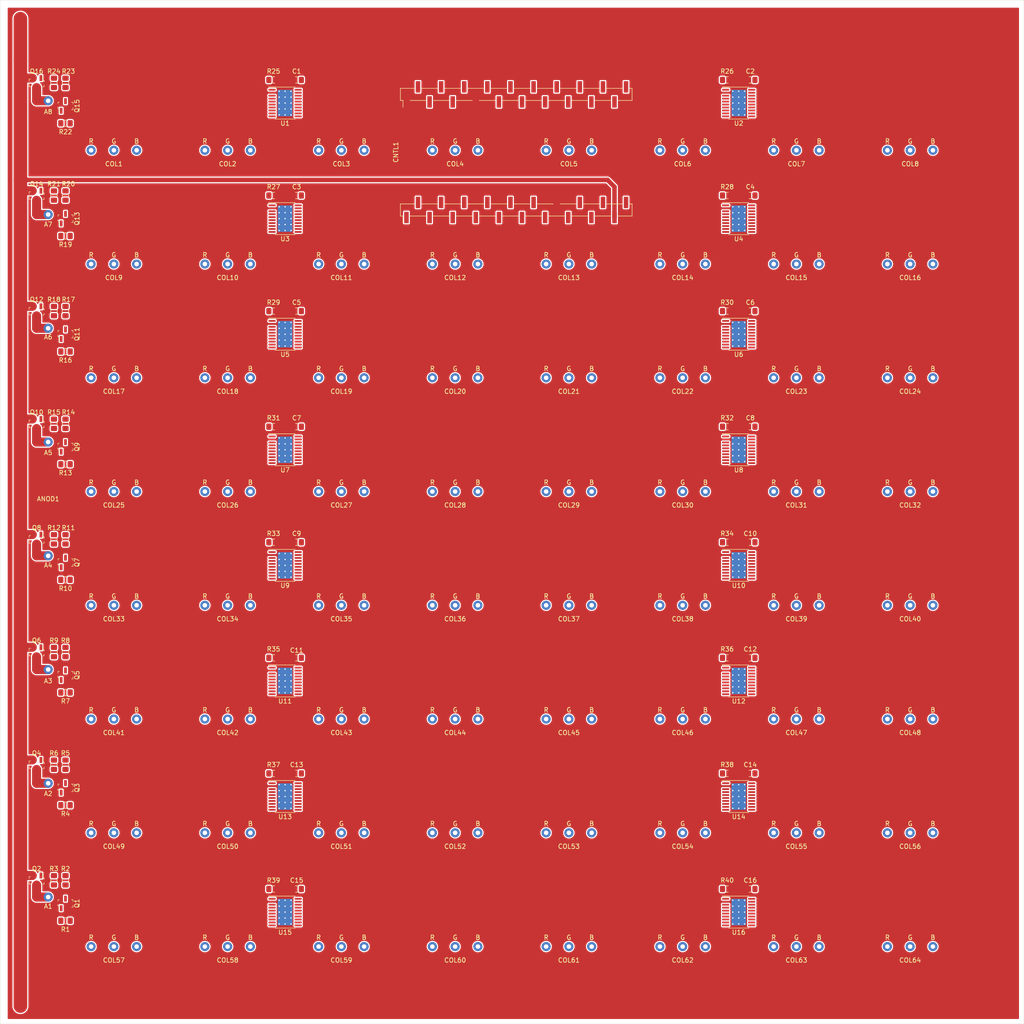
<source format=kicad_pcb>
(kicad_pcb (version 20171130) (host pcbnew "(5.1.5)-3")
  (layers (0 F.Cu signal) (31 B.Cu signal) (34 B.Paste user) (35 F.Paste user) (36 B.SilkS user) (37 F.SilkS user) (38 B.Mask user) (39 F.Mask user) (44 Edge.Cuts user))
  (net 0 "")
  (net 1 "Net-(COL1-Pad1)")
  (net 2 "Net-(COL1-Pad2)")
  (net 3 "Net-(COL1-Pad3)")
  (net 4 "Net-(COL2-Pad3)")
  (net 5 "Net-(COL2-Pad2)")
  (net 6 "Net-(COL2-Pad1)")
  (net 7 "Net-(COL3-Pad1)")
  (net 8 "Net-(COL3-Pad2)")
  (net 9 "Net-(COL3-Pad3)")
  (net 10 "Net-(COL4-Pad1)")
  (net 11 "Net-(COL4-Pad2)")
  (net 12 "Net-(COL4-Pad3)")
  (net 13 "Net-(COL5-Pad1)")
  (net 14 "Net-(COL5-Pad2)")
  (net 15 "Net-(COL5-Pad3)")
  (net 16 "Net-(COL6-Pad1)")
  (net 17 "Net-(COL6-Pad2)")
  (net 18 "Net-(COL6-Pad3)")
  (net 19 "Net-(COL7-Pad3)")
  (net 20 "Net-(COL7-Pad2)")
  (net 21 "Net-(COL7-Pad1)")
  (net 22 "Net-(COL8-Pad3)")
  (net 23 "Net-(COL8-Pad2)")
  (net 24 "Net-(COL8-Pad1)")
  (net 25 "Net-(COL9-Pad3)")
  (net 26 "Net-(COL9-Pad2)")
  (net 27 "Net-(COL9-Pad1)")
  (net 28 "Net-(COL10-Pad1)")
  (net 29 "Net-(COL10-Pad2)")
  (net 30 "Net-(COL10-Pad3)")
  (net 31 "Net-(COL11-Pad3)")
  (net 32 "Net-(COL11-Pad2)")
  (net 33 "Net-(COL11-Pad1)")
  (net 34 "Net-(COL12-Pad3)")
  (net 35 "Net-(COL12-Pad2)")
  (net 36 "Net-(COL12-Pad1)")
  (net 37 "Net-(COL13-Pad1)")
  (net 38 "Net-(COL13-Pad2)")
  (net 39 "Net-(COL13-Pad3)")
  (net 40 "Net-(COL14-Pad1)")
  (net 41 "Net-(COL14-Pad2)")
  (net 42 "Net-(COL14-Pad3)")
  (net 43 "Net-(COL15-Pad1)")
  (net 44 "Net-(COL15-Pad2)")
  (net 45 "Net-(COL15-Pad3)")
  (net 46 "Net-(COL16-Pad1)")
  (net 47 "Net-(COL16-Pad2)")
  (net 48 "Net-(COL16-Pad3)")
  (net 49 "Net-(COL17-Pad1)")
  (net 50 "Net-(COL17-Pad2)")
  (net 51 "Net-(COL17-Pad3)")
  (net 52 "Net-(COL18-Pad3)")
  (net 53 "Net-(COL18-Pad2)")
  (net 54 "Net-(COL18-Pad1)")
  (net 55 "Net-(COL19-Pad3)")
  (net 56 "Net-(COL19-Pad2)")
  (net 57 "Net-(COL19-Pad1)")
  (net 58 "Net-(COL20-Pad3)")
  (net 59 "Net-(COL20-Pad2)")
  (net 60 "Net-(COL20-Pad1)")
  (net 61 "Net-(COL21-Pad3)")
  (net 62 "Net-(COL21-Pad2)")
  (net 63 "Net-(COL21-Pad1)")
  (net 64 "Net-(COL22-Pad3)")
  (net 65 "Net-(COL22-Pad2)")
  (net 66 "Net-(COL22-Pad1)")
  (net 67 "Net-(COL23-Pad3)")
  (net 68 "Net-(COL23-Pad2)")
  (net 69 "Net-(COL23-Pad1)")
  (net 70 "Net-(COL24-Pad3)")
  (net 71 "Net-(COL24-Pad2)")
  (net 72 "Net-(COL24-Pad1)")
  (net 73 "Net-(COL25-Pad1)")
  (net 74 "Net-(COL25-Pad2)")
  (net 75 "Net-(COL25-Pad3)")
  (net 76 "Net-(COL26-Pad1)")
  (net 77 "Net-(COL26-Pad2)")
  (net 78 "Net-(COL26-Pad3)")
  (net 79 "Net-(COL27-Pad1)")
  (net 80 "Net-(COL27-Pad2)")
  (net 81 "Net-(COL27-Pad3)")
  (net 82 "Net-(COL28-Pad1)")
  (net 83 "Net-(COL28-Pad2)")
  (net 84 "Net-(COL28-Pad3)")
  (net 85 "Net-(COL29-Pad3)")
  (net 86 "Net-(COL29-Pad2)")
  (net 87 "Net-(COL29-Pad1)")
  (net 88 "Net-(COL30-Pad3)")
  (net 89 "Net-(COL30-Pad2)")
  (net 90 "Net-(COL30-Pad1)")
  (net 91 "Net-(COL31-Pad3)")
  (net 92 "Net-(COL31-Pad2)")
  (net 93 "Net-(COL31-Pad1)")
  (net 94 "Net-(COL32-Pad3)")
  (net 95 "Net-(COL32-Pad2)")
  (net 96 "Net-(COL32-Pad1)")
  (net 97 "Net-(COL33-Pad1)")
  (net 98 "Net-(COL33-Pad2)")
  (net 99 "Net-(COL33-Pad3)")
  (net 100 "Net-(COL34-Pad1)")
  (net 101 "Net-(COL34-Pad2)")
  (net 102 "Net-(COL34-Pad3)")
  (net 103 "Net-(COL35-Pad3)")
  (net 104 "Net-(COL35-Pad2)")
  (net 105 "Net-(COL35-Pad1)")
  (net 106 "Net-(COL36-Pad1)")
  (net 107 "Net-(COL36-Pad2)")
  (net 108 "Net-(COL36-Pad3)")
  (net 109 "Net-(COL37-Pad1)")
  (net 110 "Net-(COL37-Pad2)")
  (net 111 "Net-(COL37-Pad3)")
  (net 112 "Net-(COL38-Pad3)")
  (net 113 "Net-(COL38-Pad2)")
  (net 114 "Net-(COL38-Pad1)")
  (net 115 "Net-(COL39-Pad1)")
  (net 116 "Net-(COL39-Pad2)")
  (net 117 "Net-(COL39-Pad3)")
  (net 118 "Net-(COL40-Pad3)")
  (net 119 "Net-(COL40-Pad2)")
  (net 120 "Net-(COL40-Pad1)")
  (net 121 "Net-(COL41-Pad1)")
  (net 122 "Net-(COL41-Pad2)")
  (net 123 "Net-(COL41-Pad3)")
  (net 124 "Net-(COL42-Pad1)")
  (net 125 "Net-(COL42-Pad2)")
  (net 126 "Net-(COL42-Pad3)")
  (net 127 "Net-(COL43-Pad3)")
  (net 128 "Net-(COL43-Pad2)")
  (net 129 "Net-(COL43-Pad1)")
  (net 130 "Net-(COL44-Pad1)")
  (net 131 "Net-(COL44-Pad2)")
  (net 132 "Net-(COL44-Pad3)")
  (net 133 "Net-(COL45-Pad1)")
  (net 134 "Net-(COL45-Pad2)")
  (net 135 "Net-(COL45-Pad3)")
  (net 136 "Net-(COL46-Pad3)")
  (net 137 "Net-(COL46-Pad2)")
  (net 138 "Net-(COL46-Pad1)")
  (net 139 "Net-(COL47-Pad1)")
  (net 140 "Net-(COL47-Pad2)")
  (net 141 "Net-(COL47-Pad3)")
  (net 142 "Net-(COL48-Pad3)")
  (net 143 "Net-(COL48-Pad2)")
  (net 144 "Net-(COL48-Pad1)")
  (net 145 "Net-(COL49-Pad3)")
  (net 146 "Net-(COL49-Pad2)")
  (net 147 "Net-(COL49-Pad1)")
  (net 148 "Net-(COL50-Pad3)")
  (net 149 "Net-(COL50-Pad2)")
  (net 150 "Net-(COL50-Pad1)")
  (net 151 "Net-(COL51-Pad3)")
  (net 152 "Net-(COL51-Pad2)")
  (net 153 "Net-(COL51-Pad1)")
  (net 154 "Net-(COL52-Pad3)")
  (net 155 "Net-(COL52-Pad2)")
  (net 156 "Net-(COL52-Pad1)")
  (net 157 "Net-(COL53-Pad3)")
  (net 158 "Net-(COL53-Pad2)")
  (net 159 "Net-(COL53-Pad1)")
  (net 160 "Net-(COL54-Pad1)")
  (net 161 "Net-(COL54-Pad2)")
  (net 162 "Net-(COL54-Pad3)")
  (net 163 "Net-(COL55-Pad1)")
  (net 164 "Net-(COL55-Pad2)")
  (net 165 "Net-(COL55-Pad3)")
  (net 166 "Net-(COL56-Pad1)")
  (net 167 "Net-(COL56-Pad2)")
  (net 168 "Net-(COL56-Pad3)")
  (net 169 "Net-(COL57-Pad1)")
  (net 170 "Net-(COL57-Pad2)")
  (net 171 "Net-(COL57-Pad3)")
  (net 172 "Net-(COL58-Pad3)")
  (net 173 "Net-(COL58-Pad2)")
  (net 174 "Net-(COL58-Pad1)")
  (net 175 "Net-(COL59-Pad3)")
  (net 176 "Net-(COL59-Pad2)")
  (net 177 "Net-(COL59-Pad1)")
  (net 178 "Net-(COL60-Pad3)")
  (net 179 "Net-(COL60-Pad2)")
  (net 180 "Net-(COL60-Pad1)")
  (net 181 "Net-(COL61-Pad1)")
  (net 182 "Net-(COL61-Pad2)")
  (net 183 "Net-(COL61-Pad3)")
  (net 184 "Net-(COL62-Pad1)")
  (net 185 "Net-(COL62-Pad2)")
  (net 186 "Net-(COL62-Pad3)")
  (net 187 "Net-(COL63-Pad1)")
  (net 188 "Net-(COL63-Pad2)")
  (net 189 "Net-(COL63-Pad3)")
  (net 190 "Net-(COL64-Pad3)")
  (net 191 "Net-(COL64-Pad2)")
  (net 192 "Net-(COL64-Pad1)")
  (net 193 "Net-(U1-Pad12)")
  (net 194 "Net-(U1-Pad11)")
  (net 195 GND)
  (net 196 "Net-(U2-Pad11)")
  (net 197 "Net-(U2-Pad12)")
  (net 198 "Net-(U3-Pad12)")
  (net 199 "Net-(U3-Pad11)")
  (net 200 "Net-(U4-Pad12)")
  (net 201 "Net-(U4-Pad11)")
  (net 202 "Net-(U5-Pad11)")
  (net 203 "Net-(U5-Pad12)")
  (net 204 "Net-(U10-Pad11)")
  (net 205 "Net-(U10-Pad12)")
  (net 206 "Net-(U10-Pad10)")
  (net 207 "Net-(U10-Pad9)")
  (net 208 "Net-(U14-Pad11)")
  (net 209 "Net-(U14-Pad12)")
  (net 210 "Net-(U15-Pad11)")
  (net 211 "Net-(U15-Pad12)")
  (net 212 "Net-(U16-Pad11)")
  (net 213 "Net-(U16-Pad12)")
  (net 214 "Net-(U6-Pad11)")
  (net 215 "Net-(U6-Pad12)")
  (net 216 "Net-(U7-Pad11)")
  (net 217 "Net-(U7-Pad12)")
  (net 218 "Net-(U8-Pad12)")
  (net 219 "Net-(U8-Pad11)")
  (net 220 "Net-(U11-Pad11)")
  (net 221 "Net-(U11-Pad12)")
  (net 222 "Net-(U12-Pad12)")
  (net 223 "Net-(U12-Pad11)")
  (net 224 "Net-(U13-Pad11)")
  (net 225 "Net-(U13-Pad12)")
  (net 226 VCC)
  (net 227 "Net-(CNTL1-Pad7)")
  (net 228 "Net-(CNTL1-Pad9)")
  (net 229 "Net-(CNTL1-Pad11)")
  (net 230 "Net-(CNTL1-Pad13)")
  (net 231 "Net-(CNTL1-Pad15)")
  (net 232 "Net-(CNTL1-Pad8)")
  (net 233 "Net-(CNTL1-Pad10)")
  (net 234 "Net-(CNTL1-Pad12)")
  (net 235 "Net-(CNTL1-Pad30)")
  (net 236 "Net-(CNTL1-Pad37)")
  (net 237 "Net-(Q1-Pad3)")
  (net 238 "Net-(Q1-Pad1)")
  (net 239 "Net-(Q2-Pad1)")
  (net 240 "Net-(Q3-Pad1)")
  (net 241 "Net-(Q3-Pad3)")
  (net 242 "Net-(Q4-Pad1)")
  (net 243 "Net-(Q5-Pad3)")
  (net 244 "Net-(Q5-Pad1)")
  (net 245 "Net-(Q6-Pad1)")
  (net 246 "Net-(Q7-Pad1)")
  (net 247 "Net-(Q7-Pad3)")
  (net 248 "Net-(Q8-Pad1)")
  (net 249 "Net-(Q9-Pad3)")
  (net 250 "Net-(Q9-Pad1)")
  (net 251 "Net-(Q10-Pad1)")
  (net 252 "Net-(Q11-Pad3)")
  (net 253 "Net-(Q11-Pad1)")
  (net 254 "Net-(Q12-Pad1)")
  (net 255 "Net-(Q13-Pad3)")
  (net 256 "Net-(Q13-Pad1)")
  (net 257 "Net-(Q14-Pad1)")
  (net 258 "Net-(Q15-Pad1)")
  (net 259 "Net-(Q16-Pad1)")
  (net 260 "Net-(R25-Pad2)")
  (net 261 "Net-(R26-Pad2)")
  (net 262 "Net-(R27-Pad2)")
  (net 263 "Net-(R28-Pad2)")
  (net 264 "Net-(R29-Pad2)")
  (net 265 "Net-(R30-Pad2)")
  (net 266 "Net-(R31-Pad2)")
  (net 267 "Net-(R32-Pad2)")
  (net 268 "Net-(R33-Pad2)")
  (net 269 "Net-(R34-Pad2)")
  (net 270 "Net-(R35-Pad2)")
  (net 271 "Net-(R36-Pad2)")
  (net 272 "Net-(R37-Pad2)")
  (net 273 "Net-(R38-Pad2)")
  (net 274 "Net-(R39-Pad2)")
  (net 275 "Net-(R40-Pad2)")
  (net 276 "Net-(ANOD1-Pad8)")
  (net 277 "Net-(ANOD1-Pad1)")
  (net 278 "Net-(ANOD1-Pad2)")
  (net 279 "Net-(ANOD1-Pad3)")
  (net 280 "Net-(ANOD1-Pad7)")
  (net 281 "Net-(ANOD1-Pad6)")
  (net 282 "Net-(ANOD1-Pad5)")
  (net 283 "Net-(ANOD1-Pad4)")
  (net 284 "Net-(Q15-Pad3)")
  (net 285 "Net-(CNTL1-Pad34)")
  (net 286 "Net-(CNTL1-Pad36)")
  (net 287 "Net-(CNTL1-Pad20)")
  (net 288 "Net-(CNTL1-Pad22)")
  (net 289 "Net-(CNTL1-Pad24)")
  (net 290 "Net-(CNTL1-Pad26)")
  (net 291 "Net-(CNTL1-Pad28)")
  (net 292 "Net-(CNTL1-Pad40)")
  (net 293 "Net-(CNTL1-Pad21)")
  (net 294 "Net-(CNTL1-Pad23)")
  (net 295 "Net-(CNTL1-Pad25)")
  (net 296 "Net-(CNTL1-Pad27)")
  (net 297 "Net-(CNTL1-Pad29)")
  (net 298 "Net-(CNTL1-Pad31)")
  (net 299 "Net-(CNTL1-Pad33)")
  (net 300 "Net-(CNTL1-Pad35)")
  (net 301 "Net-(CNTL1-Pad39)")
  (net 302 "Net-(CNTL1-Pad18)")
  (net 303 "Net-(CNTL1-Pad16)")
  (net 304 "Net-(CNTL1-Pad6)")
  (net 305 "Net-(CNTL1-Pad4)")
  (net 306 "Net-(CNTL1-Pad2)")
  (net 307 "Net-(CNTL1-Pad17)")
  (net 308 "Net-(CNTL1-Pad5)")
  (net 309 "Net-(CNTL1-Pad3)")
  (net 310 "Net-(CNTL1-Pad1)")
  (module BaseBoard:Anodes (layer F.Cu) (at 30.48 129.54 180)
    (fp_text reference ANOD1 (at 0 0) (layer F.SilkS))
    (fp_text value Anodes)
    (fp_text user A8 (at 0 85.09) (layer F.SilkS))
    (fp_text user A7 (at 0 60.325) (layer F.SilkS))
    (fp_text user A6 (at 0 35.56 180) (layer F.SilkS))
    (fp_text user A5 (at 0 10.16) (layer F.SilkS))
    (fp_text user A4 (at 0 -14.605) (layer F.SilkS))
    (fp_text user A3 (at 0 -40.005) (layer F.SilkS))
    (fp_text user A2 (at 0 -64.77 180) (layer F.SilkS))
    (fp_text user A1 (at 0 -89.535) (layer F.SilkS))
    (pad 8 thru_hole circle (at 0 87.5 180) (size 2 2) (drill 1) (layers *.Cu *.Mask) (net 276 "Net-(ANOD1-Pad8)"))
    (pad 1 thru_hole circle (at 0 -87.5 180) (size 2 2) (drill 1) (layers *.Cu *.Mask) (net 277 "Net-(ANOD1-Pad1)"))
    (pad 2 thru_hole circle (at 0 -62.5 180) (size 2 2) (drill 1) (layers *.Cu *.Mask) (net 278 "Net-(ANOD1-Pad2)"))
    (pad 3 thru_hole circle (at 0 -37.5 180) (size 2 2) (drill 1) (layers *.Cu *.Mask) (net 279 "Net-(ANOD1-Pad3)"))
    (pad 7 thru_hole circle (at 0 62.5 180) (size 2 2) (drill 1) (layers *.Cu *.Mask) (net 280 "Net-(ANOD1-Pad7)"))
    (pad 6 thru_hole circle (at 0 37.5 180) (size 2 2) (drill 1) (layers *.Cu *.Mask) (net 281 "Net-(ANOD1-Pad6)"))
    (pad 5 thru_hole circle (at 0 12.5 180) (size 2 2) (drill 1) (layers *.Cu *.Mask) (net 282 "Net-(ANOD1-Pad5)"))
    (pad 4 thru_hole circle (at 0 -12.5 180) (size 2 2) (drill 1) (layers *.Cu *.Mask) (net 283 "Net-(ANOD1-Pad4)"))
  )
  (module BaseBoard:LED_Column (layer F.Cu) (at 44.92 44.92)
    (fp_text reference COL1 (at 0 11) (layer F.SilkS))
    (fp_text value LED_Column)
    (fp_text user R (at -5 6) (layer F.SilkS))
    (fp_text user G (at 0 6) (layer F.SilkS))
    (fp_text user B (at 5 6) (layer F.SilkS))
    (pad 1 thru_hole circle (at -5 8) (size 2 2) (drill 1) (layers *.Cu *.Mask) (net 1 "Net-(COL1-Pad1)"))
    (pad 2 thru_hole circle (at 0 8) (size 2 2) (drill 1) (layers *.Cu *.Mask) (net 2 "Net-(COL1-Pad2)"))
    (pad 3 thru_hole circle (at 5 8) (size 2 2) (drill 1) (layers *.Cu *.Mask) (net 3 "Net-(COL1-Pad3)"))
  )
  (module BaseBoard:LED_Column (layer F.Cu) (at 69.92 44.92)
    (fp_text reference COL2 (at 0 11) (layer F.SilkS))
    (fp_text value LED_Column)
    (fp_text user R (at -5 6) (layer F.SilkS))
    (fp_text user G (at 0 6) (layer F.SilkS))
    (fp_text user B (at 5 6) (layer F.SilkS))
    (pad 1 thru_hole circle (at -5 8) (size 2 2) (drill 1) (layers *.Cu *.Mask) (net 6 "Net-(COL2-Pad1)"))
    (pad 2 thru_hole circle (at 0 8) (size 2 2) (drill 1) (layers *.Cu *.Mask) (net 5 "Net-(COL2-Pad2)"))
    (pad 3 thru_hole circle (at 5 8) (size 2 2) (drill 1) (layers *.Cu *.Mask) (net 4 "Net-(COL2-Pad3)"))
  )
  (module BaseBoard:LED_Column (layer F.Cu) (at 94.92 44.92)
    (fp_text reference COL3 (at 0 11) (layer F.SilkS))
    (fp_text value LED_Column)
    (fp_text user R (at -5 6) (layer F.SilkS))
    (fp_text user G (at 0 6) (layer F.SilkS))
    (fp_text user B (at 5 6) (layer F.SilkS))
    (pad 1 thru_hole circle (at -5 8) (size 2 2) (drill 1) (layers *.Cu *.Mask) (net 7 "Net-(COL3-Pad1)"))
    (pad 2 thru_hole circle (at 0 8) (size 2 2) (drill 1) (layers *.Cu *.Mask) (net 8 "Net-(COL3-Pad2)"))
    (pad 3 thru_hole circle (at 5 8) (size 2 2) (drill 1) (layers *.Cu *.Mask) (net 9 "Net-(COL3-Pad3)"))
  )
  (module BaseBoard:LED_Column (layer F.Cu) (at 119.92 44.92)
    (fp_text reference COL4 (at 0 11) (layer F.SilkS))
    (fp_text value LED_Column)
    (fp_text user R (at -5 6) (layer F.SilkS))
    (fp_text user G (at 0 6) (layer F.SilkS))
    (fp_text user B (at 5 6) (layer F.SilkS))
    (pad 1 thru_hole circle (at -5 8) (size 2 2) (drill 1) (layers *.Cu *.Mask) (net 10 "Net-(COL4-Pad1)"))
    (pad 2 thru_hole circle (at 0 8) (size 2 2) (drill 1) (layers *.Cu *.Mask) (net 11 "Net-(COL4-Pad2)"))
    (pad 3 thru_hole circle (at 5 8) (size 2 2) (drill 1) (layers *.Cu *.Mask) (net 12 "Net-(COL4-Pad3)"))
  )
  (module BaseBoard:LED_Column (layer F.Cu) (at 144.92 44.92)
    (fp_text reference COL5 (at 0 11) (layer F.SilkS))
    (fp_text value LED_Column)
    (fp_text user R (at -5 6) (layer F.SilkS))
    (fp_text user G (at 0 6) (layer F.SilkS))
    (fp_text user B (at 5 6) (layer F.SilkS))
    (pad 1 thru_hole circle (at -5 8) (size 2 2) (drill 1) (layers *.Cu *.Mask) (net 13 "Net-(COL5-Pad1)"))
    (pad 2 thru_hole circle (at 0 8) (size 2 2) (drill 1) (layers *.Cu *.Mask) (net 14 "Net-(COL5-Pad2)"))
    (pad 3 thru_hole circle (at 5 8) (size 2 2) (drill 1) (layers *.Cu *.Mask) (net 15 "Net-(COL5-Pad3)"))
  )
  (module BaseBoard:LED_Column (layer F.Cu) (at 169.92 44.92)
    (fp_text reference COL6 (at 0 11) (layer F.SilkS))
    (fp_text value LED_Column)
    (fp_text user R (at -5 6) (layer F.SilkS))
    (fp_text user G (at 0 6) (layer F.SilkS))
    (fp_text user B (at 5 6) (layer F.SilkS))
    (pad 1 thru_hole circle (at -5 8) (size 2 2) (drill 1) (layers *.Cu *.Mask) (net 16 "Net-(COL6-Pad1)"))
    (pad 2 thru_hole circle (at 0 8) (size 2 2) (drill 1) (layers *.Cu *.Mask) (net 17 "Net-(COL6-Pad2)"))
    (pad 3 thru_hole circle (at 5 8) (size 2 2) (drill 1) (layers *.Cu *.Mask) (net 18 "Net-(COL6-Pad3)"))
  )
  (module BaseBoard:LED_Column (layer F.Cu) (at 194.92 44.92)
    (fp_text reference COL7 (at 0 11) (layer F.SilkS))
    (fp_text value LED_Column)
    (fp_text user R (at -5 6) (layer F.SilkS))
    (fp_text user G (at 0 6) (layer F.SilkS))
    (fp_text user B (at 5 6) (layer F.SilkS))
    (pad 1 thru_hole circle (at -5 8) (size 2 2) (drill 1) (layers *.Cu *.Mask) (net 21 "Net-(COL7-Pad1)"))
    (pad 2 thru_hole circle (at 0 8) (size 2 2) (drill 1) (layers *.Cu *.Mask) (net 20 "Net-(COL7-Pad2)"))
    (pad 3 thru_hole circle (at 5 8) (size 2 2) (drill 1) (layers *.Cu *.Mask) (net 19 "Net-(COL7-Pad3)"))
  )
  (module BaseBoard:LED_Column (layer F.Cu) (at 219.92 44.92)
    (fp_text reference COL8 (at 0 11) (layer F.SilkS))
    (fp_text value LED_Column)
    (fp_text user R (at -5 6) (layer F.SilkS))
    (fp_text user G (at 0 6) (layer F.SilkS))
    (fp_text user B (at 5 6) (layer F.SilkS))
    (pad 1 thru_hole circle (at -5 8) (size 2 2) (drill 1) (layers *.Cu *.Mask) (net 24 "Net-(COL8-Pad1)"))
    (pad 2 thru_hole circle (at 0 8) (size 2 2) (drill 1) (layers *.Cu *.Mask) (net 23 "Net-(COL8-Pad2)"))
    (pad 3 thru_hole circle (at 5 8) (size 2 2) (drill 1) (layers *.Cu *.Mask) (net 22 "Net-(COL8-Pad3)"))
  )
  (module BaseBoard:LED_Column (layer F.Cu) (at 44.92 69.92)
    (fp_text reference COL9 (at 0 11) (layer F.SilkS))
    (fp_text value LED_Column)
    (fp_text user R (at -5 6) (layer F.SilkS))
    (fp_text user G (at 0 6) (layer F.SilkS))
    (fp_text user B (at 5 6) (layer F.SilkS))
    (pad 1 thru_hole circle (at -5 8) (size 2 2) (drill 1) (layers *.Cu *.Mask) (net 27 "Net-(COL9-Pad1)"))
    (pad 2 thru_hole circle (at 0 8) (size 2 2) (drill 1) (layers *.Cu *.Mask) (net 26 "Net-(COL9-Pad2)"))
    (pad 3 thru_hole circle (at 5 8) (size 2 2) (drill 1) (layers *.Cu *.Mask) (net 25 "Net-(COL9-Pad3)"))
  )
  (module BaseBoard:LED_Column (layer F.Cu) (at 69.92 69.92)
    (fp_text reference COL10 (at 0 11) (layer F.SilkS))
    (fp_text value LED_Column)
    (fp_text user R (at -5 6) (layer F.SilkS))
    (fp_text user G (at 0 6) (layer F.SilkS))
    (fp_text user B (at 5 6) (layer F.SilkS))
    (pad 1 thru_hole circle (at -5 8) (size 2 2) (drill 1) (layers *.Cu *.Mask) (net 28 "Net-(COL10-Pad1)"))
    (pad 2 thru_hole circle (at 0 8) (size 2 2) (drill 1) (layers *.Cu *.Mask) (net 29 "Net-(COL10-Pad2)"))
    (pad 3 thru_hole circle (at 5 8) (size 2 2) (drill 1) (layers *.Cu *.Mask) (net 30 "Net-(COL10-Pad3)"))
  )
  (module BaseBoard:LED_Column (layer F.Cu) (at 94.92 69.92)
    (fp_text reference COL11 (at 0 11) (layer F.SilkS))
    (fp_text value LED_Column)
    (fp_text user R (at -5 6) (layer F.SilkS))
    (fp_text user G (at 0 6) (layer F.SilkS))
    (fp_text user B (at 5 6) (layer F.SilkS))
    (pad 1 thru_hole circle (at -5 8) (size 2 2) (drill 1) (layers *.Cu *.Mask) (net 33 "Net-(COL11-Pad1)"))
    (pad 2 thru_hole circle (at 0 8) (size 2 2) (drill 1) (layers *.Cu *.Mask) (net 32 "Net-(COL11-Pad2)"))
    (pad 3 thru_hole circle (at 5 8) (size 2 2) (drill 1) (layers *.Cu *.Mask) (net 31 "Net-(COL11-Pad3)"))
  )
  (module BaseBoard:LED_Column (layer F.Cu) (at 119.92 69.92)
    (fp_text reference COL12 (at 0 11) (layer F.SilkS))
    (fp_text value LED_Column)
    (fp_text user R (at -5 6) (layer F.SilkS))
    (fp_text user G (at 0 6) (layer F.SilkS))
    (fp_text user B (at 5 6) (layer F.SilkS))
    (pad 1 thru_hole circle (at -5 8) (size 2 2) (drill 1) (layers *.Cu *.Mask) (net 36 "Net-(COL12-Pad1)"))
    (pad 2 thru_hole circle (at 0 8) (size 2 2) (drill 1) (layers *.Cu *.Mask) (net 35 "Net-(COL12-Pad2)"))
    (pad 3 thru_hole circle (at 5 8) (size 2 2) (drill 1) (layers *.Cu *.Mask) (net 34 "Net-(COL12-Pad3)"))
  )
  (module BaseBoard:LED_Column (layer F.Cu) (at 144.92 69.92)
    (fp_text reference COL13 (at 0 11) (layer F.SilkS))
    (fp_text value LED_Column)
    (fp_text user R (at -5 6) (layer F.SilkS))
    (fp_text user G (at 0 6) (layer F.SilkS))
    (fp_text user B (at 5 6) (layer F.SilkS))
    (pad 1 thru_hole circle (at -5 8) (size 2 2) (drill 1) (layers *.Cu *.Mask) (net 37 "Net-(COL13-Pad1)"))
    (pad 2 thru_hole circle (at 0 8) (size 2 2) (drill 1) (layers *.Cu *.Mask) (net 38 "Net-(COL13-Pad2)"))
    (pad 3 thru_hole circle (at 5 8) (size 2 2) (drill 1) (layers *.Cu *.Mask) (net 39 "Net-(COL13-Pad3)"))
  )
  (module BaseBoard:LED_Column (layer F.Cu) (at 169.92 69.92)
    (fp_text reference COL14 (at 0 11) (layer F.SilkS))
    (fp_text value LED_Column)
    (fp_text user R (at -5 6) (layer F.SilkS))
    (fp_text user G (at 0 6) (layer F.SilkS))
    (fp_text user B (at 5 6) (layer F.SilkS))
    (pad 1 thru_hole circle (at -5 8) (size 2 2) (drill 1) (layers *.Cu *.Mask) (net 40 "Net-(COL14-Pad1)"))
    (pad 2 thru_hole circle (at 0 8) (size 2 2) (drill 1) (layers *.Cu *.Mask) (net 41 "Net-(COL14-Pad2)"))
    (pad 3 thru_hole circle (at 5 8) (size 2 2) (drill 1) (layers *.Cu *.Mask) (net 42 "Net-(COL14-Pad3)"))
  )
  (module BaseBoard:LED_Column (layer F.Cu) (at 194.92 69.92)
    (fp_text reference COL15 (at 0 11) (layer F.SilkS))
    (fp_text value LED_Column)
    (fp_text user R (at -5 6) (layer F.SilkS))
    (fp_text user G (at 0 6) (layer F.SilkS))
    (fp_text user B (at 5 6) (layer F.SilkS))
    (pad 1 thru_hole circle (at -5 8) (size 2 2) (drill 1) (layers *.Cu *.Mask) (net 43 "Net-(COL15-Pad1)"))
    (pad 2 thru_hole circle (at 0 8) (size 2 2) (drill 1) (layers *.Cu *.Mask) (net 44 "Net-(COL15-Pad2)"))
    (pad 3 thru_hole circle (at 5 8) (size 2 2) (drill 1) (layers *.Cu *.Mask) (net 45 "Net-(COL15-Pad3)"))
  )
  (module BaseBoard:LED_Column (layer F.Cu) (at 219.92 69.92)
    (fp_text reference COL16 (at 0 11) (layer F.SilkS))
    (fp_text value LED_Column)
    (fp_text user R (at -5 6) (layer F.SilkS))
    (fp_text user G (at 0 6) (layer F.SilkS))
    (fp_text user B (at 5 6) (layer F.SilkS))
    (pad 1 thru_hole circle (at -5 8) (size 2 2) (drill 1) (layers *.Cu *.Mask) (net 46 "Net-(COL16-Pad1)"))
    (pad 2 thru_hole circle (at 0 8) (size 2 2) (drill 1) (layers *.Cu *.Mask) (net 47 "Net-(COL16-Pad2)"))
    (pad 3 thru_hole circle (at 5 8) (size 2 2) (drill 1) (layers *.Cu *.Mask) (net 48 "Net-(COL16-Pad3)"))
  )
  (module BaseBoard:LED_Column (layer F.Cu) (at 44.92 94.92)
    (fp_text reference COL17 (at 0 11) (layer F.SilkS))
    (fp_text value LED_Column)
    (fp_text user R (at -5 6) (layer F.SilkS))
    (fp_text user G (at 0 6) (layer F.SilkS))
    (fp_text user B (at 5 6) (layer F.SilkS))
    (pad 1 thru_hole circle (at -5 8) (size 2 2) (drill 1) (layers *.Cu *.Mask) (net 49 "Net-(COL17-Pad1)"))
    (pad 2 thru_hole circle (at 0 8) (size 2 2) (drill 1) (layers *.Cu *.Mask) (net 50 "Net-(COL17-Pad2)"))
    (pad 3 thru_hole circle (at 5 8) (size 2 2) (drill 1) (layers *.Cu *.Mask) (net 51 "Net-(COL17-Pad3)"))
  )
  (module BaseBoard:LED_Column (layer F.Cu) (at 69.92 94.92)
    (fp_text reference COL18 (at 0 11) (layer F.SilkS))
    (fp_text value LED_Column)
    (fp_text user R (at -5 6) (layer F.SilkS))
    (fp_text user G (at 0 6) (layer F.SilkS))
    (fp_text user B (at 5 6) (layer F.SilkS))
    (pad 1 thru_hole circle (at -5 8) (size 2 2) (drill 1) (layers *.Cu *.Mask) (net 54 "Net-(COL18-Pad1)"))
    (pad 2 thru_hole circle (at 0 8) (size 2 2) (drill 1) (layers *.Cu *.Mask) (net 53 "Net-(COL18-Pad2)"))
    (pad 3 thru_hole circle (at 5 8) (size 2 2) (drill 1) (layers *.Cu *.Mask) (net 52 "Net-(COL18-Pad3)"))
  )
  (module BaseBoard:LED_Column (layer F.Cu) (at 94.92 94.92)
    (fp_text reference COL19 (at 0 11) (layer F.SilkS))
    (fp_text value LED_Column)
    (fp_text user R (at -5 6) (layer F.SilkS))
    (fp_text user G (at 0 6) (layer F.SilkS))
    (fp_text user B (at 5 6) (layer F.SilkS))
    (pad 1 thru_hole circle (at -5 8) (size 2 2) (drill 1) (layers *.Cu *.Mask) (net 57 "Net-(COL19-Pad1)"))
    (pad 2 thru_hole circle (at 0 8) (size 2 2) (drill 1) (layers *.Cu *.Mask) (net 56 "Net-(COL19-Pad2)"))
    (pad 3 thru_hole circle (at 5 8) (size 2 2) (drill 1) (layers *.Cu *.Mask) (net 55 "Net-(COL19-Pad3)"))
  )
  (module BaseBoard:LED_Column (layer F.Cu) (at 119.92 94.92)
    (fp_text reference COL20 (at 0 11) (layer F.SilkS))
    (fp_text value LED_Column)
    (fp_text user R (at -5 6) (layer F.SilkS))
    (fp_text user G (at 0 6) (layer F.SilkS))
    (fp_text user B (at 5 6) (layer F.SilkS))
    (pad 1 thru_hole circle (at -5 8) (size 2 2) (drill 1) (layers *.Cu *.Mask) (net 60 "Net-(COL20-Pad1)"))
    (pad 2 thru_hole circle (at 0 8) (size 2 2) (drill 1) (layers *.Cu *.Mask) (net 59 "Net-(COL20-Pad2)"))
    (pad 3 thru_hole circle (at 5 8) (size 2 2) (drill 1) (layers *.Cu *.Mask) (net 58 "Net-(COL20-Pad3)"))
  )
  (module BaseBoard:LED_Column (layer F.Cu) (at 144.92 94.92)
    (fp_text reference COL21 (at 0 11) (layer F.SilkS))
    (fp_text value LED_Column)
    (fp_text user R (at -5 6) (layer F.SilkS))
    (fp_text user G (at 0 6) (layer F.SilkS))
    (fp_text user B (at 5 6) (layer F.SilkS))
    (pad 1 thru_hole circle (at -5 8) (size 2 2) (drill 1) (layers *.Cu *.Mask) (net 63 "Net-(COL21-Pad1)"))
    (pad 2 thru_hole circle (at 0 8) (size 2 2) (drill 1) (layers *.Cu *.Mask) (net 62 "Net-(COL21-Pad2)"))
    (pad 3 thru_hole circle (at 5 8) (size 2 2) (drill 1) (layers *.Cu *.Mask) (net 61 "Net-(COL21-Pad3)"))
  )
  (module BaseBoard:LED_Column (layer F.Cu) (at 169.92 94.92)
    (fp_text reference COL22 (at 0 11) (layer F.SilkS))
    (fp_text value LED_Column)
    (fp_text user R (at -5 6) (layer F.SilkS))
    (fp_text user G (at 0 6) (layer F.SilkS))
    (fp_text user B (at 5 6) (layer F.SilkS))
    (pad 1 thru_hole circle (at -5 8) (size 2 2) (drill 1) (layers *.Cu *.Mask) (net 66 "Net-(COL22-Pad1)"))
    (pad 2 thru_hole circle (at 0 8) (size 2 2) (drill 1) (layers *.Cu *.Mask) (net 65 "Net-(COL22-Pad2)"))
    (pad 3 thru_hole circle (at 5 8) (size 2 2) (drill 1) (layers *.Cu *.Mask) (net 64 "Net-(COL22-Pad3)"))
  )
  (module BaseBoard:LED_Column (layer F.Cu) (at 194.92 94.92)
    (fp_text reference COL23 (at 0 11) (layer F.SilkS))
    (fp_text value LED_Column)
    (fp_text user R (at -5 6) (layer F.SilkS))
    (fp_text user G (at 0 6) (layer F.SilkS))
    (fp_text user B (at 5 6) (layer F.SilkS))
    (pad 1 thru_hole circle (at -5 8) (size 2 2) (drill 1) (layers *.Cu *.Mask) (net 69 "Net-(COL23-Pad1)"))
    (pad 2 thru_hole circle (at 0 8) (size 2 2) (drill 1) (layers *.Cu *.Mask) (net 68 "Net-(COL23-Pad2)"))
    (pad 3 thru_hole circle (at 5 8) (size 2 2) (drill 1) (layers *.Cu *.Mask) (net 67 "Net-(COL23-Pad3)"))
  )
  (module BaseBoard:LED_Column (layer F.Cu) (at 219.92 94.92)
    (fp_text reference COL24 (at 0 11) (layer F.SilkS))
    (fp_text value LED_Column)
    (fp_text user R (at -5 6) (layer F.SilkS))
    (fp_text user G (at 0 6) (layer F.SilkS))
    (fp_text user B (at 5 6) (layer F.SilkS))
    (pad 1 thru_hole circle (at -5 8) (size 2 2) (drill 1) (layers *.Cu *.Mask) (net 72 "Net-(COL24-Pad1)"))
    (pad 2 thru_hole circle (at 0 8) (size 2 2) (drill 1) (layers *.Cu *.Mask) (net 71 "Net-(COL24-Pad2)"))
    (pad 3 thru_hole circle (at 5 8) (size 2 2) (drill 1) (layers *.Cu *.Mask) (net 70 "Net-(COL24-Pad3)"))
  )
  (module BaseBoard:LED_Column (layer F.Cu) (at 44.92 119.92)
    (fp_text reference COL25 (at 0 11) (layer F.SilkS))
    (fp_text value LED_Column)
    (fp_text user R (at -5 6) (layer F.SilkS))
    (fp_text user G (at 0 6) (layer F.SilkS))
    (fp_text user B (at 5 6) (layer F.SilkS))
    (pad 1 thru_hole circle (at -5 8) (size 2 2) (drill 1) (layers *.Cu *.Mask) (net 73 "Net-(COL25-Pad1)"))
    (pad 2 thru_hole circle (at 0 8) (size 2 2) (drill 1) (layers *.Cu *.Mask) (net 74 "Net-(COL25-Pad2)"))
    (pad 3 thru_hole circle (at 5 8) (size 2 2) (drill 1) (layers *.Cu *.Mask) (net 75 "Net-(COL25-Pad3)"))
  )
  (module BaseBoard:LED_Column (layer F.Cu) (at 69.92 119.92)
    (fp_text reference COL26 (at 0 11) (layer F.SilkS))
    (fp_text value LED_Column)
    (fp_text user R (at -5 6) (layer F.SilkS))
    (fp_text user G (at 0 6) (layer F.SilkS))
    (fp_text user B (at 5 6) (layer F.SilkS))
    (pad 1 thru_hole circle (at -5 8) (size 2 2) (drill 1) (layers *.Cu *.Mask) (net 76 "Net-(COL26-Pad1)"))
    (pad 2 thru_hole circle (at 0 8) (size 2 2) (drill 1) (layers *.Cu *.Mask) (net 77 "Net-(COL26-Pad2)"))
    (pad 3 thru_hole circle (at 5 8) (size 2 2) (drill 1) (layers *.Cu *.Mask) (net 78 "Net-(COL26-Pad3)"))
  )
  (module BaseBoard:LED_Column (layer F.Cu) (at 94.92 119.92)
    (fp_text reference COL27 (at 0 11) (layer F.SilkS))
    (fp_text value LED_Column)
    (fp_text user R (at -5 6) (layer F.SilkS))
    (fp_text user G (at 0 6) (layer F.SilkS))
    (fp_text user B (at 5 6) (layer F.SilkS))
    (pad 1 thru_hole circle (at -5 8) (size 2 2) (drill 1) (layers *.Cu *.Mask) (net 79 "Net-(COL27-Pad1)"))
    (pad 2 thru_hole circle (at 0 8) (size 2 2) (drill 1) (layers *.Cu *.Mask) (net 80 "Net-(COL27-Pad2)"))
    (pad 3 thru_hole circle (at 5 8) (size 2 2) (drill 1) (layers *.Cu *.Mask) (net 81 "Net-(COL27-Pad3)"))
  )
  (module BaseBoard:LED_Column (layer F.Cu) (at 119.92 119.92)
    (fp_text reference COL28 (at 0 11) (layer F.SilkS))
    (fp_text value LED_Column)
    (fp_text user R (at -5 6) (layer F.SilkS))
    (fp_text user G (at 0 6) (layer F.SilkS))
    (fp_text user B (at 5 6) (layer F.SilkS))
    (pad 1 thru_hole circle (at -5 8) (size 2 2) (drill 1) (layers *.Cu *.Mask) (net 82 "Net-(COL28-Pad1)"))
    (pad 2 thru_hole circle (at 0 8) (size 2 2) (drill 1) (layers *.Cu *.Mask) (net 83 "Net-(COL28-Pad2)"))
    (pad 3 thru_hole circle (at 5 8) (size 2 2) (drill 1) (layers *.Cu *.Mask) (net 84 "Net-(COL28-Pad3)"))
  )
  (module BaseBoard:LED_Column (layer F.Cu) (at 144.92 119.92)
    (fp_text reference COL29 (at 0 11) (layer F.SilkS))
    (fp_text value LED_Column)
    (fp_text user R (at -5 6) (layer F.SilkS))
    (fp_text user G (at 0 6) (layer F.SilkS))
    (fp_text user B (at 5 6) (layer F.SilkS))
    (pad 1 thru_hole circle (at -5 8) (size 2 2) (drill 1) (layers *.Cu *.Mask) (net 87 "Net-(COL29-Pad1)"))
    (pad 2 thru_hole circle (at 0 8) (size 2 2) (drill 1) (layers *.Cu *.Mask) (net 86 "Net-(COL29-Pad2)"))
    (pad 3 thru_hole circle (at 5 8) (size 2 2) (drill 1) (layers *.Cu *.Mask) (net 85 "Net-(COL29-Pad3)"))
  )
  (module BaseBoard:LED_Column (layer F.Cu) (at 169.92 119.92)
    (fp_text reference COL30 (at 0 11) (layer F.SilkS))
    (fp_text value LED_Column)
    (fp_text user R (at -5 6) (layer F.SilkS))
    (fp_text user G (at 0 6) (layer F.SilkS))
    (fp_text user B (at 5 6) (layer F.SilkS))
    (pad 1 thru_hole circle (at -5 8) (size 2 2) (drill 1) (layers *.Cu *.Mask) (net 90 "Net-(COL30-Pad1)"))
    (pad 2 thru_hole circle (at 0 8) (size 2 2) (drill 1) (layers *.Cu *.Mask) (net 89 "Net-(COL30-Pad2)"))
    (pad 3 thru_hole circle (at 5 8) (size 2 2) (drill 1) (layers *.Cu *.Mask) (net 88 "Net-(COL30-Pad3)"))
  )
  (module BaseBoard:LED_Column (layer F.Cu) (at 194.92 119.92)
    (fp_text reference COL31 (at 0 11) (layer F.SilkS))
    (fp_text value LED_Column)
    (fp_text user R (at -5 6) (layer F.SilkS))
    (fp_text user G (at 0 6) (layer F.SilkS))
    (fp_text user B (at 5 6) (layer F.SilkS))
    (pad 1 thru_hole circle (at -5 8) (size 2 2) (drill 1) (layers *.Cu *.Mask) (net 93 "Net-(COL31-Pad1)"))
    (pad 2 thru_hole circle (at 0 8) (size 2 2) (drill 1) (layers *.Cu *.Mask) (net 92 "Net-(COL31-Pad2)"))
    (pad 3 thru_hole circle (at 5 8) (size 2 2) (drill 1) (layers *.Cu *.Mask) (net 91 "Net-(COL31-Pad3)"))
  )
  (module BaseBoard:LED_Column (layer F.Cu) (at 219.92 119.92)
    (fp_text reference COL32 (at 0 11) (layer F.SilkS))
    (fp_text value LED_Column)
    (fp_text user R (at -5 6) (layer F.SilkS))
    (fp_text user G (at 0 6) (layer F.SilkS))
    (fp_text user B (at 5 6) (layer F.SilkS))
    (pad 1 thru_hole circle (at -5 8) (size 2 2) (drill 1) (layers *.Cu *.Mask) (net 96 "Net-(COL32-Pad1)"))
    (pad 2 thru_hole circle (at 0 8) (size 2 2) (drill 1) (layers *.Cu *.Mask) (net 95 "Net-(COL32-Pad2)"))
    (pad 3 thru_hole circle (at 5 8) (size 2 2) (drill 1) (layers *.Cu *.Mask) (net 94 "Net-(COL32-Pad3)"))
  )
  (module BaseBoard:LED_Column (layer F.Cu) (at 44.92 144.92)
    (fp_text reference COL33 (at 0 11) (layer F.SilkS))
    (fp_text value LED_Column)
    (fp_text user R (at -5 6) (layer F.SilkS))
    (fp_text user G (at 0 6) (layer F.SilkS))
    (fp_text user B (at 5 6) (layer F.SilkS))
    (pad 1 thru_hole circle (at -5 8) (size 2 2) (drill 1) (layers *.Cu *.Mask) (net 97 "Net-(COL33-Pad1)"))
    (pad 2 thru_hole circle (at 0 8) (size 2 2) (drill 1) (layers *.Cu *.Mask) (net 98 "Net-(COL33-Pad2)"))
    (pad 3 thru_hole circle (at 5 8) (size 2 2) (drill 1) (layers *.Cu *.Mask) (net 99 "Net-(COL33-Pad3)"))
  )
  (module BaseBoard:LED_Column (layer F.Cu) (at 69.92 144.92)
    (fp_text reference COL34 (at 0 11) (layer F.SilkS))
    (fp_text value LED_Column)
    (fp_text user R (at -5 6) (layer F.SilkS))
    (fp_text user G (at 0 6) (layer F.SilkS))
    (fp_text user B (at 5 6) (layer F.SilkS))
    (pad 1 thru_hole circle (at -5 8) (size 2 2) (drill 1) (layers *.Cu *.Mask) (net 100 "Net-(COL34-Pad1)"))
    (pad 2 thru_hole circle (at 0 8) (size 2 2) (drill 1) (layers *.Cu *.Mask) (net 101 "Net-(COL34-Pad2)"))
    (pad 3 thru_hole circle (at 5 8) (size 2 2) (drill 1) (layers *.Cu *.Mask) (net 102 "Net-(COL34-Pad3)"))
  )
  (module BaseBoard:LED_Column (layer F.Cu) (at 94.92 144.92)
    (fp_text reference COL35 (at 0 11) (layer F.SilkS))
    (fp_text value LED_Column)
    (fp_text user R (at -5 6) (layer F.SilkS))
    (fp_text user G (at 0 6) (layer F.SilkS))
    (fp_text user B (at 5 6) (layer F.SilkS))
    (pad 1 thru_hole circle (at -5 8) (size 2 2) (drill 1) (layers *.Cu *.Mask) (net 105 "Net-(COL35-Pad1)"))
    (pad 2 thru_hole circle (at 0 8) (size 2 2) (drill 1) (layers *.Cu *.Mask) (net 104 "Net-(COL35-Pad2)"))
    (pad 3 thru_hole circle (at 5 8) (size 2 2) (drill 1) (layers *.Cu *.Mask) (net 103 "Net-(COL35-Pad3)"))
  )
  (module BaseBoard:LED_Column (layer F.Cu) (at 119.92 144.92)
    (fp_text reference COL36 (at 0 11) (layer F.SilkS))
    (fp_text value LED_Column)
    (fp_text user R (at -5 6) (layer F.SilkS))
    (fp_text user G (at 0 6) (layer F.SilkS))
    (fp_text user B (at 5 6) (layer F.SilkS))
    (pad 1 thru_hole circle (at -5 8) (size 2 2) (drill 1) (layers *.Cu *.Mask) (net 106 "Net-(COL36-Pad1)"))
    (pad 2 thru_hole circle (at 0 8) (size 2 2) (drill 1) (layers *.Cu *.Mask) (net 107 "Net-(COL36-Pad2)"))
    (pad 3 thru_hole circle (at 5 8) (size 2 2) (drill 1) (layers *.Cu *.Mask) (net 108 "Net-(COL36-Pad3)"))
  )
  (module BaseBoard:LED_Column (layer F.Cu) (at 144.92 144.92)
    (fp_text reference COL37 (at 0 11) (layer F.SilkS))
    (fp_text value LED_Column)
    (fp_text user R (at -5 6) (layer F.SilkS))
    (fp_text user G (at 0 6) (layer F.SilkS))
    (fp_text user B (at 5 6) (layer F.SilkS))
    (pad 1 thru_hole circle (at -5 8) (size 2 2) (drill 1) (layers *.Cu *.Mask) (net 109 "Net-(COL37-Pad1)"))
    (pad 2 thru_hole circle (at 0 8) (size 2 2) (drill 1) (layers *.Cu *.Mask) (net 110 "Net-(COL37-Pad2)"))
    (pad 3 thru_hole circle (at 5 8) (size 2 2) (drill 1) (layers *.Cu *.Mask) (net 111 "Net-(COL37-Pad3)"))
  )
  (module BaseBoard:LED_Column (layer F.Cu) (at 169.92 144.92)
    (fp_text reference COL38 (at 0 11) (layer F.SilkS))
    (fp_text value LED_Column)
    (fp_text user R (at -5 6) (layer F.SilkS))
    (fp_text user G (at 0 6) (layer F.SilkS))
    (fp_text user B (at 5 6) (layer F.SilkS))
    (pad 1 thru_hole circle (at -5 8) (size 2 2) (drill 1) (layers *.Cu *.Mask) (net 114 "Net-(COL38-Pad1)"))
    (pad 2 thru_hole circle (at 0 8) (size 2 2) (drill 1) (layers *.Cu *.Mask) (net 113 "Net-(COL38-Pad2)"))
    (pad 3 thru_hole circle (at 5 8) (size 2 2) (drill 1) (layers *.Cu *.Mask) (net 112 "Net-(COL38-Pad3)"))
  )
  (module BaseBoard:LED_Column (layer F.Cu) (at 194.92 144.92)
    (fp_text reference COL39 (at 0 11) (layer F.SilkS))
    (fp_text value LED_Column)
    (fp_text user R (at -5 6) (layer F.SilkS))
    (fp_text user G (at 0 6) (layer F.SilkS))
    (fp_text user B (at 5 6) (layer F.SilkS))
    (pad 1 thru_hole circle (at -5 8) (size 2 2) (drill 1) (layers *.Cu *.Mask) (net 115 "Net-(COL39-Pad1)"))
    (pad 2 thru_hole circle (at 0 8) (size 2 2) (drill 1) (layers *.Cu *.Mask) (net 116 "Net-(COL39-Pad2)"))
    (pad 3 thru_hole circle (at 5 8) (size 2 2) (drill 1) (layers *.Cu *.Mask) (net 117 "Net-(COL39-Pad3)"))
  )
  (module BaseBoard:LED_Column (layer F.Cu) (at 219.92 144.92)
    (fp_text reference COL40 (at 0 11) (layer F.SilkS))
    (fp_text value LED_Column)
    (fp_text user R (at -5 6) (layer F.SilkS))
    (fp_text user G (at 0 6) (layer F.SilkS))
    (fp_text user B (at 5 6) (layer F.SilkS))
    (pad 1 thru_hole circle (at -5 8) (size 2 2) (drill 1) (layers *.Cu *.Mask) (net 120 "Net-(COL40-Pad1)"))
    (pad 2 thru_hole circle (at 0 8) (size 2 2) (drill 1) (layers *.Cu *.Mask) (net 119 "Net-(COL40-Pad2)"))
    (pad 3 thru_hole circle (at 5 8) (size 2 2) (drill 1) (layers *.Cu *.Mask) (net 118 "Net-(COL40-Pad3)"))
  )
  (module BaseBoard:LED_Column (layer F.Cu) (at 44.92 169.92)
    (fp_text reference COL41 (at 0 11) (layer F.SilkS))
    (fp_text value LED_Column)
    (fp_text user R (at -5 6) (layer F.SilkS))
    (fp_text user G (at 0 6) (layer F.SilkS))
    (fp_text user B (at 5 6) (layer F.SilkS))
    (pad 1 thru_hole circle (at -5 8) (size 2 2) (drill 1) (layers *.Cu *.Mask) (net 121 "Net-(COL41-Pad1)"))
    (pad 2 thru_hole circle (at 0 8) (size 2 2) (drill 1) (layers *.Cu *.Mask) (net 122 "Net-(COL41-Pad2)"))
    (pad 3 thru_hole circle (at 5 8) (size 2 2) (drill 1) (layers *.Cu *.Mask) (net 123 "Net-(COL41-Pad3)"))
  )
  (module BaseBoard:LED_Column (layer F.Cu) (at 69.92 169.92)
    (fp_text reference COL42 (at 0 11) (layer F.SilkS))
    (fp_text value LED_Column)
    (fp_text user R (at -5 6) (layer F.SilkS))
    (fp_text user G (at 0 6) (layer F.SilkS))
    (fp_text user B (at 5 6) (layer F.SilkS))
    (pad 1 thru_hole circle (at -5 8) (size 2 2) (drill 1) (layers *.Cu *.Mask) (net 124 "Net-(COL42-Pad1)"))
    (pad 2 thru_hole circle (at 0 8) (size 2 2) (drill 1) (layers *.Cu *.Mask) (net 125 "Net-(COL42-Pad2)"))
    (pad 3 thru_hole circle (at 5 8) (size 2 2) (drill 1) (layers *.Cu *.Mask) (net 126 "Net-(COL42-Pad3)"))
  )
  (module BaseBoard:LED_Column (layer F.Cu) (at 94.92 169.92)
    (fp_text reference COL43 (at 0 11) (layer F.SilkS))
    (fp_text value LED_Column)
    (fp_text user R (at -5 6) (layer F.SilkS))
    (fp_text user G (at 0 6) (layer F.SilkS))
    (fp_text user B (at 5 6) (layer F.SilkS))
    (pad 1 thru_hole circle (at -5 8) (size 2 2) (drill 1) (layers *.Cu *.Mask) (net 129 "Net-(COL43-Pad1)"))
    (pad 2 thru_hole circle (at 0 8) (size 2 2) (drill 1) (layers *.Cu *.Mask) (net 128 "Net-(COL43-Pad2)"))
    (pad 3 thru_hole circle (at 5 8) (size 2 2) (drill 1) (layers *.Cu *.Mask) (net 127 "Net-(COL43-Pad3)"))
  )
  (module BaseBoard:LED_Column (layer F.Cu) (at 119.92 169.92)
    (fp_text reference COL44 (at 0 11) (layer F.SilkS))
    (fp_text value LED_Column)
    (fp_text user R (at -5 6) (layer F.SilkS))
    (fp_text user G (at 0 6) (layer F.SilkS))
    (fp_text user B (at 5 6) (layer F.SilkS))
    (pad 1 thru_hole circle (at -5 8) (size 2 2) (drill 1) (layers *.Cu *.Mask) (net 130 "Net-(COL44-Pad1)"))
    (pad 2 thru_hole circle (at 0 8) (size 2 2) (drill 1) (layers *.Cu *.Mask) (net 131 "Net-(COL44-Pad2)"))
    (pad 3 thru_hole circle (at 5 8) (size 2 2) (drill 1) (layers *.Cu *.Mask) (net 132 "Net-(COL44-Pad3)"))
  )
  (module BaseBoard:LED_Column (layer F.Cu) (at 144.92 169.92)
    (fp_text reference COL45 (at 0 11) (layer F.SilkS))
    (fp_text value LED_Column)
    (fp_text user R (at -5 6) (layer F.SilkS))
    (fp_text user G (at 0 6) (layer F.SilkS))
    (fp_text user B (at 5 6) (layer F.SilkS))
    (pad 1 thru_hole circle (at -5 8) (size 2 2) (drill 1) (layers *.Cu *.Mask) (net 133 "Net-(COL45-Pad1)"))
    (pad 2 thru_hole circle (at 0 8) (size 2 2) (drill 1) (layers *.Cu *.Mask) (net 134 "Net-(COL45-Pad2)"))
    (pad 3 thru_hole circle (at 5 8) (size 2 2) (drill 1) (layers *.Cu *.Mask) (net 135 "Net-(COL45-Pad3)"))
  )
  (module BaseBoard:LED_Column (layer F.Cu) (at 169.92 169.92)
    (fp_text reference COL46 (at 0 11) (layer F.SilkS))
    (fp_text value LED_Column)
    (fp_text user R (at -5 6) (layer F.SilkS))
    (fp_text user G (at 0 6) (layer F.SilkS))
    (fp_text user B (at 5 6) (layer F.SilkS))
    (pad 1 thru_hole circle (at -5 8) (size 2 2) (drill 1) (layers *.Cu *.Mask) (net 138 "Net-(COL46-Pad1)"))
    (pad 2 thru_hole circle (at 0 8) (size 2 2) (drill 1) (layers *.Cu *.Mask) (net 137 "Net-(COL46-Pad2)"))
    (pad 3 thru_hole circle (at 5 8) (size 2 2) (drill 1) (layers *.Cu *.Mask) (net 136 "Net-(COL46-Pad3)"))
  )
  (module BaseBoard:LED_Column (layer F.Cu) (at 194.92 169.92)
    (fp_text reference COL47 (at 0 11) (layer F.SilkS))
    (fp_text value LED_Column)
    (fp_text user R (at -5 6) (layer F.SilkS))
    (fp_text user G (at 0 6) (layer F.SilkS))
    (fp_text user B (at 5 6) (layer F.SilkS))
    (pad 1 thru_hole circle (at -5 8) (size 2 2) (drill 1) (layers *.Cu *.Mask) (net 139 "Net-(COL47-Pad1)"))
    (pad 2 thru_hole circle (at 0 8) (size 2 2) (drill 1) (layers *.Cu *.Mask) (net 140 "Net-(COL47-Pad2)"))
    (pad 3 thru_hole circle (at 5 8) (size 2 2) (drill 1) (layers *.Cu *.Mask) (net 141 "Net-(COL47-Pad3)"))
  )
  (module BaseBoard:LED_Column (layer F.Cu) (at 219.92 169.92)
    (fp_text reference COL48 (at 0 11) (layer F.SilkS))
    (fp_text value LED_Column)
    (fp_text user R (at -5 6) (layer F.SilkS))
    (fp_text user G (at 0 6) (layer F.SilkS))
    (fp_text user B (at 5 6) (layer F.SilkS))
    (pad 1 thru_hole circle (at -5 8) (size 2 2) (drill 1) (layers *.Cu *.Mask) (net 144 "Net-(COL48-Pad1)"))
    (pad 2 thru_hole circle (at 0 8) (size 2 2) (drill 1) (layers *.Cu *.Mask) (net 143 "Net-(COL48-Pad2)"))
    (pad 3 thru_hole circle (at 5 8) (size 2 2) (drill 1) (layers *.Cu *.Mask) (net 142 "Net-(COL48-Pad3)"))
  )
  (module BaseBoard:LED_Column (layer F.Cu) (at 44.92 194.92)
    (fp_text reference COL49 (at 0 11) (layer F.SilkS))
    (fp_text value LED_Column)
    (fp_text user R (at -5 6) (layer F.SilkS))
    (fp_text user G (at 0 6) (layer F.SilkS))
    (fp_text user B (at 5 6) (layer F.SilkS))
    (pad 1 thru_hole circle (at -5 8) (size 2 2) (drill 1) (layers *.Cu *.Mask) (net 147 "Net-(COL49-Pad1)"))
    (pad 2 thru_hole circle (at 0 8) (size 2 2) (drill 1) (layers *.Cu *.Mask) (net 146 "Net-(COL49-Pad2)"))
    (pad 3 thru_hole circle (at 5 8) (size 2 2) (drill 1) (layers *.Cu *.Mask) (net 145 "Net-(COL49-Pad3)"))
  )
  (module BaseBoard:LED_Column (layer F.Cu) (at 69.92 194.92)
    (fp_text reference COL50 (at 0 11) (layer F.SilkS))
    (fp_text value LED_Column)
    (fp_text user R (at -5 6) (layer F.SilkS))
    (fp_text user G (at 0 6) (layer F.SilkS))
    (fp_text user B (at 5 6) (layer F.SilkS))
    (pad 1 thru_hole circle (at -5 8) (size 2 2) (drill 1) (layers *.Cu *.Mask) (net 150 "Net-(COL50-Pad1)"))
    (pad 2 thru_hole circle (at 0 8) (size 2 2) (drill 1) (layers *.Cu *.Mask) (net 149 "Net-(COL50-Pad2)"))
    (pad 3 thru_hole circle (at 5 8) (size 2 2) (drill 1) (layers *.Cu *.Mask) (net 148 "Net-(COL50-Pad3)"))
  )
  (module BaseBoard:LED_Column (layer F.Cu) (at 94.92 194.92)
    (fp_text reference COL51 (at 0 11) (layer F.SilkS))
    (fp_text value LED_Column)
    (fp_text user R (at -5 6) (layer F.SilkS))
    (fp_text user G (at 0 6) (layer F.SilkS))
    (fp_text user B (at 5 6) (layer F.SilkS))
    (pad 1 thru_hole circle (at -5 8) (size 2 2) (drill 1) (layers *.Cu *.Mask) (net 153 "Net-(COL51-Pad1)"))
    (pad 2 thru_hole circle (at 0 8) (size 2 2) (drill 1) (layers *.Cu *.Mask) (net 152 "Net-(COL51-Pad2)"))
    (pad 3 thru_hole circle (at 5 8) (size 2 2) (drill 1) (layers *.Cu *.Mask) (net 151 "Net-(COL51-Pad3)"))
  )
  (module BaseBoard:LED_Column (layer F.Cu) (at 119.92 194.92)
    (fp_text reference COL52 (at 0 11) (layer F.SilkS))
    (fp_text value LED_Column)
    (fp_text user R (at -5 6) (layer F.SilkS))
    (fp_text user G (at 0 6) (layer F.SilkS))
    (fp_text user B (at 5 6) (layer F.SilkS))
    (pad 1 thru_hole circle (at -5 8) (size 2 2) (drill 1) (layers *.Cu *.Mask) (net 156 "Net-(COL52-Pad1)"))
    (pad 2 thru_hole circle (at 0 8) (size 2 2) (drill 1) (layers *.Cu *.Mask) (net 155 "Net-(COL52-Pad2)"))
    (pad 3 thru_hole circle (at 5 8) (size 2 2) (drill 1) (layers *.Cu *.Mask) (net 154 "Net-(COL52-Pad3)"))
  )
  (module BaseBoard:LED_Column (layer F.Cu) (at 144.92 194.92)
    (fp_text reference COL53 (at 0 11) (layer F.SilkS))
    (fp_text value LED_Column)
    (fp_text user R (at -5 6) (layer F.SilkS))
    (fp_text user G (at 0 6) (layer F.SilkS))
    (fp_text user B (at 5 6) (layer F.SilkS))
    (pad 1 thru_hole circle (at -5 8) (size 2 2) (drill 1) (layers *.Cu *.Mask) (net 159 "Net-(COL53-Pad1)"))
    (pad 2 thru_hole circle (at 0 8) (size 2 2) (drill 1) (layers *.Cu *.Mask) (net 158 "Net-(COL53-Pad2)"))
    (pad 3 thru_hole circle (at 5 8) (size 2 2) (drill 1) (layers *.Cu *.Mask) (net 157 "Net-(COL53-Pad3)"))
  )
  (module BaseBoard:LED_Column (layer F.Cu) (at 169.92 194.92)
    (fp_text reference COL54 (at 0 11) (layer F.SilkS))
    (fp_text value LED_Column)
    (fp_text user R (at -5 6) (layer F.SilkS))
    (fp_text user G (at 0 6) (layer F.SilkS))
    (fp_text user B (at 5 6) (layer F.SilkS))
    (pad 1 thru_hole circle (at -5 8) (size 2 2) (drill 1) (layers *.Cu *.Mask) (net 160 "Net-(COL54-Pad1)"))
    (pad 2 thru_hole circle (at 0 8) (size 2 2) (drill 1) (layers *.Cu *.Mask) (net 161 "Net-(COL54-Pad2)"))
    (pad 3 thru_hole circle (at 5 8) (size 2 2) (drill 1) (layers *.Cu *.Mask) (net 162 "Net-(COL54-Pad3)"))
  )
  (module BaseBoard:LED_Column (layer F.Cu) (at 194.92 194.92)
    (fp_text reference COL55 (at 0 11) (layer F.SilkS))
    (fp_text value LED_Column)
    (fp_text user R (at -5 6) (layer F.SilkS))
    (fp_text user G (at 0 6) (layer F.SilkS))
    (fp_text user B (at 5 6) (layer F.SilkS))
    (pad 1 thru_hole circle (at -5 8) (size 2 2) (drill 1) (layers *.Cu *.Mask) (net 163 "Net-(COL55-Pad1)"))
    (pad 2 thru_hole circle (at 0 8) (size 2 2) (drill 1) (layers *.Cu *.Mask) (net 164 "Net-(COL55-Pad2)"))
    (pad 3 thru_hole circle (at 5 8) (size 2 2) (drill 1) (layers *.Cu *.Mask) (net 165 "Net-(COL55-Pad3)"))
  )
  (module BaseBoard:LED_Column (layer F.Cu) (at 219.92 194.92)
    (fp_text reference COL56 (at 0 11) (layer F.SilkS))
    (fp_text value LED_Column)
    (fp_text user R (at -5 6) (layer F.SilkS))
    (fp_text user G (at 0 6) (layer F.SilkS))
    (fp_text user B (at 5 6) (layer F.SilkS))
    (pad 1 thru_hole circle (at -5 8) (size 2 2) (drill 1) (layers *.Cu *.Mask) (net 166 "Net-(COL56-Pad1)"))
    (pad 2 thru_hole circle (at 0 8) (size 2 2) (drill 1) (layers *.Cu *.Mask) (net 167 "Net-(COL56-Pad2)"))
    (pad 3 thru_hole circle (at 5 8) (size 2 2) (drill 1) (layers *.Cu *.Mask) (net 168 "Net-(COL56-Pad3)"))
  )
  (module BaseBoard:LED_Column (layer F.Cu) (at 44.92 219.92)
    (fp_text reference COL57 (at 0 11) (layer F.SilkS))
    (fp_text value LED_Column)
    (fp_text user R (at -5 6) (layer F.SilkS))
    (fp_text user G (at 0 6) (layer F.SilkS))
    (fp_text user B (at 5 6) (layer F.SilkS))
    (pad 1 thru_hole circle (at -5 8) (size 2 2) (drill 1) (layers *.Cu *.Mask) (net 169 "Net-(COL57-Pad1)"))
    (pad 2 thru_hole circle (at 0 8) (size 2 2) (drill 1) (layers *.Cu *.Mask) (net 170 "Net-(COL57-Pad2)"))
    (pad 3 thru_hole circle (at 5 8) (size 2 2) (drill 1) (layers *.Cu *.Mask) (net 171 "Net-(COL57-Pad3)"))
  )
  (module BaseBoard:LED_Column (layer F.Cu) (at 69.92 219.92)
    (fp_text reference COL58 (at 0 11) (layer F.SilkS))
    (fp_text value LED_Column)
    (fp_text user R (at -5 6) (layer F.SilkS))
    (fp_text user G (at 0 6) (layer F.SilkS))
    (fp_text user B (at 5 6) (layer F.SilkS))
    (pad 1 thru_hole circle (at -5 8) (size 2 2) (drill 1) (layers *.Cu *.Mask) (net 174 "Net-(COL58-Pad1)"))
    (pad 2 thru_hole circle (at 0 8) (size 2 2) (drill 1) (layers *.Cu *.Mask) (net 173 "Net-(COL58-Pad2)"))
    (pad 3 thru_hole circle (at 5 8) (size 2 2) (drill 1) (layers *.Cu *.Mask) (net 172 "Net-(COL58-Pad3)"))
  )
  (module BaseBoard:LED_Column (layer F.Cu) (at 94.92 219.92)
    (fp_text reference COL59 (at 0 11) (layer F.SilkS))
    (fp_text value LED_Column)
    (fp_text user R (at -5 6) (layer F.SilkS))
    (fp_text user G (at 0 6) (layer F.SilkS))
    (fp_text user B (at 5 6) (layer F.SilkS))
    (pad 1 thru_hole circle (at -5 8) (size 2 2) (drill 1) (layers *.Cu *.Mask) (net 177 "Net-(COL59-Pad1)"))
    (pad 2 thru_hole circle (at 0 8) (size 2 2) (drill 1) (layers *.Cu *.Mask) (net 176 "Net-(COL59-Pad2)"))
    (pad 3 thru_hole circle (at 5 8) (size 2 2) (drill 1) (layers *.Cu *.Mask) (net 175 "Net-(COL59-Pad3)"))
  )
  (module BaseBoard:LED_Column (layer F.Cu) (at 119.92 219.92)
    (fp_text reference COL60 (at 0 11) (layer F.SilkS))
    (fp_text value LED_Column)
    (fp_text user R (at -5 6) (layer F.SilkS))
    (fp_text user G (at 0 6) (layer F.SilkS))
    (fp_text user B (at 5 6) (layer F.SilkS))
    (pad 1 thru_hole circle (at -5 8) (size 2 2) (drill 1) (layers *.Cu *.Mask) (net 180 "Net-(COL60-Pad1)"))
    (pad 2 thru_hole circle (at 0 8) (size 2 2) (drill 1) (layers *.Cu *.Mask) (net 179 "Net-(COL60-Pad2)"))
    (pad 3 thru_hole circle (at 5 8) (size 2 2) (drill 1) (layers *.Cu *.Mask) (net 178 "Net-(COL60-Pad3)"))
  )
  (module BaseBoard:LED_Column (layer F.Cu) (at 144.92 219.92)
    (fp_text reference COL61 (at 0 11) (layer F.SilkS))
    (fp_text value LED_Column)
    (fp_text user R (at -5 6) (layer F.SilkS))
    (fp_text user G (at 0 6) (layer F.SilkS))
    (fp_text user B (at 5 6) (layer F.SilkS))
    (pad 1 thru_hole circle (at -5 8) (size 2 2) (drill 1) (layers *.Cu *.Mask) (net 181 "Net-(COL61-Pad1)"))
    (pad 2 thru_hole circle (at 0 8) (size 2 2) (drill 1) (layers *.Cu *.Mask) (net 182 "Net-(COL61-Pad2)"))
    (pad 3 thru_hole circle (at 5 8) (size 2 2) (drill 1) (layers *.Cu *.Mask) (net 183 "Net-(COL61-Pad3)"))
  )
  (module BaseBoard:LED_Column (layer F.Cu) (at 169.92 219.92)
    (fp_text reference COL62 (at 0 11) (layer F.SilkS))
    (fp_text value LED_Column)
    (fp_text user R (at -5 6) (layer F.SilkS))
    (fp_text user G (at 0 6) (layer F.SilkS))
    (fp_text user B (at 5 6) (layer F.SilkS))
    (pad 1 thru_hole circle (at -5 8) (size 2 2) (drill 1) (layers *.Cu *.Mask) (net 184 "Net-(COL62-Pad1)"))
    (pad 2 thru_hole circle (at 0 8) (size 2 2) (drill 1) (layers *.Cu *.Mask) (net 185 "Net-(COL62-Pad2)"))
    (pad 3 thru_hole circle (at 5 8) (size 2 2) (drill 1) (layers *.Cu *.Mask) (net 186 "Net-(COL62-Pad3)"))
  )
  (module BaseBoard:LED_Column (layer F.Cu) (at 194.92 219.92)
    (fp_text reference COL63 (at 0 11) (layer F.SilkS))
    (fp_text value LED_Column)
    (fp_text user R (at -5 6) (layer F.SilkS))
    (fp_text user G (at 0 6) (layer F.SilkS))
    (fp_text user B (at 5 6) (layer F.SilkS))
    (pad 1 thru_hole circle (at -5 8) (size 2 2) (drill 1) (layers *.Cu *.Mask) (net 187 "Net-(COL63-Pad1)"))
    (pad 2 thru_hole circle (at 0 8) (size 2 2) (drill 1) (layers *.Cu *.Mask) (net 188 "Net-(COL63-Pad2)"))
    (pad 3 thru_hole circle (at 5 8) (size 2 2) (drill 1) (layers *.Cu *.Mask) (net 189 "Net-(COL63-Pad3)"))
  )
  (module BaseBoard:LED_Column (layer F.Cu) (at 219.92 219.92)
    (fp_text reference COL64 (at 0 11) (layer F.SilkS))
    (fp_text value LED_Column)
    (fp_text user R (at -5 6) (layer F.SilkS))
    (fp_text user G (at 0 6) (layer F.SilkS))
    (fp_text user B (at 5 6) (layer F.SilkS))
    (pad 1 thru_hole circle (at -5 8) (size 2 2) (drill 1) (layers *.Cu *.Mask) (net 192 "Net-(COL64-Pad1)"))
    (pad 2 thru_hole circle (at 0 8) (size 2 2) (drill 1) (layers *.Cu *.Mask) (net 191 "Net-(COL64-Pad2)"))
    (pad 3 thru_hole circle (at 5 8) (size 2 2) (drill 1) (layers *.Cu *.Mask) (net 190 "Net-(COL64-Pad3)"))
  )
  (module BaseBoard:ESP32_NodeMCU (layer F.Cu) (at 133.35 53.34 90)
    (fp_text reference CNTL1 (at 0 -26.46 90) (layer F.SilkS))
    (fp_text value ESP32_NodeMCU)
    (pad 34 smd rect (at 11.045 -13.97 90) (size 2.51 1) (layers F.Cu F.Paste F.Mask) (net 285 "Net-(CNTL1-Pad34)"))
    (pad 36 smd rect (at 11.045 -19.05 90) (size 2.51 1) (layers F.Cu F.Paste F.Mask) (net 286 "Net-(CNTL1-Pad36)"))
    (pad 38 smd rect (at 11.045 -24.13 90) (size 2.51 1) (layers F.Cu F.Paste F.Mask) (net 195 GND))
    (pad 37 smd rect (at 14.355 -21.59 90) (size 2.51 1) (layers F.Cu F.Paste F.Mask) (net 236 "Net-(CNTL1-Pad37)"))
    (pad 20 smd rect (at 11.045 21.59 90) (size 2.51 1) (layers F.Cu F.Paste F.Mask) (net 287 "Net-(CNTL1-Pad20)"))
    (pad 22 smd rect (at 11.045 16.51 90) (size 2.51 1) (layers F.Cu F.Paste F.Mask) (net 288 "Net-(CNTL1-Pad22)"))
    (pad 24 smd rect (at 11.045 11.43 90) (size 2.51 1) (layers F.Cu F.Paste F.Mask) (net 289 "Net-(CNTL1-Pad24)"))
    (pad 26 smd rect (at 11.045 6.35 90) (size 2.51 1) (layers F.Cu F.Paste F.Mask) (net 290 "Net-(CNTL1-Pad26)"))
    (pad 28 smd rect (at 11.045 1.27 90) (size 2.51 1) (layers F.Cu F.Paste F.Mask) (net 291 "Net-(CNTL1-Pad28)"))
    (pad 40 smd rect (at 14.355 24.13 90) (size 2.51 1) (layers F.Cu F.Paste F.Mask) (net 292 "Net-(CNTL1-Pad40)"))
    (pad 21 smd rect (at 14.355 19.05 90) (size 2.51 1) (layers F.Cu F.Paste F.Mask) (net 293 "Net-(CNTL1-Pad21)"))
    (pad 23 smd rect (at 14.355 13.97 90) (size 2.51 1) (layers F.Cu F.Paste F.Mask) (net 294 "Net-(CNTL1-Pad23)"))
    (pad 25 smd rect (at 14.355 8.89 90) (size 2.51 1) (layers F.Cu F.Paste F.Mask) (net 295 "Net-(CNTL1-Pad25)"))
    (pad 30 smd rect (at 11.045 -3.81 90) (size 2.51 1) (layers F.Cu F.Paste F.Mask) (net 235 "Net-(CNTL1-Pad30)"))
    (pad 32 smd rect (at 11.045 -8.89 90) (size 2.51 1) (layers F.Cu F.Paste F.Mask) (net 195 GND))
    (pad 27 smd rect (at 14.355 3.81 90) (size 2.51 1) (layers F.Cu F.Paste F.Mask) (net 296 "Net-(CNTL1-Pad27)"))
    (pad 29 smd rect (at 14.355 -1.27 90) (size 2.51 1) (layers F.Cu F.Paste F.Mask) (net 297 "Net-(CNTL1-Pad29)"))
    (pad 31 smd rect (at 14.355 -6.35 90) (size 2.51 1) (layers F.Cu F.Paste F.Mask) (net 298 "Net-(CNTL1-Pad31)"))
    (pad 33 smd rect (at 14.355 -11.43 90) (size 2.51 1) (layers F.Cu F.Paste F.Mask) (net 299 "Net-(CNTL1-Pad33)"))
    (pad 35 smd rect (at 14.355 -16.51 90) (size 2.51 1) (layers F.Cu F.Paste F.Mask) (net 300 "Net-(CNTL1-Pad35)"))
    (pad 39 smd rect (at -11.045 24.13 90) (size 2.51 1) (layers F.Cu F.Paste F.Mask) (net 301 "Net-(CNTL1-Pad39)"))
    (pad 18 smd rect (at -11.045 19.05 90) (size 2.51 1) (layers F.Cu F.Paste F.Mask) (net 302 "Net-(CNTL1-Pad18)"))
    (pad 16 smd rect (at -11.045 13.97 90) (size 2.51 1) (layers F.Cu F.Paste F.Mask) (net 303 "Net-(CNTL1-Pad16)"))
    (pad 14 smd rect (at -11.045 8.89 90) (size 2.51 1) (layers F.Cu F.Paste F.Mask) (net 195 GND))
    (pad 12 smd rect (at -11.045 3.81 90) (size 2.51 1) (layers F.Cu F.Paste F.Mask) (net 234 "Net-(CNTL1-Pad12)"))
    (pad 10 smd rect (at -11.045 -1.27 90) (size 2.51 1) (layers F.Cu F.Paste F.Mask) (net 233 "Net-(CNTL1-Pad10)"))
    (pad 8 smd rect (at -11.045 -6.35 90) (size 2.51 1) (layers F.Cu F.Paste F.Mask) (net 232 "Net-(CNTL1-Pad8)"))
    (pad 6 smd rect (at -11.045 -11.43 90) (size 2.51 1) (layers F.Cu F.Paste F.Mask) (net 304 "Net-(CNTL1-Pad6)"))
    (pad 4 smd rect (at -11.045 -16.51 90) (size 2.51 1) (layers F.Cu F.Paste F.Mask) (net 305 "Net-(CNTL1-Pad4)"))
    (pad 2 smd rect (at -11.045 -21.59 90) (size 2.51 1) (layers F.Cu F.Paste F.Mask) (net 306 "Net-(CNTL1-Pad2)"))
    (pad 19 smd rect (at -14.355 21.59 90) (size 2.51 1) (layers F.Cu F.Paste F.Mask) (net 226 VCC))
    (pad 17 smd rect (at -14.355 16.51 90) (size 2.51 1) (layers F.Cu F.Paste F.Mask) (net 307 "Net-(CNTL1-Pad17)"))
    (pad 15 smd rect (at -14.355 11.43 90) (size 2.51 1) (layers F.Cu F.Paste F.Mask) (net 231 "Net-(CNTL1-Pad15)"))
    (pad 13 smd rect (at -14.355 6.35 90) (size 2.51 1) (layers F.Cu F.Paste F.Mask) (net 230 "Net-(CNTL1-Pad13)"))
    (pad 11 smd rect (at -14.355 1.27 90) (size 2.51 1) (layers F.Cu F.Paste F.Mask) (net 229 "Net-(CNTL1-Pad11)"))
    (pad 9 smd rect (at -14.355 -3.81 90) (size 2.51 1) (layers F.Cu F.Paste F.Mask) (net 228 "Net-(CNTL1-Pad9)"))
    (pad 7 smd rect (at -14.355 -8.89 90) (size 2.51 1) (layers F.Cu F.Paste F.Mask) (net 227 "Net-(CNTL1-Pad7)"))
    (pad 5 smd rect (at -14.355 -13.97 90) (size 2.51 1) (layers F.Cu F.Paste F.Mask) (net 308 "Net-(CNTL1-Pad5)"))
    (pad 3 smd rect (at -14.355 -19.05 90) (size 2.51 1) (layers F.Cu F.Paste F.Mask) (net 309 "Net-(CNTL1-Pad3)"))
    (pad 1 smd rect (at -14.355 -24.13 90) (size 2.51 1) (layers F.Cu F.Paste F.Mask) (net 310 "Net-(CNTL1-Pad1)"))
  )
  (module Package_SO:HTSSOP-20-1EP_4.4x6.5mm_P0.65mm_EP3.4x6.5mm_Mask2.75x3.43mm_ThermalVias (layer F.Cu) (at 182.245 220.345)
    (fp_text reference U16 (at 0 4.445) (layer F.SilkS))
    (fp_text value TLC5971PWPR)
    (pad 20 smd roundrect (at 2.8625 -2.925) (size 1.575 0.4) (layers F.Cu F.Paste F.Mask) (net 226 VCC))
    (pad 19 smd roundrect (at 2.8625 -2.275) (size 1.575 0.4) (layers F.Cu F.Paste F.Mask) (net 226 VCC))
    (pad 18 smd roundrect (at 2.8625 -1.625) (size 1.575 0.4) (layers F.Cu F.Paste F.Mask) (net 190 "Net-(COL64-Pad3)"))
    (pad 17 smd roundrect (at 2.8625 -0.975) (size 1.575 0.4) (layers F.Cu F.Paste F.Mask) (net 191 "Net-(COL64-Pad2)"))
    (pad 16 smd roundrect (at 2.8625 -0.325) (size 1.575 0.4) (layers F.Cu F.Paste F.Mask) (net 192 "Net-(COL64-Pad1)"))
    (pad 15 smd roundrect (at 2.8625 0.325) (size 1.575 0.4) (layers F.Cu F.Paste F.Mask) (net 189 "Net-(COL63-Pad3)"))
    (pad 14 smd roundrect (at 2.8625 0.975) (size 1.575 0.4) (layers F.Cu F.Paste F.Mask) (net 188 "Net-(COL63-Pad2)"))
    (pad 13 smd roundrect (at 2.8625 1.625) (size 1.575 0.4) (layers F.Cu F.Paste F.Mask) (net 187 "Net-(COL63-Pad1)"))
    (pad 12 smd roundrect (at 2.8625 2.275) (size 1.575 0.4) (layers F.Cu F.Paste F.Mask) (net 213 "Net-(U16-Pad12)"))
    (pad 11 smd roundrect (at 2.8625 2.925) (size 1.575 0.4) (layers F.Cu F.Paste F.Mask) (net 212 "Net-(U16-Pad11)"))
    (pad 10 smd roundrect (at -2.8625 2.925) (size 1.575 0.4) (layers F.Cu F.Paste F.Mask) (net 210 "Net-(U15-Pad11)"))
    (pad 9 smd roundrect (at -2.8625 2.275) (size 1.575 0.4) (layers F.Cu F.Paste F.Mask) (net 211 "Net-(U15-Pad12)"))
    (pad 8 smd roundrect (at -2.8625 1.625) (size 1.575 0.4) (layers F.Cu F.Paste F.Mask) (net 186 "Net-(COL62-Pad3)"))
    (pad 7 smd roundrect (at -2.8625 0.975) (size 1.575 0.4) (layers F.Cu F.Paste F.Mask) (net 185 "Net-(COL62-Pad2)"))
    (pad 6 smd roundrect (at -2.8625 0.325) (size 1.575 0.4) (layers F.Cu F.Paste F.Mask) (net 184 "Net-(COL62-Pad1)"))
    (pad 5 smd roundrect (at -2.8625 -0.325) (size 1.575 0.4) (layers F.Cu F.Paste F.Mask) (net 183 "Net-(COL61-Pad3)"))
    (pad 4 smd roundrect (at -2.8625 -0.975) (size 1.575 0.4) (layers F.Cu F.Paste F.Mask) (net 182 "Net-(COL61-Pad2)"))
    (pad 3 smd roundrect (at -2.8625 -1.625) (size 1.575 0.4) (layers F.Cu F.Paste F.Mask) (net 181 "Net-(COL61-Pad1)"))
    (pad 2 smd roundrect (at -2.8625 -2.275) (size 1.575 0.4) (layers F.Cu F.Paste F.Mask) (net 195 GND))
    (pad 1 smd roundrect (at -2.8625 -2.925) (size 1.575 0.4) (layers F.Cu F.Paste F.Mask) (net 275 "Net-(R40-Pad2)"))
    (pad 21 smd roundrect (at 0 0) (size 3.2 5.8) (layers B.Cu) (roundrect_rratio 0.078125) (net 195 GND))
    (pad 21 thru_hole circle (at 1.3 2.6) (size 0.6 0.6) (drill 0.3) (layers *.Cu) (net 195 GND))
    (pad 21 thru_hole circle (at 0 2.6) (size 0.6 0.6) (drill 0.3) (layers *.Cu) (net 195 GND))
    (pad 21 thru_hole circle (at -1.3 2.6) (size 0.6 0.6) (drill 0.3) (layers *.Cu) (net 195 GND))
    (pad 21 thru_hole circle (at 1.3 1.3) (size 0.6 0.6) (drill 0.3) (layers *.Cu) (net 195 GND))
    (pad 21 thru_hole circle (at 0 1.3) (size 0.6 0.6) (drill 0.3) (layers *.Cu) (net 195 GND))
    (pad 21 thru_hole circle (at -1.3 1.3) (size 0.6 0.6) (drill 0.3) (layers *.Cu) (net 195 GND))
    (pad 21 thru_hole circle (at 1.3 0) (size 0.6 0.6) (drill 0.3) (layers *.Cu) (net 195 GND))
    (pad 21 thru_hole circle (at 0 0) (size 0.6 0.6) (drill 0.3) (layers *.Cu) (net 195 GND))
    (pad 21 thru_hole circle (at -1.3 0) (size 0.6 0.6) (drill 0.3) (layers *.Cu) (net 195 GND))
    (pad 21 thru_hole circle (at 1.3 -1.3) (size 0.6 0.6) (drill 0.3) (layers *.Cu) (net 195 GND))
    (pad 21 thru_hole circle (at 0 -1.3) (size 0.6 0.6) (drill 0.3) (layers *.Cu) (net 195 GND))
    (pad 21 thru_hole circle (at -1.3 -1.3) (size 0.6 0.6) (drill 0.3) (layers *.Cu) (net 195 GND))
    (pad 21 thru_hole circle (at 1.3 -2.6) (size 0.6 0.6) (drill 0.3) (layers *.Cu) (net 195 GND))
    (pad 21 thru_hole circle (at 0 -2.6) (size 0.6 0.6) (drill 0.3) (layers *.Cu) (net 195 GND))
    (pad 21 thru_hole circle (at -1.3 -2.6) (size 0.6 0.6) (drill 0.3) (layers *.Cu) (net 195 GND))
    (pad 21 smd roundrect (at 0 0) (size 3.4 6.5) (layers F.Cu) (roundrect_rratio 0.073529) (net 195 GND))
  )
  (module Package_SO:HTSSOP-20-1EP_4.4x6.5mm_P0.65mm_EP3.4x6.5mm_Mask2.75x3.43mm_ThermalVias (layer F.Cu) (at 82.55 220.345)
    (fp_text reference U15 (at 0 4.445) (layer F.SilkS))
    (fp_text value TLC5971PWPR)
    (pad 20 smd roundrect (at 2.8625 -2.925) (size 1.575 0.4) (layers F.Cu F.Paste F.Mask) (net 226 VCC))
    (pad 19 smd roundrect (at 2.8625 -2.275) (size 1.575 0.4) (layers F.Cu F.Paste F.Mask) (net 226 VCC))
    (pad 18 smd roundrect (at 2.8625 -1.625) (size 1.575 0.4) (layers F.Cu F.Paste F.Mask) (net 178 "Net-(COL60-Pad3)"))
    (pad 17 smd roundrect (at 2.8625 -0.975) (size 1.575 0.4) (layers F.Cu F.Paste F.Mask) (net 179 "Net-(COL60-Pad2)"))
    (pad 16 smd roundrect (at 2.8625 -0.325) (size 1.575 0.4) (layers F.Cu F.Paste F.Mask) (net 180 "Net-(COL60-Pad1)"))
    (pad 15 smd roundrect (at 2.8625 0.325) (size 1.575 0.4) (layers F.Cu F.Paste F.Mask) (net 175 "Net-(COL59-Pad3)"))
    (pad 14 smd roundrect (at 2.8625 0.975) (size 1.575 0.4) (layers F.Cu F.Paste F.Mask) (net 176 "Net-(COL59-Pad2)"))
    (pad 13 smd roundrect (at 2.8625 1.625) (size 1.575 0.4) (layers F.Cu F.Paste F.Mask) (net 177 "Net-(COL59-Pad1)"))
    (pad 12 smd roundrect (at 2.8625 2.275) (size 1.575 0.4) (layers F.Cu F.Paste F.Mask) (net 211 "Net-(U15-Pad12)"))
    (pad 11 smd roundrect (at 2.8625 2.925) (size 1.575 0.4) (layers F.Cu F.Paste F.Mask) (net 210 "Net-(U15-Pad11)"))
    (pad 10 smd roundrect (at -2.8625 2.925) (size 1.575 0.4) (layers F.Cu F.Paste F.Mask) (net 208 "Net-(U14-Pad11)"))
    (pad 9 smd roundrect (at -2.8625 2.275) (size 1.575 0.4) (layers F.Cu F.Paste F.Mask) (net 209 "Net-(U14-Pad12)"))
    (pad 8 smd roundrect (at -2.8625 1.625) (size 1.575 0.4) (layers F.Cu F.Paste F.Mask) (net 172 "Net-(COL58-Pad3)"))
    (pad 7 smd roundrect (at -2.8625 0.975) (size 1.575 0.4) (layers F.Cu F.Paste F.Mask) (net 173 "Net-(COL58-Pad2)"))
    (pad 6 smd roundrect (at -2.8625 0.325) (size 1.575 0.4) (layers F.Cu F.Paste F.Mask) (net 174 "Net-(COL58-Pad1)"))
    (pad 5 smd roundrect (at -2.8625 -0.325) (size 1.575 0.4) (layers F.Cu F.Paste F.Mask) (net 171 "Net-(COL57-Pad3)"))
    (pad 4 smd roundrect (at -2.8625 -0.975) (size 1.575 0.4) (layers F.Cu F.Paste F.Mask) (net 170 "Net-(COL57-Pad2)"))
    (pad 3 smd roundrect (at -2.8625 -1.625) (size 1.575 0.4) (layers F.Cu F.Paste F.Mask) (net 169 "Net-(COL57-Pad1)"))
    (pad 2 smd roundrect (at -2.8625 -2.275) (size 1.575 0.4) (layers F.Cu F.Paste F.Mask) (net 195 GND))
    (pad 1 smd roundrect (at -2.8625 -2.925) (size 1.575 0.4) (layers F.Cu F.Paste F.Mask) (net 274 "Net-(R39-Pad2)"))
    (pad 21 smd roundrect (at 0 0) (size 3.2 5.8) (layers B.Cu) (roundrect_rratio 0.078125) (net 195 GND))
    (pad 21 thru_hole circle (at 1.3 2.6) (size 0.6 0.6) (drill 0.3) (layers *.Cu) (net 195 GND))
    (pad 21 thru_hole circle (at 0 2.6) (size 0.6 0.6) (drill 0.3) (layers *.Cu) (net 195 GND))
    (pad 21 thru_hole circle (at -1.3 2.6) (size 0.6 0.6) (drill 0.3) (layers *.Cu) (net 195 GND))
    (pad 21 thru_hole circle (at 1.3 1.3) (size 0.6 0.6) (drill 0.3) (layers *.Cu) (net 195 GND))
    (pad 21 thru_hole circle (at 0 1.3) (size 0.6 0.6) (drill 0.3) (layers *.Cu) (net 195 GND))
    (pad 21 thru_hole circle (at -1.3 1.3) (size 0.6 0.6) (drill 0.3) (layers *.Cu) (net 195 GND))
    (pad 21 thru_hole circle (at 1.3 0) (size 0.6 0.6) (drill 0.3) (layers *.Cu) (net 195 GND))
    (pad 21 thru_hole circle (at 0 0) (size 0.6 0.6) (drill 0.3) (layers *.Cu) (net 195 GND))
    (pad 21 thru_hole circle (at -1.3 0) (size 0.6 0.6) (drill 0.3) (layers *.Cu) (net 195 GND))
    (pad 21 thru_hole circle (at 1.3 -1.3) (size 0.6 0.6) (drill 0.3) (layers *.Cu) (net 195 GND))
    (pad 21 thru_hole circle (at 0 -1.3) (size 0.6 0.6) (drill 0.3) (layers *.Cu) (net 195 GND))
    (pad 21 thru_hole circle (at -1.3 -1.3) (size 0.6 0.6) (drill 0.3) (layers *.Cu) (net 195 GND))
    (pad 21 thru_hole circle (at 1.3 -2.6) (size 0.6 0.6) (drill 0.3) (layers *.Cu) (net 195 GND))
    (pad 21 thru_hole circle (at 0 -2.6) (size 0.6 0.6) (drill 0.3) (layers *.Cu) (net 195 GND))
    (pad 21 thru_hole circle (at -1.3 -2.6) (size 0.6 0.6) (drill 0.3) (layers *.Cu) (net 195 GND))
    (pad 21 smd roundrect (at 0 0) (size 3.4 6.5) (layers F.Cu) (roundrect_rratio 0.073529) (net 195 GND))
  )
  (module Package_SO:HTSSOP-20-1EP_4.4x6.5mm_P0.65mm_EP3.4x6.5mm_Mask2.75x3.43mm_ThermalVias (layer F.Cu) (at 182.245 194.945)
    (fp_text reference U14 (at 0 4.445) (layer F.SilkS))
    (fp_text value TLC5971PWPR)
    (pad 20 smd roundrect (at 2.8625 -2.925) (size 1.575 0.4) (layers F.Cu F.Paste F.Mask) (net 226 VCC))
    (pad 19 smd roundrect (at 2.8625 -2.275) (size 1.575 0.4) (layers F.Cu F.Paste F.Mask) (net 226 VCC))
    (pad 18 smd roundrect (at 2.8625 -1.625) (size 1.575 0.4) (layers F.Cu F.Paste F.Mask) (net 168 "Net-(COL56-Pad3)"))
    (pad 17 smd roundrect (at 2.8625 -0.975) (size 1.575 0.4) (layers F.Cu F.Paste F.Mask) (net 167 "Net-(COL56-Pad2)"))
    (pad 16 smd roundrect (at 2.8625 -0.325) (size 1.575 0.4) (layers F.Cu F.Paste F.Mask) (net 166 "Net-(COL56-Pad1)"))
    (pad 15 smd roundrect (at 2.8625 0.325) (size 1.575 0.4) (layers F.Cu F.Paste F.Mask) (net 165 "Net-(COL55-Pad3)"))
    (pad 14 smd roundrect (at 2.8625 0.975) (size 1.575 0.4) (layers F.Cu F.Paste F.Mask) (net 164 "Net-(COL55-Pad2)"))
    (pad 13 smd roundrect (at 2.8625 1.625) (size 1.575 0.4) (layers F.Cu F.Paste F.Mask) (net 163 "Net-(COL55-Pad1)"))
    (pad 12 smd roundrect (at 2.8625 2.275) (size 1.575 0.4) (layers F.Cu F.Paste F.Mask) (net 209 "Net-(U14-Pad12)"))
    (pad 11 smd roundrect (at 2.8625 2.925) (size 1.575 0.4) (layers F.Cu F.Paste F.Mask) (net 208 "Net-(U14-Pad11)"))
    (pad 10 smd roundrect (at -2.8625 2.925) (size 1.575 0.4) (layers F.Cu F.Paste F.Mask) (net 224 "Net-(U13-Pad11)"))
    (pad 9 smd roundrect (at -2.8625 2.275) (size 1.575 0.4) (layers F.Cu F.Paste F.Mask) (net 225 "Net-(U13-Pad12)"))
    (pad 8 smd roundrect (at -2.8625 1.625) (size 1.575 0.4) (layers F.Cu F.Paste F.Mask) (net 162 "Net-(COL54-Pad3)"))
    (pad 7 smd roundrect (at -2.8625 0.975) (size 1.575 0.4) (layers F.Cu F.Paste F.Mask) (net 161 "Net-(COL54-Pad2)"))
    (pad 6 smd roundrect (at -2.8625 0.325) (size 1.575 0.4) (layers F.Cu F.Paste F.Mask) (net 160 "Net-(COL54-Pad1)"))
    (pad 5 smd roundrect (at -2.8625 -0.325) (size 1.575 0.4) (layers F.Cu F.Paste F.Mask) (net 157 "Net-(COL53-Pad3)"))
    (pad 4 smd roundrect (at -2.8625 -0.975) (size 1.575 0.4) (layers F.Cu F.Paste F.Mask) (net 158 "Net-(COL53-Pad2)"))
    (pad 3 smd roundrect (at -2.8625 -1.625) (size 1.575 0.4) (layers F.Cu F.Paste F.Mask) (net 159 "Net-(COL53-Pad1)"))
    (pad 2 smd roundrect (at -2.8625 -2.275) (size 1.575 0.4) (layers F.Cu F.Paste F.Mask) (net 195 GND))
    (pad 1 smd roundrect (at -2.8625 -2.925) (size 1.575 0.4) (layers F.Cu F.Paste F.Mask) (net 273 "Net-(R38-Pad2)"))
    (pad 21 smd roundrect (at 0 0) (size 3.2 5.8) (layers B.Cu) (roundrect_rratio 0.078125) (net 195 GND))
    (pad 21 thru_hole circle (at 1.3 2.6) (size 0.6 0.6) (drill 0.3) (layers *.Cu) (net 195 GND))
    (pad 21 thru_hole circle (at 0 2.6) (size 0.6 0.6) (drill 0.3) (layers *.Cu) (net 195 GND))
    (pad 21 thru_hole circle (at -1.3 2.6) (size 0.6 0.6) (drill 0.3) (layers *.Cu) (net 195 GND))
    (pad 21 thru_hole circle (at 1.3 1.3) (size 0.6 0.6) (drill 0.3) (layers *.Cu) (net 195 GND))
    (pad 21 thru_hole circle (at 0 1.3) (size 0.6 0.6) (drill 0.3) (layers *.Cu) (net 195 GND))
    (pad 21 thru_hole circle (at -1.3 1.3) (size 0.6 0.6) (drill 0.3) (layers *.Cu) (net 195 GND))
    (pad 21 thru_hole circle (at 1.3 0) (size 0.6 0.6) (drill 0.3) (layers *.Cu) (net 195 GND))
    (pad 21 thru_hole circle (at 0 0) (size 0.6 0.6) (drill 0.3) (layers *.Cu) (net 195 GND))
    (pad 21 thru_hole circle (at -1.3 0) (size 0.6 0.6) (drill 0.3) (layers *.Cu) (net 195 GND))
    (pad 21 thru_hole circle (at 1.3 -1.3) (size 0.6 0.6) (drill 0.3) (layers *.Cu) (net 195 GND))
    (pad 21 thru_hole circle (at 0 -1.3) (size 0.6 0.6) (drill 0.3) (layers *.Cu) (net 195 GND))
    (pad 21 thru_hole circle (at -1.3 -1.3) (size 0.6 0.6) (drill 0.3) (layers *.Cu) (net 195 GND))
    (pad 21 thru_hole circle (at 1.3 -2.6) (size 0.6 0.6) (drill 0.3) (layers *.Cu) (net 195 GND))
    (pad 21 thru_hole circle (at 0 -2.6) (size 0.6 0.6) (drill 0.3) (layers *.Cu) (net 195 GND))
    (pad 21 thru_hole circle (at -1.3 -2.6) (size 0.6 0.6) (drill 0.3) (layers *.Cu) (net 195 GND))
    (pad 21 smd roundrect (at 0 0) (size 3.4 6.5) (layers F.Cu) (roundrect_rratio 0.073529) (net 195 GND))
  )
  (module Package_SO:HTSSOP-20-1EP_4.4x6.5mm_P0.65mm_EP3.4x6.5mm_Mask2.75x3.43mm_ThermalVias (layer F.Cu) (at 82.55 194.945)
    (fp_text reference U13 (at 0 4.445) (layer F.SilkS))
    (fp_text value TLC5971PWPR)
    (pad 20 smd roundrect (at 2.8625 -2.925) (size 1.575 0.4) (layers F.Cu F.Paste F.Mask) (net 226 VCC))
    (pad 19 smd roundrect (at 2.8625 -2.275) (size 1.575 0.4) (layers F.Cu F.Paste F.Mask) (net 226 VCC))
    (pad 18 smd roundrect (at 2.8625 -1.625) (size 1.575 0.4) (layers F.Cu F.Paste F.Mask) (net 154 "Net-(COL52-Pad3)"))
    (pad 17 smd roundrect (at 2.8625 -0.975) (size 1.575 0.4) (layers F.Cu F.Paste F.Mask) (net 155 "Net-(COL52-Pad2)"))
    (pad 16 smd roundrect (at 2.8625 -0.325) (size 1.575 0.4) (layers F.Cu F.Paste F.Mask) (net 156 "Net-(COL52-Pad1)"))
    (pad 15 smd roundrect (at 2.8625 0.325) (size 1.575 0.4) (layers F.Cu F.Paste F.Mask) (net 151 "Net-(COL51-Pad3)"))
    (pad 14 smd roundrect (at 2.8625 0.975) (size 1.575 0.4) (layers F.Cu F.Paste F.Mask) (net 152 "Net-(COL51-Pad2)"))
    (pad 13 smd roundrect (at 2.8625 1.625) (size 1.575 0.4) (layers F.Cu F.Paste F.Mask) (net 153 "Net-(COL51-Pad1)"))
    (pad 12 smd roundrect (at 2.8625 2.275) (size 1.575 0.4) (layers F.Cu F.Paste F.Mask) (net 225 "Net-(U13-Pad12)"))
    (pad 11 smd roundrect (at 2.8625 2.925) (size 1.575 0.4) (layers F.Cu F.Paste F.Mask) (net 224 "Net-(U13-Pad11)"))
    (pad 10 smd roundrect (at -2.8625 2.925) (size 1.575 0.4) (layers F.Cu F.Paste F.Mask) (net 223 "Net-(U12-Pad11)"))
    (pad 9 smd roundrect (at -2.8625 2.275) (size 1.575 0.4) (layers F.Cu F.Paste F.Mask) (net 222 "Net-(U12-Pad12)"))
    (pad 8 smd roundrect (at -2.8625 1.625) (size 1.575 0.4) (layers F.Cu F.Paste F.Mask) (net 148 "Net-(COL50-Pad3)"))
    (pad 7 smd roundrect (at -2.8625 0.975) (size 1.575 0.4) (layers F.Cu F.Paste F.Mask) (net 149 "Net-(COL50-Pad2)"))
    (pad 6 smd roundrect (at -2.8625 0.325) (size 1.575 0.4) (layers F.Cu F.Paste F.Mask) (net 150 "Net-(COL50-Pad1)"))
    (pad 5 smd roundrect (at -2.8625 -0.325) (size 1.575 0.4) (layers F.Cu F.Paste F.Mask) (net 145 "Net-(COL49-Pad3)"))
    (pad 4 smd roundrect (at -2.8625 -0.975) (size 1.575 0.4) (layers F.Cu F.Paste F.Mask) (net 146 "Net-(COL49-Pad2)"))
    (pad 3 smd roundrect (at -2.8625 -1.625) (size 1.575 0.4) (layers F.Cu F.Paste F.Mask) (net 147 "Net-(COL49-Pad1)"))
    (pad 2 smd roundrect (at -2.8625 -2.275) (size 1.575 0.4) (layers F.Cu F.Paste F.Mask) (net 195 GND))
    (pad 1 smd roundrect (at -2.8625 -2.925) (size 1.575 0.4) (layers F.Cu F.Paste F.Mask) (net 272 "Net-(R37-Pad2)"))
    (pad 21 smd roundrect (at 0 0) (size 3.2 5.8) (layers B.Cu) (roundrect_rratio 0.078125) (net 195 GND))
    (pad 21 thru_hole circle (at 1.3 2.6) (size 0.6 0.6) (drill 0.3) (layers *.Cu) (net 195 GND))
    (pad 21 thru_hole circle (at 0 2.6) (size 0.6 0.6) (drill 0.3) (layers *.Cu) (net 195 GND))
    (pad 21 thru_hole circle (at -1.3 2.6) (size 0.6 0.6) (drill 0.3) (layers *.Cu) (net 195 GND))
    (pad 21 thru_hole circle (at 1.3 1.3) (size 0.6 0.6) (drill 0.3) (layers *.Cu) (net 195 GND))
    (pad 21 thru_hole circle (at 0 1.3) (size 0.6 0.6) (drill 0.3) (layers *.Cu) (net 195 GND))
    (pad 21 thru_hole circle (at -1.3 1.3) (size 0.6 0.6) (drill 0.3) (layers *.Cu) (net 195 GND))
    (pad 21 thru_hole circle (at 1.3 0) (size 0.6 0.6) (drill 0.3) (layers *.Cu) (net 195 GND))
    (pad 21 thru_hole circle (at 0 0) (size 0.6 0.6) (drill 0.3) (layers *.Cu) (net 195 GND))
    (pad 21 thru_hole circle (at -1.3 0) (size 0.6 0.6) (drill 0.3) (layers *.Cu) (net 195 GND))
    (pad 21 thru_hole circle (at 1.3 -1.3) (size 0.6 0.6) (drill 0.3) (layers *.Cu) (net 195 GND))
    (pad 21 thru_hole circle (at 0 -1.3) (size 0.6 0.6) (drill 0.3) (layers *.Cu) (net 195 GND))
    (pad 21 thru_hole circle (at -1.3 -1.3) (size 0.6 0.6) (drill 0.3) (layers *.Cu) (net 195 GND))
    (pad 21 thru_hole circle (at 1.3 -2.6) (size 0.6 0.6) (drill 0.3) (layers *.Cu) (net 195 GND))
    (pad 21 thru_hole circle (at 0 -2.6) (size 0.6 0.6) (drill 0.3) (layers *.Cu) (net 195 GND))
    (pad 21 thru_hole circle (at -1.3 -2.6) (size 0.6 0.6) (drill 0.3) (layers *.Cu) (net 195 GND))
    (pad 21 smd roundrect (at 0 0) (size 3.4 6.5) (layers F.Cu) (roundrect_rratio 0.073529) (net 195 GND))
  )
  (module Package_SO:HTSSOP-20-1EP_4.4x6.5mm_P0.65mm_EP3.4x6.5mm_Mask2.75x3.43mm_ThermalVias (layer F.Cu) (at 182.245 169.545)
    (fp_text reference U12 (at 0 4.445) (layer F.SilkS))
    (fp_text value TLC5971PWPR)
    (pad 20 smd roundrect (at 2.8625 -2.925) (size 1.575 0.4) (layers F.Cu F.Paste F.Mask) (net 226 VCC))
    (pad 19 smd roundrect (at 2.8625 -2.275) (size 1.575 0.4) (layers F.Cu F.Paste F.Mask) (net 226 VCC))
    (pad 18 smd roundrect (at 2.8625 -1.625) (size 1.575 0.4) (layers F.Cu F.Paste F.Mask) (net 142 "Net-(COL48-Pad3)"))
    (pad 17 smd roundrect (at 2.8625 -0.975) (size 1.575 0.4) (layers F.Cu F.Paste F.Mask) (net 143 "Net-(COL48-Pad2)"))
    (pad 16 smd roundrect (at 2.8625 -0.325) (size 1.575 0.4) (layers F.Cu F.Paste F.Mask) (net 144 "Net-(COL48-Pad1)"))
    (pad 15 smd roundrect (at 2.8625 0.325) (size 1.575 0.4) (layers F.Cu F.Paste F.Mask) (net 141 "Net-(COL47-Pad3)"))
    (pad 14 smd roundrect (at 2.8625 0.975) (size 1.575 0.4) (layers F.Cu F.Paste F.Mask) (net 140 "Net-(COL47-Pad2)"))
    (pad 13 smd roundrect (at 2.8625 1.625) (size 1.575 0.4) (layers F.Cu F.Paste F.Mask) (net 139 "Net-(COL47-Pad1)"))
    (pad 12 smd roundrect (at 2.8625 2.275) (size 1.575 0.4) (layers F.Cu F.Paste F.Mask) (net 222 "Net-(U12-Pad12)"))
    (pad 11 smd roundrect (at 2.8625 2.925) (size 1.575 0.4) (layers F.Cu F.Paste F.Mask) (net 223 "Net-(U12-Pad11)"))
    (pad 10 smd roundrect (at -2.8625 2.925) (size 1.575 0.4) (layers F.Cu F.Paste F.Mask) (net 220 "Net-(U11-Pad11)"))
    (pad 9 smd roundrect (at -2.8625 2.275) (size 1.575 0.4) (layers F.Cu F.Paste F.Mask) (net 221 "Net-(U11-Pad12)"))
    (pad 8 smd roundrect (at -2.8625 1.625) (size 1.575 0.4) (layers F.Cu F.Paste F.Mask) (net 136 "Net-(COL46-Pad3)"))
    (pad 7 smd roundrect (at -2.8625 0.975) (size 1.575 0.4) (layers F.Cu F.Paste F.Mask) (net 137 "Net-(COL46-Pad2)"))
    (pad 6 smd roundrect (at -2.8625 0.325) (size 1.575 0.4) (layers F.Cu F.Paste F.Mask) (net 138 "Net-(COL46-Pad1)"))
    (pad 5 smd roundrect (at -2.8625 -0.325) (size 1.575 0.4) (layers F.Cu F.Paste F.Mask) (net 135 "Net-(COL45-Pad3)"))
    (pad 4 smd roundrect (at -2.8625 -0.975) (size 1.575 0.4) (layers F.Cu F.Paste F.Mask) (net 134 "Net-(COL45-Pad2)"))
    (pad 3 smd roundrect (at -2.8625 -1.625) (size 1.575 0.4) (layers F.Cu F.Paste F.Mask) (net 133 "Net-(COL45-Pad1)"))
    (pad 2 smd roundrect (at -2.8625 -2.275) (size 1.575 0.4) (layers F.Cu F.Paste F.Mask) (net 195 GND))
    (pad 1 smd roundrect (at -2.8625 -2.925) (size 1.575 0.4) (layers F.Cu F.Paste F.Mask) (net 271 "Net-(R36-Pad2)"))
    (pad 21 smd roundrect (at 0 0) (size 3.2 5.8) (layers B.Cu) (roundrect_rratio 0.078125) (net 195 GND))
    (pad 21 thru_hole circle (at 1.3 2.6) (size 0.6 0.6) (drill 0.3) (layers *.Cu) (net 195 GND))
    (pad 21 thru_hole circle (at 0 2.6) (size 0.6 0.6) (drill 0.3) (layers *.Cu) (net 195 GND))
    (pad 21 thru_hole circle (at -1.3 2.6) (size 0.6 0.6) (drill 0.3) (layers *.Cu) (net 195 GND))
    (pad 21 thru_hole circle (at 1.3 1.3) (size 0.6 0.6) (drill 0.3) (layers *.Cu) (net 195 GND))
    (pad 21 thru_hole circle (at 0 1.3) (size 0.6 0.6) (drill 0.3) (layers *.Cu) (net 195 GND))
    (pad 21 thru_hole circle (at -1.3 1.3) (size 0.6 0.6) (drill 0.3) (layers *.Cu) (net 195 GND))
    (pad 21 thru_hole circle (at 1.3 0) (size 0.6 0.6) (drill 0.3) (layers *.Cu) (net 195 GND))
    (pad 21 thru_hole circle (at 0 0) (size 0.6 0.6) (drill 0.3) (layers *.Cu) (net 195 GND))
    (pad 21 thru_hole circle (at -1.3 0) (size 0.6 0.6) (drill 0.3) (layers *.Cu) (net 195 GND))
    (pad 21 thru_hole circle (at 1.3 -1.3) (size 0.6 0.6) (drill 0.3) (layers *.Cu) (net 195 GND))
    (pad 21 thru_hole circle (at 0 -1.3) (size 0.6 0.6) (drill 0.3) (layers *.Cu) (net 195 GND))
    (pad 21 thru_hole circle (at -1.3 -1.3) (size 0.6 0.6) (drill 0.3) (layers *.Cu) (net 195 GND))
    (pad 21 thru_hole circle (at 1.3 -2.6) (size 0.6 0.6) (drill 0.3) (layers *.Cu) (net 195 GND))
    (pad 21 thru_hole circle (at 0 -2.6) (size 0.6 0.6) (drill 0.3) (layers *.Cu) (net 195 GND))
    (pad 21 thru_hole circle (at -1.3 -2.6) (size 0.6 0.6) (drill 0.3) (layers *.Cu) (net 195 GND))
    (pad 21 smd roundrect (at 0 0) (size 3.4 6.5) (layers F.Cu) (roundrect_rratio 0.073529) (net 195 GND))
  )
  (module Package_SO:HTSSOP-20-1EP_4.4x6.5mm_P0.65mm_EP3.4x6.5mm_Mask2.75x3.43mm_ThermalVias (layer F.Cu) (at 82.55 169.545)
    (fp_text reference U11 (at 0 4.445) (layer F.SilkS))
    (fp_text value TLC5971PWPR)
    (pad 20 smd roundrect (at 2.8625 -2.925) (size 1.575 0.4) (layers F.Cu F.Paste F.Mask) (net 226 VCC))
    (pad 19 smd roundrect (at 2.8625 -2.275) (size 1.575 0.4) (layers F.Cu F.Paste F.Mask) (net 226 VCC))
    (pad 18 smd roundrect (at 2.8625 -1.625) (size 1.575 0.4) (layers F.Cu F.Paste F.Mask) (net 132 "Net-(COL44-Pad3)"))
    (pad 17 smd roundrect (at 2.8625 -0.975) (size 1.575 0.4) (layers F.Cu F.Paste F.Mask) (net 131 "Net-(COL44-Pad2)"))
    (pad 16 smd roundrect (at 2.8625 -0.325) (size 1.575 0.4) (layers F.Cu F.Paste F.Mask) (net 130 "Net-(COL44-Pad1)"))
    (pad 15 smd roundrect (at 2.8625 0.325) (size 1.575 0.4) (layers F.Cu F.Paste F.Mask) (net 127 "Net-(COL43-Pad3)"))
    (pad 14 smd roundrect (at 2.8625 0.975) (size 1.575 0.4) (layers F.Cu F.Paste F.Mask) (net 128 "Net-(COL43-Pad2)"))
    (pad 13 smd roundrect (at 2.8625 1.625) (size 1.575 0.4) (layers F.Cu F.Paste F.Mask) (net 129 "Net-(COL43-Pad1)"))
    (pad 12 smd roundrect (at 2.8625 2.275) (size 1.575 0.4) (layers F.Cu F.Paste F.Mask) (net 221 "Net-(U11-Pad12)"))
    (pad 11 smd roundrect (at 2.8625 2.925) (size 1.575 0.4) (layers F.Cu F.Paste F.Mask) (net 220 "Net-(U11-Pad11)"))
    (pad 10 smd roundrect (at -2.8625 2.925) (size 1.575 0.4) (layers F.Cu F.Paste F.Mask) (net 204 "Net-(U10-Pad11)"))
    (pad 9 smd roundrect (at -2.8625 2.275) (size 1.575 0.4) (layers F.Cu F.Paste F.Mask) (net 205 "Net-(U10-Pad12)"))
    (pad 8 smd roundrect (at -2.8625 1.625) (size 1.575 0.4) (layers F.Cu F.Paste F.Mask) (net 126 "Net-(COL42-Pad3)"))
    (pad 7 smd roundrect (at -2.8625 0.975) (size 1.575 0.4) (layers F.Cu F.Paste F.Mask) (net 125 "Net-(COL42-Pad2)"))
    (pad 6 smd roundrect (at -2.8625 0.325) (size 1.575 0.4) (layers F.Cu F.Paste F.Mask) (net 124 "Net-(COL42-Pad1)"))
    (pad 5 smd roundrect (at -2.8625 -0.325) (size 1.575 0.4) (layers F.Cu F.Paste F.Mask) (net 123 "Net-(COL41-Pad3)"))
    (pad 4 smd roundrect (at -2.8625 -0.975) (size 1.575 0.4) (layers F.Cu F.Paste F.Mask) (net 122 "Net-(COL41-Pad2)"))
    (pad 3 smd roundrect (at -2.8625 -1.625) (size 1.575 0.4) (layers F.Cu F.Paste F.Mask) (net 121 "Net-(COL41-Pad1)"))
    (pad 2 smd roundrect (at -2.8625 -2.275) (size 1.575 0.4) (layers F.Cu F.Paste F.Mask) (net 195 GND))
    (pad 1 smd roundrect (at -2.8625 -2.925) (size 1.575 0.4) (layers F.Cu F.Paste F.Mask) (net 270 "Net-(R35-Pad2)"))
    (pad 21 smd roundrect (at 0 0) (size 3.2 5.8) (layers B.Cu) (roundrect_rratio 0.078125) (net 195 GND))
    (pad 21 thru_hole circle (at 1.3 2.6) (size 0.6 0.6) (drill 0.3) (layers *.Cu) (net 195 GND))
    (pad 21 thru_hole circle (at 0 2.6) (size 0.6 0.6) (drill 0.3) (layers *.Cu) (net 195 GND))
    (pad 21 thru_hole circle (at -1.3 2.6) (size 0.6 0.6) (drill 0.3) (layers *.Cu) (net 195 GND))
    (pad 21 thru_hole circle (at 1.3 1.3) (size 0.6 0.6) (drill 0.3) (layers *.Cu) (net 195 GND))
    (pad 21 thru_hole circle (at 0 1.3) (size 0.6 0.6) (drill 0.3) (layers *.Cu) (net 195 GND))
    (pad 21 thru_hole circle (at -1.3 1.3) (size 0.6 0.6) (drill 0.3) (layers *.Cu) (net 195 GND))
    (pad 21 thru_hole circle (at 1.3 0) (size 0.6 0.6) (drill 0.3) (layers *.Cu) (net 195 GND))
    (pad 21 thru_hole circle (at 0 0) (size 0.6 0.6) (drill 0.3) (layers *.Cu) (net 195 GND))
    (pad 21 thru_hole circle (at -1.3 0) (size 0.6 0.6) (drill 0.3) (layers *.Cu) (net 195 GND))
    (pad 21 thru_hole circle (at 1.3 -1.3) (size 0.6 0.6) (drill 0.3) (layers *.Cu) (net 195 GND))
    (pad 21 thru_hole circle (at 0 -1.3) (size 0.6 0.6) (drill 0.3) (layers *.Cu) (net 195 GND))
    (pad 21 thru_hole circle (at -1.3 -1.3) (size 0.6 0.6) (drill 0.3) (layers *.Cu) (net 195 GND))
    (pad 21 thru_hole circle (at 1.3 -2.6) (size 0.6 0.6) (drill 0.3) (layers *.Cu) (net 195 GND))
    (pad 21 thru_hole circle (at 0 -2.6) (size 0.6 0.6) (drill 0.3) (layers *.Cu) (net 195 GND))
    (pad 21 thru_hole circle (at -1.3 -2.6) (size 0.6 0.6) (drill 0.3) (layers *.Cu) (net 195 GND))
    (pad 21 smd roundrect (at 0 0) (size 3.4 6.5) (layers F.Cu) (roundrect_rratio 0.073529) (net 195 GND))
  )
  (module Package_SO:HTSSOP-20-1EP_4.4x6.5mm_P0.65mm_EP3.4x6.5mm_Mask2.75x3.43mm_ThermalVias (layer F.Cu) (at 182.245 144.145)
    (fp_text reference U10 (at 0 4.445) (layer F.SilkS))
    (fp_text value TLC5971PWPR)
    (pad 20 smd roundrect (at 2.8625 -2.925) (size 1.575 0.4) (layers F.Cu F.Paste F.Mask) (net 226 VCC))
    (pad 19 smd roundrect (at 2.8625 -2.275) (size 1.575 0.4) (layers F.Cu F.Paste F.Mask) (net 226 VCC))
    (pad 18 smd roundrect (at 2.8625 -1.625) (size 1.575 0.4) (layers F.Cu F.Paste F.Mask) (net 118 "Net-(COL40-Pad3)"))
    (pad 17 smd roundrect (at 2.8625 -0.975) (size 1.575 0.4) (layers F.Cu F.Paste F.Mask) (net 119 "Net-(COL40-Pad2)"))
    (pad 16 smd roundrect (at 2.8625 -0.325) (size 1.575 0.4) (layers F.Cu F.Paste F.Mask) (net 120 "Net-(COL40-Pad1)"))
    (pad 15 smd roundrect (at 2.8625 0.325) (size 1.575 0.4) (layers F.Cu F.Paste F.Mask) (net 117 "Net-(COL39-Pad3)"))
    (pad 14 smd roundrect (at 2.8625 0.975) (size 1.575 0.4) (layers F.Cu F.Paste F.Mask) (net 116 "Net-(COL39-Pad2)"))
    (pad 13 smd roundrect (at 2.8625 1.625) (size 1.575 0.4) (layers F.Cu F.Paste F.Mask) (net 115 "Net-(COL39-Pad1)"))
    (pad 12 smd roundrect (at 2.8625 2.275) (size 1.575 0.4) (layers F.Cu F.Paste F.Mask) (net 205 "Net-(U10-Pad12)"))
    (pad 11 smd roundrect (at 2.8625 2.925) (size 1.575 0.4) (layers F.Cu F.Paste F.Mask) (net 204 "Net-(U10-Pad11)"))
    (pad 10 smd roundrect (at -2.8625 2.925) (size 1.575 0.4) (layers F.Cu F.Paste F.Mask) (net 206 "Net-(U10-Pad10)"))
    (pad 9 smd roundrect (at -2.8625 2.275) (size 1.575 0.4) (layers F.Cu F.Paste F.Mask) (net 207 "Net-(U10-Pad9)"))
    (pad 8 smd roundrect (at -2.8625 1.625) (size 1.575 0.4) (layers F.Cu F.Paste F.Mask) (net 112 "Net-(COL38-Pad3)"))
    (pad 7 smd roundrect (at -2.8625 0.975) (size 1.575 0.4) (layers F.Cu F.Paste F.Mask) (net 113 "Net-(COL38-Pad2)"))
    (pad 6 smd roundrect (at -2.8625 0.325) (size 1.575 0.4) (layers F.Cu F.Paste F.Mask) (net 114 "Net-(COL38-Pad1)"))
    (pad 5 smd roundrect (at -2.8625 -0.325) (size 1.575 0.4) (layers F.Cu F.Paste F.Mask) (net 111 "Net-(COL37-Pad3)"))
    (pad 4 smd roundrect (at -2.8625 -0.975) (size 1.575 0.4) (layers F.Cu F.Paste F.Mask) (net 110 "Net-(COL37-Pad2)"))
    (pad 3 smd roundrect (at -2.8625 -1.625) (size 1.575 0.4) (layers F.Cu F.Paste F.Mask) (net 109 "Net-(COL37-Pad1)"))
    (pad 2 smd roundrect (at -2.8625 -2.275) (size 1.575 0.4) (layers F.Cu F.Paste F.Mask) (net 195 GND))
    (pad 1 smd roundrect (at -2.8625 -2.925) (size 1.575 0.4) (layers F.Cu F.Paste F.Mask) (net 269 "Net-(R34-Pad2)"))
    (pad 21 smd roundrect (at 0 0) (size 3.2 5.8) (layers B.Cu) (roundrect_rratio 0.078125) (net 195 GND))
    (pad 21 thru_hole circle (at 1.3 2.6) (size 0.6 0.6) (drill 0.3) (layers *.Cu) (net 195 GND))
    (pad 21 thru_hole circle (at 0 2.6) (size 0.6 0.6) (drill 0.3) (layers *.Cu) (net 195 GND))
    (pad 21 thru_hole circle (at -1.3 2.6) (size 0.6 0.6) (drill 0.3) (layers *.Cu) (net 195 GND))
    (pad 21 thru_hole circle (at 1.3 1.3) (size 0.6 0.6) (drill 0.3) (layers *.Cu) (net 195 GND))
    (pad 21 thru_hole circle (at 0 1.3) (size 0.6 0.6) (drill 0.3) (layers *.Cu) (net 195 GND))
    (pad 21 thru_hole circle (at -1.3 1.3) (size 0.6 0.6) (drill 0.3) (layers *.Cu) (net 195 GND))
    (pad 21 thru_hole circle (at 1.3 0) (size 0.6 0.6) (drill 0.3) (layers *.Cu) (net 195 GND))
    (pad 21 thru_hole circle (at 0 0) (size 0.6 0.6) (drill 0.3) (layers *.Cu) (net 195 GND))
    (pad 21 thru_hole circle (at -1.3 0) (size 0.6 0.6) (drill 0.3) (layers *.Cu) (net 195 GND))
    (pad 21 thru_hole circle (at 1.3 -1.3) (size 0.6 0.6) (drill 0.3) (layers *.Cu) (net 195 GND))
    (pad 21 thru_hole circle (at 0 -1.3) (size 0.6 0.6) (drill 0.3) (layers *.Cu) (net 195 GND))
    (pad 21 thru_hole circle (at -1.3 -1.3) (size 0.6 0.6) (drill 0.3) (layers *.Cu) (net 195 GND))
    (pad 21 thru_hole circle (at 1.3 -2.6) (size 0.6 0.6) (drill 0.3) (layers *.Cu) (net 195 GND))
    (pad 21 thru_hole circle (at 0 -2.6) (size 0.6 0.6) (drill 0.3) (layers *.Cu) (net 195 GND))
    (pad 21 thru_hole circle (at -1.3 -2.6) (size 0.6 0.6) (drill 0.3) (layers *.Cu) (net 195 GND))
    (pad 21 smd roundrect (at 0 0) (size 3.4 6.5) (layers F.Cu) (roundrect_rratio 0.073529) (net 195 GND))
  )
  (module Package_SO:HTSSOP-20-1EP_4.4x6.5mm_P0.65mm_EP3.4x6.5mm_Mask2.75x3.43mm_ThermalVias (layer F.Cu) (at 82.55 144.145)
    (fp_text reference U9 (at 0 4.445) (layer F.SilkS))
    (fp_text value TLC5971PWPR)
    (pad 20 smd roundrect (at 2.8625 -2.925) (size 1.575 0.4) (layers F.Cu F.Paste F.Mask) (net 226 VCC))
    (pad 19 smd roundrect (at 2.8625 -2.275) (size 1.575 0.4) (layers F.Cu F.Paste F.Mask) (net 226 VCC))
    (pad 18 smd roundrect (at 2.8625 -1.625) (size 1.575 0.4) (layers F.Cu F.Paste F.Mask) (net 108 "Net-(COL36-Pad3)"))
    (pad 17 smd roundrect (at 2.8625 -0.975) (size 1.575 0.4) (layers F.Cu F.Paste F.Mask) (net 107 "Net-(COL36-Pad2)"))
    (pad 16 smd roundrect (at 2.8625 -0.325) (size 1.575 0.4) (layers F.Cu F.Paste F.Mask) (net 106 "Net-(COL36-Pad1)"))
    (pad 15 smd roundrect (at 2.8625 0.325) (size 1.575 0.4) (layers F.Cu F.Paste F.Mask) (net 103 "Net-(COL35-Pad3)"))
    (pad 14 smd roundrect (at 2.8625 0.975) (size 1.575 0.4) (layers F.Cu F.Paste F.Mask) (net 104 "Net-(COL35-Pad2)"))
    (pad 13 smd roundrect (at 2.8625 1.625) (size 1.575 0.4) (layers F.Cu F.Paste F.Mask) (net 105 "Net-(COL35-Pad1)"))
    (pad 12 smd roundrect (at 2.8625 2.275) (size 1.575 0.4) (layers F.Cu F.Paste F.Mask) (net 207 "Net-(U10-Pad9)"))
    (pad 11 smd roundrect (at 2.8625 2.925) (size 1.575 0.4) (layers F.Cu F.Paste F.Mask) (net 206 "Net-(U10-Pad10)"))
    (pad 10 smd roundrect (at -2.8625 2.925) (size 1.575 0.4) (layers F.Cu F.Paste F.Mask) (net 219 "Net-(U8-Pad11)"))
    (pad 9 smd roundrect (at -2.8625 2.275) (size 1.575 0.4) (layers F.Cu F.Paste F.Mask) (net 218 "Net-(U8-Pad12)"))
    (pad 8 smd roundrect (at -2.8625 1.625) (size 1.575 0.4) (layers F.Cu F.Paste F.Mask) (net 102 "Net-(COL34-Pad3)"))
    (pad 7 smd roundrect (at -2.8625 0.975) (size 1.575 0.4) (layers F.Cu F.Paste F.Mask) (net 101 "Net-(COL34-Pad2)"))
    (pad 6 smd roundrect (at -2.8625 0.325) (size 1.575 0.4) (layers F.Cu F.Paste F.Mask) (net 100 "Net-(COL34-Pad1)"))
    (pad 5 smd roundrect (at -2.8625 -0.325) (size 1.575 0.4) (layers F.Cu F.Paste F.Mask) (net 99 "Net-(COL33-Pad3)"))
    (pad 4 smd roundrect (at -2.8625 -0.975) (size 1.575 0.4) (layers F.Cu F.Paste F.Mask) (net 98 "Net-(COL33-Pad2)"))
    (pad 3 smd roundrect (at -2.8625 -1.625) (size 1.575 0.4) (layers F.Cu F.Paste F.Mask) (net 97 "Net-(COL33-Pad1)"))
    (pad 2 smd roundrect (at -2.8625 -2.275) (size 1.575 0.4) (layers F.Cu F.Paste F.Mask) (net 195 GND))
    (pad 1 smd roundrect (at -2.8625 -2.925) (size 1.575 0.4) (layers F.Cu F.Paste F.Mask) (net 268 "Net-(R33-Pad2)"))
    (pad 21 smd roundrect (at 0 0) (size 3.2 5.8) (layers B.Cu) (roundrect_rratio 0.078125) (net 195 GND))
    (pad 21 thru_hole circle (at 1.3 2.6) (size 0.6 0.6) (drill 0.3) (layers *.Cu) (net 195 GND))
    (pad 21 thru_hole circle (at 0 2.6) (size 0.6 0.6) (drill 0.3) (layers *.Cu) (net 195 GND))
    (pad 21 thru_hole circle (at -1.3 2.6) (size 0.6 0.6) (drill 0.3) (layers *.Cu) (net 195 GND))
    (pad 21 thru_hole circle (at 1.3 1.3) (size 0.6 0.6) (drill 0.3) (layers *.Cu) (net 195 GND))
    (pad 21 thru_hole circle (at 0 1.3) (size 0.6 0.6) (drill 0.3) (layers *.Cu) (net 195 GND))
    (pad 21 thru_hole circle (at -1.3 1.3) (size 0.6 0.6) (drill 0.3) (layers *.Cu) (net 195 GND))
    (pad 21 thru_hole circle (at 1.3 0) (size 0.6 0.6) (drill 0.3) (layers *.Cu) (net 195 GND))
    (pad 21 thru_hole circle (at 0 0) (size 0.6 0.6) (drill 0.3) (layers *.Cu) (net 195 GND))
    (pad 21 thru_hole circle (at -1.3 0) (size 0.6 0.6) (drill 0.3) (layers *.Cu) (net 195 GND))
    (pad 21 thru_hole circle (at 1.3 -1.3) (size 0.6 0.6) (drill 0.3) (layers *.Cu) (net 195 GND))
    (pad 21 thru_hole circle (at 0 -1.3) (size 0.6 0.6) (drill 0.3) (layers *.Cu) (net 195 GND))
    (pad 21 thru_hole circle (at -1.3 -1.3) (size 0.6 0.6) (drill 0.3) (layers *.Cu) (net 195 GND))
    (pad 21 thru_hole circle (at 1.3 -2.6) (size 0.6 0.6) (drill 0.3) (layers *.Cu) (net 195 GND))
    (pad 21 thru_hole circle (at 0 -2.6) (size 0.6 0.6) (drill 0.3) (layers *.Cu) (net 195 GND))
    (pad 21 thru_hole circle (at -1.3 -2.6) (size 0.6 0.6) (drill 0.3) (layers *.Cu) (net 195 GND))
    (pad 21 smd roundrect (at 0 0) (size 3.4 6.5) (layers F.Cu) (roundrect_rratio 0.073529) (net 195 GND))
  )
  (module Package_SO:HTSSOP-20-1EP_4.4x6.5mm_P0.65mm_EP3.4x6.5mm_Mask2.75x3.43mm_ThermalVias (layer F.Cu) (at 182.245 118.745)
    (fp_text reference U8 (at 0 4.445) (layer F.SilkS))
    (fp_text value TLC5971PWPR)
    (pad 20 smd roundrect (at 2.8625 -2.925) (size 1.575 0.4) (layers F.Cu F.Paste F.Mask) (net 226 VCC))
    (pad 19 smd roundrect (at 2.8625 -2.275) (size 1.575 0.4) (layers F.Cu F.Paste F.Mask) (net 226 VCC))
    (pad 18 smd roundrect (at 2.8625 -1.625) (size 1.575 0.4) (layers F.Cu F.Paste F.Mask) (net 94 "Net-(COL32-Pad3)"))
    (pad 17 smd roundrect (at 2.8625 -0.975) (size 1.575 0.4) (layers F.Cu F.Paste F.Mask) (net 95 "Net-(COL32-Pad2)"))
    (pad 16 smd roundrect (at 2.8625 -0.325) (size 1.575 0.4) (layers F.Cu F.Paste F.Mask) (net 96 "Net-(COL32-Pad1)"))
    (pad 15 smd roundrect (at 2.8625 0.325) (size 1.575 0.4) (layers F.Cu F.Paste F.Mask) (net 91 "Net-(COL31-Pad3)"))
    (pad 14 smd roundrect (at 2.8625 0.975) (size 1.575 0.4) (layers F.Cu F.Paste F.Mask) (net 92 "Net-(COL31-Pad2)"))
    (pad 13 smd roundrect (at 2.8625 1.625) (size 1.575 0.4) (layers F.Cu F.Paste F.Mask) (net 93 "Net-(COL31-Pad1)"))
    (pad 12 smd roundrect (at 2.8625 2.275) (size 1.575 0.4) (layers F.Cu F.Paste F.Mask) (net 218 "Net-(U8-Pad12)"))
    (pad 11 smd roundrect (at 2.8625 2.925) (size 1.575 0.4) (layers F.Cu F.Paste F.Mask) (net 219 "Net-(U8-Pad11)"))
    (pad 10 smd roundrect (at -2.8625 2.925) (size 1.575 0.4) (layers F.Cu F.Paste F.Mask) (net 216 "Net-(U7-Pad11)"))
    (pad 9 smd roundrect (at -2.8625 2.275) (size 1.575 0.4) (layers F.Cu F.Paste F.Mask) (net 217 "Net-(U7-Pad12)"))
    (pad 8 smd roundrect (at -2.8625 1.625) (size 1.575 0.4) (layers F.Cu F.Paste F.Mask) (net 88 "Net-(COL30-Pad3)"))
    (pad 7 smd roundrect (at -2.8625 0.975) (size 1.575 0.4) (layers F.Cu F.Paste F.Mask) (net 89 "Net-(COL30-Pad2)"))
    (pad 6 smd roundrect (at -2.8625 0.325) (size 1.575 0.4) (layers F.Cu F.Paste F.Mask) (net 90 "Net-(COL30-Pad1)"))
    (pad 5 smd roundrect (at -2.8625 -0.325) (size 1.575 0.4) (layers F.Cu F.Paste F.Mask) (net 85 "Net-(COL29-Pad3)"))
    (pad 4 smd roundrect (at -2.8625 -0.975) (size 1.575 0.4) (layers F.Cu F.Paste F.Mask) (net 86 "Net-(COL29-Pad2)"))
    (pad 3 smd roundrect (at -2.8625 -1.625) (size 1.575 0.4) (layers F.Cu F.Paste F.Mask) (net 87 "Net-(COL29-Pad1)"))
    (pad 2 smd roundrect (at -2.8625 -2.275) (size 1.575 0.4) (layers F.Cu F.Paste F.Mask) (net 195 GND))
    (pad 1 smd roundrect (at -2.8625 -2.925) (size 1.575 0.4) (layers F.Cu F.Paste F.Mask) (net 267 "Net-(R32-Pad2)"))
    (pad 21 smd roundrect (at 0 0) (size 3.2 5.8) (layers B.Cu) (roundrect_rratio 0.078125) (net 195 GND))
    (pad 21 thru_hole circle (at 1.3 2.6) (size 0.6 0.6) (drill 0.3) (layers *.Cu) (net 195 GND))
    (pad 21 thru_hole circle (at 0 2.6) (size 0.6 0.6) (drill 0.3) (layers *.Cu) (net 195 GND))
    (pad 21 thru_hole circle (at -1.3 2.6) (size 0.6 0.6) (drill 0.3) (layers *.Cu) (net 195 GND))
    (pad 21 thru_hole circle (at 1.3 1.3) (size 0.6 0.6) (drill 0.3) (layers *.Cu) (net 195 GND))
    (pad 21 thru_hole circle (at 0 1.3) (size 0.6 0.6) (drill 0.3) (layers *.Cu) (net 195 GND))
    (pad 21 thru_hole circle (at -1.3 1.3) (size 0.6 0.6) (drill 0.3) (layers *.Cu) (net 195 GND))
    (pad 21 thru_hole circle (at 1.3 0) (size 0.6 0.6) (drill 0.3) (layers *.Cu) (net 195 GND))
    (pad 21 thru_hole circle (at 0 0) (size 0.6 0.6) (drill 0.3) (layers *.Cu) (net 195 GND))
    (pad 21 thru_hole circle (at -1.3 0) (size 0.6 0.6) (drill 0.3) (layers *.Cu) (net 195 GND))
    (pad 21 thru_hole circle (at 1.3 -1.3) (size 0.6 0.6) (drill 0.3) (layers *.Cu) (net 195 GND))
    (pad 21 thru_hole circle (at 0 -1.3) (size 0.6 0.6) (drill 0.3) (layers *.Cu) (net 195 GND))
    (pad 21 thru_hole circle (at -1.3 -1.3) (size 0.6 0.6) (drill 0.3) (layers *.Cu) (net 195 GND))
    (pad 21 thru_hole circle (at 1.3 -2.6) (size 0.6 0.6) (drill 0.3) (layers *.Cu) (net 195 GND))
    (pad 21 thru_hole circle (at 0 -2.6) (size 0.6 0.6) (drill 0.3) (layers *.Cu) (net 195 GND))
    (pad 21 thru_hole circle (at -1.3 -2.6) (size 0.6 0.6) (drill 0.3) (layers *.Cu) (net 195 GND))
    (pad 21 smd roundrect (at 0 0) (size 3.4 6.5) (layers F.Cu) (roundrect_rratio 0.073529) (net 195 GND))
  )
  (module Package_SO:HTSSOP-20-1EP_4.4x6.5mm_P0.65mm_EP3.4x6.5mm_Mask2.75x3.43mm_ThermalVias (layer F.Cu) (at 82.55 118.745)
    (fp_text reference U7 (at 0 4.445) (layer F.SilkS))
    (fp_text value TLC5971PWPR)
    (pad 20 smd roundrect (at 2.8625 -2.925) (size 1.575 0.4) (layers F.Cu F.Paste F.Mask) (net 226 VCC))
    (pad 19 smd roundrect (at 2.8625 -2.275) (size 1.575 0.4) (layers F.Cu F.Paste F.Mask) (net 226 VCC))
    (pad 18 smd roundrect (at 2.8625 -1.625) (size 1.575 0.4) (layers F.Cu F.Paste F.Mask) (net 84 "Net-(COL28-Pad3)"))
    (pad 17 smd roundrect (at 2.8625 -0.975) (size 1.575 0.4) (layers F.Cu F.Paste F.Mask) (net 83 "Net-(COL28-Pad2)"))
    (pad 16 smd roundrect (at 2.8625 -0.325) (size 1.575 0.4) (layers F.Cu F.Paste F.Mask) (net 82 "Net-(COL28-Pad1)"))
    (pad 15 smd roundrect (at 2.8625 0.325) (size 1.575 0.4) (layers F.Cu F.Paste F.Mask) (net 81 "Net-(COL27-Pad3)"))
    (pad 14 smd roundrect (at 2.8625 0.975) (size 1.575 0.4) (layers F.Cu F.Paste F.Mask) (net 80 "Net-(COL27-Pad2)"))
    (pad 13 smd roundrect (at 2.8625 1.625) (size 1.575 0.4) (layers F.Cu F.Paste F.Mask) (net 79 "Net-(COL27-Pad1)"))
    (pad 12 smd roundrect (at 2.8625 2.275) (size 1.575 0.4) (layers F.Cu F.Paste F.Mask) (net 217 "Net-(U7-Pad12)"))
    (pad 11 smd roundrect (at 2.8625 2.925) (size 1.575 0.4) (layers F.Cu F.Paste F.Mask) (net 216 "Net-(U7-Pad11)"))
    (pad 10 smd roundrect (at -2.8625 2.925) (size 1.575 0.4) (layers F.Cu F.Paste F.Mask) (net 214 "Net-(U6-Pad11)"))
    (pad 9 smd roundrect (at -2.8625 2.275) (size 1.575 0.4) (layers F.Cu F.Paste F.Mask) (net 215 "Net-(U6-Pad12)"))
    (pad 8 smd roundrect (at -2.8625 1.625) (size 1.575 0.4) (layers F.Cu F.Paste F.Mask) (net 78 "Net-(COL26-Pad3)"))
    (pad 7 smd roundrect (at -2.8625 0.975) (size 1.575 0.4) (layers F.Cu F.Paste F.Mask) (net 77 "Net-(COL26-Pad2)"))
    (pad 6 smd roundrect (at -2.8625 0.325) (size 1.575 0.4) (layers F.Cu F.Paste F.Mask) (net 76 "Net-(COL26-Pad1)"))
    (pad 5 smd roundrect (at -2.8625 -0.325) (size 1.575 0.4) (layers F.Cu F.Paste F.Mask) (net 75 "Net-(COL25-Pad3)"))
    (pad 4 smd roundrect (at -2.8625 -0.975) (size 1.575 0.4) (layers F.Cu F.Paste F.Mask) (net 74 "Net-(COL25-Pad2)"))
    (pad 3 smd roundrect (at -2.8625 -1.625) (size 1.575 0.4) (layers F.Cu F.Paste F.Mask) (net 73 "Net-(COL25-Pad1)"))
    (pad 2 smd roundrect (at -2.8625 -2.275) (size 1.575 0.4) (layers F.Cu F.Paste F.Mask) (net 195 GND))
    (pad 1 smd roundrect (at -2.8625 -2.925) (size 1.575 0.4) (layers F.Cu F.Paste F.Mask) (net 266 "Net-(R31-Pad2)"))
    (pad 21 smd roundrect (at 0 0) (size 3.2 5.8) (layers B.Cu) (roundrect_rratio 0.078125) (net 195 GND))
    (pad 21 thru_hole circle (at 1.3 2.6) (size 0.6 0.6) (drill 0.3) (layers *.Cu) (net 195 GND))
    (pad 21 thru_hole circle (at 0 2.6) (size 0.6 0.6) (drill 0.3) (layers *.Cu) (net 195 GND))
    (pad 21 thru_hole circle (at -1.3 2.6) (size 0.6 0.6) (drill 0.3) (layers *.Cu) (net 195 GND))
    (pad 21 thru_hole circle (at 1.3 1.3) (size 0.6 0.6) (drill 0.3) (layers *.Cu) (net 195 GND))
    (pad 21 thru_hole circle (at 0 1.3) (size 0.6 0.6) (drill 0.3) (layers *.Cu) (net 195 GND))
    (pad 21 thru_hole circle (at -1.3 1.3) (size 0.6 0.6) (drill 0.3) (layers *.Cu) (net 195 GND))
    (pad 21 thru_hole circle (at 1.3 0) (size 0.6 0.6) (drill 0.3) (layers *.Cu) (net 195 GND))
    (pad 21 thru_hole circle (at 0 0) (size 0.6 0.6) (drill 0.3) (layers *.Cu) (net 195 GND))
    (pad 21 thru_hole circle (at -1.3 0) (size 0.6 0.6) (drill 0.3) (layers *.Cu) (net 195 GND))
    (pad 21 thru_hole circle (at 1.3 -1.3) (size 0.6 0.6) (drill 0.3) (layers *.Cu) (net 195 GND))
    (pad 21 thru_hole circle (at 0 -1.3) (size 0.6 0.6) (drill 0.3) (layers *.Cu) (net 195 GND))
    (pad 21 thru_hole circle (at -1.3 -1.3) (size 0.6 0.6) (drill 0.3) (layers *.Cu) (net 195 GND))
    (pad 21 thru_hole circle (at 1.3 -2.6) (size 0.6 0.6) (drill 0.3) (layers *.Cu) (net 195 GND))
    (pad 21 thru_hole circle (at 0 -2.6) (size 0.6 0.6) (drill 0.3) (layers *.Cu) (net 195 GND))
    (pad 21 thru_hole circle (at -1.3 -2.6) (size 0.6 0.6) (drill 0.3) (layers *.Cu) (net 195 GND))
    (pad 21 smd roundrect (at 0 0) (size 3.4 6.5) (layers F.Cu) (roundrect_rratio 0.073529) (net 195 GND))
  )
  (module Package_SO:HTSSOP-20-1EP_4.4x6.5mm_P0.65mm_EP3.4x6.5mm_Mask2.75x3.43mm_ThermalVias (layer F.Cu) (at 182.245 93.345)
    (fp_text reference U6 (at 0 4.445) (layer F.SilkS))
    (fp_text value TLC5971PWPR)
    (pad 20 smd roundrect (at 2.8625 -2.925) (size 1.575 0.4) (layers F.Cu F.Paste F.Mask) (net 226 VCC))
    (pad 19 smd roundrect (at 2.8625 -2.275) (size 1.575 0.4) (layers F.Cu F.Paste F.Mask) (net 226 VCC))
    (pad 18 smd roundrect (at 2.8625 -1.625) (size 1.575 0.4) (layers F.Cu F.Paste F.Mask) (net 70 "Net-(COL24-Pad3)"))
    (pad 17 smd roundrect (at 2.8625 -0.975) (size 1.575 0.4) (layers F.Cu F.Paste F.Mask) (net 71 "Net-(COL24-Pad2)"))
    (pad 16 smd roundrect (at 2.8625 -0.325) (size 1.575 0.4) (layers F.Cu F.Paste F.Mask) (net 72 "Net-(COL24-Pad1)"))
    (pad 15 smd roundrect (at 2.8625 0.325) (size 1.575 0.4) (layers F.Cu F.Paste F.Mask) (net 67 "Net-(COL23-Pad3)"))
    (pad 14 smd roundrect (at 2.8625 0.975) (size 1.575 0.4) (layers F.Cu F.Paste F.Mask) (net 68 "Net-(COL23-Pad2)"))
    (pad 13 smd roundrect (at 2.8625 1.625) (size 1.575 0.4) (layers F.Cu F.Paste F.Mask) (net 69 "Net-(COL23-Pad1)"))
    (pad 12 smd roundrect (at 2.8625 2.275) (size 1.575 0.4) (layers F.Cu F.Paste F.Mask) (net 215 "Net-(U6-Pad12)"))
    (pad 11 smd roundrect (at 2.8625 2.925) (size 1.575 0.4) (layers F.Cu F.Paste F.Mask) (net 214 "Net-(U6-Pad11)"))
    (pad 10 smd roundrect (at -2.8625 2.925) (size 1.575 0.4) (layers F.Cu F.Paste F.Mask) (net 202 "Net-(U5-Pad11)"))
    (pad 9 smd roundrect (at -2.8625 2.275) (size 1.575 0.4) (layers F.Cu F.Paste F.Mask) (net 203 "Net-(U5-Pad12)"))
    (pad 8 smd roundrect (at -2.8625 1.625) (size 1.575 0.4) (layers F.Cu F.Paste F.Mask) (net 64 "Net-(COL22-Pad3)"))
    (pad 7 smd roundrect (at -2.8625 0.975) (size 1.575 0.4) (layers F.Cu F.Paste F.Mask) (net 65 "Net-(COL22-Pad2)"))
    (pad 6 smd roundrect (at -2.8625 0.325) (size 1.575 0.4) (layers F.Cu F.Paste F.Mask) (net 66 "Net-(COL22-Pad1)"))
    (pad 5 smd roundrect (at -2.8625 -0.325) (size 1.575 0.4) (layers F.Cu F.Paste F.Mask) (net 61 "Net-(COL21-Pad3)"))
    (pad 4 smd roundrect (at -2.8625 -0.975) (size 1.575 0.4) (layers F.Cu F.Paste F.Mask) (net 62 "Net-(COL21-Pad2)"))
    (pad 3 smd roundrect (at -2.8625 -1.625) (size 1.575 0.4) (layers F.Cu F.Paste F.Mask) (net 63 "Net-(COL21-Pad1)"))
    (pad 2 smd roundrect (at -2.8625 -2.275) (size 1.575 0.4) (layers F.Cu F.Paste F.Mask) (net 195 GND))
    (pad 1 smd roundrect (at -2.8625 -2.925) (size 1.575 0.4) (layers F.Cu F.Paste F.Mask) (net 265 "Net-(R30-Pad2)"))
    (pad 21 smd roundrect (at 0 0) (size 3.2 5.8) (layers B.Cu) (roundrect_rratio 0.078125) (net 195 GND))
    (pad 21 thru_hole circle (at 1.3 2.6) (size 0.6 0.6) (drill 0.3) (layers *.Cu) (net 195 GND))
    (pad 21 thru_hole circle (at 0 2.6) (size 0.6 0.6) (drill 0.3) (layers *.Cu) (net 195 GND))
    (pad 21 thru_hole circle (at -1.3 2.6) (size 0.6 0.6) (drill 0.3) (layers *.Cu) (net 195 GND))
    (pad 21 thru_hole circle (at 1.3 1.3) (size 0.6 0.6) (drill 0.3) (layers *.Cu) (net 195 GND))
    (pad 21 thru_hole circle (at 0 1.3) (size 0.6 0.6) (drill 0.3) (layers *.Cu) (net 195 GND))
    (pad 21 thru_hole circle (at -1.3 1.3) (size 0.6 0.6) (drill 0.3) (layers *.Cu) (net 195 GND))
    (pad 21 thru_hole circle (at 1.3 0) (size 0.6 0.6) (drill 0.3) (layers *.Cu) (net 195 GND))
    (pad 21 thru_hole circle (at 0 0) (size 0.6 0.6) (drill 0.3) (layers *.Cu) (net 195 GND))
    (pad 21 thru_hole circle (at -1.3 0) (size 0.6 0.6) (drill 0.3) (layers *.Cu) (net 195 GND))
    (pad 21 thru_hole circle (at 1.3 -1.3) (size 0.6 0.6) (drill 0.3) (layers *.Cu) (net 195 GND))
    (pad 21 thru_hole circle (at 0 -1.3) (size 0.6 0.6) (drill 0.3) (layers *.Cu) (net 195 GND))
    (pad 21 thru_hole circle (at -1.3 -1.3) (size 0.6 0.6) (drill 0.3) (layers *.Cu) (net 195 GND))
    (pad 21 thru_hole circle (at 1.3 -2.6) (size 0.6 0.6) (drill 0.3) (layers *.Cu) (net 195 GND))
    (pad 21 thru_hole circle (at 0 -2.6) (size 0.6 0.6) (drill 0.3) (layers *.Cu) (net 195 GND))
    (pad 21 thru_hole circle (at -1.3 -2.6) (size 0.6 0.6) (drill 0.3) (layers *.Cu) (net 195 GND))
    (pad 21 smd roundrect (at 0 0) (size 3.4 6.5) (layers F.Cu) (roundrect_rratio 0.073529) (net 195 GND))
  )
  (module Package_SO:HTSSOP-20-1EP_4.4x6.5mm_P0.65mm_EP3.4x6.5mm_Mask2.75x3.43mm_ThermalVias (layer F.Cu) (at 82.55 93.345)
    (fp_text reference U5 (at 0 4.445) (layer F.SilkS))
    (fp_text value TLC5971PWPR)
    (pad 20 smd roundrect (at 2.8625 -2.925) (size 1.575 0.4) (layers F.Cu F.Paste F.Mask) (net 226 VCC))
    (pad 19 smd roundrect (at 2.8625 -2.275) (size 1.575 0.4) (layers F.Cu F.Paste F.Mask) (net 226 VCC))
    (pad 18 smd roundrect (at 2.8625 -1.625) (size 1.575 0.4) (layers F.Cu F.Paste F.Mask) (net 58 "Net-(COL20-Pad3)"))
    (pad 17 smd roundrect (at 2.8625 -0.975) (size 1.575 0.4) (layers F.Cu F.Paste F.Mask) (net 59 "Net-(COL20-Pad2)"))
    (pad 16 smd roundrect (at 2.8625 -0.325) (size 1.575 0.4) (layers F.Cu F.Paste F.Mask) (net 60 "Net-(COL20-Pad1)"))
    (pad 15 smd roundrect (at 2.8625 0.325) (size 1.575 0.4) (layers F.Cu F.Paste F.Mask) (net 55 "Net-(COL19-Pad3)"))
    (pad 14 smd roundrect (at 2.8625 0.975) (size 1.575 0.4) (layers F.Cu F.Paste F.Mask) (net 56 "Net-(COL19-Pad2)"))
    (pad 13 smd roundrect (at 2.8625 1.625) (size 1.575 0.4) (layers F.Cu F.Paste F.Mask) (net 57 "Net-(COL19-Pad1)"))
    (pad 12 smd roundrect (at 2.8625 2.275) (size 1.575 0.4) (layers F.Cu F.Paste F.Mask) (net 203 "Net-(U5-Pad12)"))
    (pad 11 smd roundrect (at 2.8625 2.925) (size 1.575 0.4) (layers F.Cu F.Paste F.Mask) (net 202 "Net-(U5-Pad11)"))
    (pad 10 smd roundrect (at -2.8625 2.925) (size 1.575 0.4) (layers F.Cu F.Paste F.Mask) (net 201 "Net-(U4-Pad11)"))
    (pad 9 smd roundrect (at -2.8625 2.275) (size 1.575 0.4) (layers F.Cu F.Paste F.Mask) (net 200 "Net-(U4-Pad12)"))
    (pad 8 smd roundrect (at -2.8625 1.625) (size 1.575 0.4) (layers F.Cu F.Paste F.Mask) (net 52 "Net-(COL18-Pad3)"))
    (pad 7 smd roundrect (at -2.8625 0.975) (size 1.575 0.4) (layers F.Cu F.Paste F.Mask) (net 53 "Net-(COL18-Pad2)"))
    (pad 6 smd roundrect (at -2.8625 0.325) (size 1.575 0.4) (layers F.Cu F.Paste F.Mask) (net 54 "Net-(COL18-Pad1)"))
    (pad 5 smd roundrect (at -2.8625 -0.325) (size 1.575 0.4) (layers F.Cu F.Paste F.Mask) (net 51 "Net-(COL17-Pad3)"))
    (pad 4 smd roundrect (at -2.8625 -0.975) (size 1.575 0.4) (layers F.Cu F.Paste F.Mask) (net 50 "Net-(COL17-Pad2)"))
    (pad 3 smd roundrect (at -2.8625 -1.625) (size 1.575 0.4) (layers F.Cu F.Paste F.Mask) (net 49 "Net-(COL17-Pad1)"))
    (pad 2 smd roundrect (at -2.8625 -2.275) (size 1.575 0.4) (layers F.Cu F.Paste F.Mask) (net 195 GND))
    (pad 1 smd roundrect (at -2.8625 -2.925) (size 1.575 0.4) (layers F.Cu F.Paste F.Mask) (net 264 "Net-(R29-Pad2)"))
    (pad 21 smd roundrect (at 0 0) (size 3.2 5.8) (layers B.Cu) (roundrect_rratio 0.078125) (net 195 GND))
    (pad 21 thru_hole circle (at 1.3 2.6) (size 0.6 0.6) (drill 0.3) (layers *.Cu) (net 195 GND))
    (pad 21 thru_hole circle (at 0 2.6) (size 0.6 0.6) (drill 0.3) (layers *.Cu) (net 195 GND))
    (pad 21 thru_hole circle (at -1.3 2.6) (size 0.6 0.6) (drill 0.3) (layers *.Cu) (net 195 GND))
    (pad 21 thru_hole circle (at 1.3 1.3) (size 0.6 0.6) (drill 0.3) (layers *.Cu) (net 195 GND))
    (pad 21 thru_hole circle (at 0 1.3) (size 0.6 0.6) (drill 0.3) (layers *.Cu) (net 195 GND))
    (pad 21 thru_hole circle (at -1.3 1.3) (size 0.6 0.6) (drill 0.3) (layers *.Cu) (net 195 GND))
    (pad 21 thru_hole circle (at 1.3 0) (size 0.6 0.6) (drill 0.3) (layers *.Cu) (net 195 GND))
    (pad 21 thru_hole circle (at 0 0) (size 0.6 0.6) (drill 0.3) (layers *.Cu) (net 195 GND))
    (pad 21 thru_hole circle (at -1.3 0) (size 0.6 0.6) (drill 0.3) (layers *.Cu) (net 195 GND))
    (pad 21 thru_hole circle (at 1.3 -1.3) (size 0.6 0.6) (drill 0.3) (layers *.Cu) (net 195 GND))
    (pad 21 thru_hole circle (at 0 -1.3) (size 0.6 0.6) (drill 0.3) (layers *.Cu) (net 195 GND))
    (pad 21 thru_hole circle (at -1.3 -1.3) (size 0.6 0.6) (drill 0.3) (layers *.Cu) (net 195 GND))
    (pad 21 thru_hole circle (at 1.3 -2.6) (size 0.6 0.6) (drill 0.3) (layers *.Cu) (net 195 GND))
    (pad 21 thru_hole circle (at 0 -2.6) (size 0.6 0.6) (drill 0.3) (layers *.Cu) (net 195 GND))
    (pad 21 thru_hole circle (at -1.3 -2.6) (size 0.6 0.6) (drill 0.3) (layers *.Cu) (net 195 GND))
    (pad 21 smd roundrect (at 0 0) (size 3.4 6.5) (layers F.Cu) (roundrect_rratio 0.073529) (net 195 GND))
  )
  (module Package_SO:HTSSOP-20-1EP_4.4x6.5mm_P0.65mm_EP3.4x6.5mm_Mask2.75x3.43mm_ThermalVias (layer F.Cu) (at 182.245 67.945)
    (fp_text reference U4 (at 0 4.445) (layer F.SilkS))
    (fp_text value TLC5971PWPR)
    (pad 20 smd roundrect (at 2.8625 -2.925) (size 1.575 0.4) (layers F.Cu F.Paste F.Mask) (net 226 VCC))
    (pad 19 smd roundrect (at 2.8625 -2.275) (size 1.575 0.4) (layers F.Cu F.Paste F.Mask) (net 226 VCC))
    (pad 18 smd roundrect (at 2.8625 -1.625) (size 1.575 0.4) (layers F.Cu F.Paste F.Mask) (net 48 "Net-(COL16-Pad3)"))
    (pad 17 smd roundrect (at 2.8625 -0.975) (size 1.575 0.4) (layers F.Cu F.Paste F.Mask) (net 47 "Net-(COL16-Pad2)"))
    (pad 16 smd roundrect (at 2.8625 -0.325) (size 1.575 0.4) (layers F.Cu F.Paste F.Mask) (net 46 "Net-(COL16-Pad1)"))
    (pad 15 smd roundrect (at 2.8625 0.325) (size 1.575 0.4) (layers F.Cu F.Paste F.Mask) (net 45 "Net-(COL15-Pad3)"))
    (pad 14 smd roundrect (at 2.8625 0.975) (size 1.575 0.4) (layers F.Cu F.Paste F.Mask) (net 44 "Net-(COL15-Pad2)"))
    (pad 13 smd roundrect (at 2.8625 1.625) (size 1.575 0.4) (layers F.Cu F.Paste F.Mask) (net 43 "Net-(COL15-Pad1)"))
    (pad 12 smd roundrect (at 2.8625 2.275) (size 1.575 0.4) (layers F.Cu F.Paste F.Mask) (net 200 "Net-(U4-Pad12)"))
    (pad 11 smd roundrect (at 2.8625 2.925) (size 1.575 0.4) (layers F.Cu F.Paste F.Mask) (net 201 "Net-(U4-Pad11)"))
    (pad 10 smd roundrect (at -2.8625 2.925) (size 1.575 0.4) (layers F.Cu F.Paste F.Mask) (net 199 "Net-(U3-Pad11)"))
    (pad 9 smd roundrect (at -2.8625 2.275) (size 1.575 0.4) (layers F.Cu F.Paste F.Mask) (net 198 "Net-(U3-Pad12)"))
    (pad 8 smd roundrect (at -2.8625 1.625) (size 1.575 0.4) (layers F.Cu F.Paste F.Mask) (net 42 "Net-(COL14-Pad3)"))
    (pad 7 smd roundrect (at -2.8625 0.975) (size 1.575 0.4) (layers F.Cu F.Paste F.Mask) (net 41 "Net-(COL14-Pad2)"))
    (pad 6 smd roundrect (at -2.8625 0.325) (size 1.575 0.4) (layers F.Cu F.Paste F.Mask) (net 40 "Net-(COL14-Pad1)"))
    (pad 5 smd roundrect (at -2.8625 -0.325) (size 1.575 0.4) (layers F.Cu F.Paste F.Mask) (net 39 "Net-(COL13-Pad3)"))
    (pad 4 smd roundrect (at -2.8625 -0.975) (size 1.575 0.4) (layers F.Cu F.Paste F.Mask) (net 38 "Net-(COL13-Pad2)"))
    (pad 3 smd roundrect (at -2.8625 -1.625) (size 1.575 0.4) (layers F.Cu F.Paste F.Mask) (net 37 "Net-(COL13-Pad1)"))
    (pad 2 smd roundrect (at -2.8625 -2.275) (size 1.575 0.4) (layers F.Cu F.Paste F.Mask) (net 195 GND))
    (pad 1 smd roundrect (at -2.8625 -2.925) (size 1.575 0.4) (layers F.Cu F.Paste F.Mask) (net 263 "Net-(R28-Pad2)"))
    (pad 21 smd roundrect (at 0 0) (size 3.2 5.8) (layers B.Cu) (roundrect_rratio 0.078125) (net 195 GND))
    (pad 21 thru_hole circle (at 1.3 2.6) (size 0.6 0.6) (drill 0.3) (layers *.Cu) (net 195 GND))
    (pad 21 thru_hole circle (at 0 2.6) (size 0.6 0.6) (drill 0.3) (layers *.Cu) (net 195 GND))
    (pad 21 thru_hole circle (at -1.3 2.6) (size 0.6 0.6) (drill 0.3) (layers *.Cu) (net 195 GND))
    (pad 21 thru_hole circle (at 1.3 1.3) (size 0.6 0.6) (drill 0.3) (layers *.Cu) (net 195 GND))
    (pad 21 thru_hole circle (at 0 1.3) (size 0.6 0.6) (drill 0.3) (layers *.Cu) (net 195 GND))
    (pad 21 thru_hole circle (at -1.3 1.3) (size 0.6 0.6) (drill 0.3) (layers *.Cu) (net 195 GND))
    (pad 21 thru_hole circle (at 1.3 0) (size 0.6 0.6) (drill 0.3) (layers *.Cu) (net 195 GND))
    (pad 21 thru_hole circle (at 0 0) (size 0.6 0.6) (drill 0.3) (layers *.Cu) (net 195 GND))
    (pad 21 thru_hole circle (at -1.3 0) (size 0.6 0.6) (drill 0.3) (layers *.Cu) (net 195 GND))
    (pad 21 thru_hole circle (at 1.3 -1.3) (size 0.6 0.6) (drill 0.3) (layers *.Cu) (net 195 GND))
    (pad 21 thru_hole circle (at 0 -1.3) (size 0.6 0.6) (drill 0.3) (layers *.Cu) (net 195 GND))
    (pad 21 thru_hole circle (at -1.3 -1.3) (size 0.6 0.6) (drill 0.3) (layers *.Cu) (net 195 GND))
    (pad 21 thru_hole circle (at 1.3 -2.6) (size 0.6 0.6) (drill 0.3) (layers *.Cu) (net 195 GND))
    (pad 21 thru_hole circle (at 0 -2.6) (size 0.6 0.6) (drill 0.3) (layers *.Cu) (net 195 GND))
    (pad 21 thru_hole circle (at -1.3 -2.6) (size 0.6 0.6) (drill 0.3) (layers *.Cu) (net 195 GND))
    (pad 21 smd roundrect (at 0 0) (size 3.4 6.5) (layers F.Cu) (roundrect_rratio 0.073529) (net 195 GND))
  )
  (module Package_SO:HTSSOP-20-1EP_4.4x6.5mm_P0.65mm_EP3.4x6.5mm_Mask2.75x3.43mm_ThermalVias (layer F.Cu) (at 82.55 67.945)
    (fp_text reference U3 (at 0 4.445) (layer F.SilkS))
    (fp_text value TLC5971PWPR)
    (pad 20 smd roundrect (at 2.8625 -2.925) (size 1.575 0.4) (layers F.Cu F.Paste F.Mask) (net 226 VCC))
    (pad 19 smd roundrect (at 2.8625 -2.275) (size 1.575 0.4) (layers F.Cu F.Paste F.Mask) (net 226 VCC))
    (pad 18 smd roundrect (at 2.8625 -1.625) (size 1.575 0.4) (layers F.Cu F.Paste F.Mask) (net 34 "Net-(COL12-Pad3)"))
    (pad 17 smd roundrect (at 2.8625 -0.975) (size 1.575 0.4) (layers F.Cu F.Paste F.Mask) (net 35 "Net-(COL12-Pad2)"))
    (pad 16 smd roundrect (at 2.8625 -0.325) (size 1.575 0.4) (layers F.Cu F.Paste F.Mask) (net 36 "Net-(COL12-Pad1)"))
    (pad 15 smd roundrect (at 2.8625 0.325) (size 1.575 0.4) (layers F.Cu F.Paste F.Mask) (net 31 "Net-(COL11-Pad3)"))
    (pad 14 smd roundrect (at 2.8625 0.975) (size 1.575 0.4) (layers F.Cu F.Paste F.Mask) (net 32 "Net-(COL11-Pad2)"))
    (pad 13 smd roundrect (at 2.8625 1.625) (size 1.575 0.4) (layers F.Cu F.Paste F.Mask) (net 33 "Net-(COL11-Pad1)"))
    (pad 12 smd roundrect (at 2.8625 2.275) (size 1.575 0.4) (layers F.Cu F.Paste F.Mask) (net 198 "Net-(U3-Pad12)"))
    (pad 11 smd roundrect (at 2.8625 2.925) (size 1.575 0.4) (layers F.Cu F.Paste F.Mask) (net 199 "Net-(U3-Pad11)"))
    (pad 10 smd roundrect (at -2.8625 2.925) (size 1.575 0.4) (layers F.Cu F.Paste F.Mask) (net 196 "Net-(U2-Pad11)"))
    (pad 9 smd roundrect (at -2.8625 2.275) (size 1.575 0.4) (layers F.Cu F.Paste F.Mask) (net 197 "Net-(U2-Pad12)"))
    (pad 8 smd roundrect (at -2.8625 1.625) (size 1.575 0.4) (layers F.Cu F.Paste F.Mask) (net 30 "Net-(COL10-Pad3)"))
    (pad 7 smd roundrect (at -2.8625 0.975) (size 1.575 0.4) (layers F.Cu F.Paste F.Mask) (net 29 "Net-(COL10-Pad2)"))
    (pad 6 smd roundrect (at -2.8625 0.325) (size 1.575 0.4) (layers F.Cu F.Paste F.Mask) (net 28 "Net-(COL10-Pad1)"))
    (pad 5 smd roundrect (at -2.8625 -0.325) (size 1.575 0.4) (layers F.Cu F.Paste F.Mask) (net 25 "Net-(COL9-Pad3)"))
    (pad 4 smd roundrect (at -2.8625 -0.975) (size 1.575 0.4) (layers F.Cu F.Paste F.Mask) (net 26 "Net-(COL9-Pad2)"))
    (pad 3 smd roundrect (at -2.8625 -1.625) (size 1.575 0.4) (layers F.Cu F.Paste F.Mask) (net 27 "Net-(COL9-Pad1)"))
    (pad 2 smd roundrect (at -2.8625 -2.275) (size 1.575 0.4) (layers F.Cu F.Paste F.Mask) (net 195 GND))
    (pad 1 smd roundrect (at -2.8625 -2.925) (size 1.575 0.4) (layers F.Cu F.Paste F.Mask) (net 262 "Net-(R27-Pad2)"))
    (pad 21 smd roundrect (at 0 0) (size 3.2 5.8) (layers B.Cu) (roundrect_rratio 0.078125) (net 195 GND))
    (pad 21 thru_hole circle (at 1.3 2.6) (size 0.6 0.6) (drill 0.3) (layers *.Cu) (net 195 GND))
    (pad 21 thru_hole circle (at 0 2.6) (size 0.6 0.6) (drill 0.3) (layers *.Cu) (net 195 GND))
    (pad 21 thru_hole circle (at -1.3 2.6) (size 0.6 0.6) (drill 0.3) (layers *.Cu) (net 195 GND))
    (pad 21 thru_hole circle (at 1.3 1.3) (size 0.6 0.6) (drill 0.3) (layers *.Cu) (net 195 GND))
    (pad 21 thru_hole circle (at 0 1.3) (size 0.6 0.6) (drill 0.3) (layers *.Cu) (net 195 GND))
    (pad 21 thru_hole circle (at -1.3 1.3) (size 0.6 0.6) (drill 0.3) (layers *.Cu) (net 195 GND))
    (pad 21 thru_hole circle (at 1.3 0) (size 0.6 0.6) (drill 0.3) (layers *.Cu) (net 195 GND))
    (pad 21 thru_hole circle (at 0 0) (size 0.6 0.6) (drill 0.3) (layers *.Cu) (net 195 GND))
    (pad 21 thru_hole circle (at -1.3 0) (size 0.6 0.6) (drill 0.3) (layers *.Cu) (net 195 GND))
    (pad 21 thru_hole circle (at 1.3 -1.3) (size 0.6 0.6) (drill 0.3) (layers *.Cu) (net 195 GND))
    (pad 21 thru_hole circle (at 0 -1.3) (size 0.6 0.6) (drill 0.3) (layers *.Cu) (net 195 GND))
    (pad 21 thru_hole circle (at -1.3 -1.3) (size 0.6 0.6) (drill 0.3) (layers *.Cu) (net 195 GND))
    (pad 21 thru_hole circle (at 1.3 -2.6) (size 0.6 0.6) (drill 0.3) (layers *.Cu) (net 195 GND))
    (pad 21 thru_hole circle (at 0 -2.6) (size 0.6 0.6) (drill 0.3) (layers *.Cu) (net 195 GND))
    (pad 21 thru_hole circle (at -1.3 -2.6) (size 0.6 0.6) (drill 0.3) (layers *.Cu) (net 195 GND))
    (pad 21 smd roundrect (at 0 0) (size 3.4 6.5) (layers F.Cu) (roundrect_rratio 0.073529) (net 195 GND))
  )
  (module Package_SO:HTSSOP-20-1EP_4.4x6.5mm_P0.65mm_EP3.4x6.5mm_Mask2.75x3.43mm_ThermalVias (layer F.Cu) (at 182.245 42.545)
    (fp_text reference U2 (at 0 4.445) (layer F.SilkS))
    (fp_text value TLC5971PWPR)
    (pad 20 smd roundrect (at 2.8625 -2.925) (size 1.575 0.4) (layers F.Cu F.Paste F.Mask) (net 226 VCC))
    (pad 19 smd roundrect (at 2.8625 -2.275) (size 1.575 0.4) (layers F.Cu F.Paste F.Mask) (net 226 VCC))
    (pad 18 smd roundrect (at 2.8625 -1.625) (size 1.575 0.4) (layers F.Cu F.Paste F.Mask) (net 22 "Net-(COL8-Pad3)"))
    (pad 17 smd roundrect (at 2.8625 -0.975) (size 1.575 0.4) (layers F.Cu F.Paste F.Mask) (net 23 "Net-(COL8-Pad2)"))
    (pad 16 smd roundrect (at 2.8625 -0.325) (size 1.575 0.4) (layers F.Cu F.Paste F.Mask) (net 24 "Net-(COL8-Pad1)"))
    (pad 15 smd roundrect (at 2.8625 0.325) (size 1.575 0.4) (layers F.Cu F.Paste F.Mask) (net 19 "Net-(COL7-Pad3)"))
    (pad 14 smd roundrect (at 2.8625 0.975) (size 1.575 0.4) (layers F.Cu F.Paste F.Mask) (net 20 "Net-(COL7-Pad2)"))
    (pad 13 smd roundrect (at 2.8625 1.625) (size 1.575 0.4) (layers F.Cu F.Paste F.Mask) (net 21 "Net-(COL7-Pad1)"))
    (pad 12 smd roundrect (at 2.8625 2.275) (size 1.575 0.4) (layers F.Cu F.Paste F.Mask) (net 197 "Net-(U2-Pad12)"))
    (pad 11 smd roundrect (at 2.8625 2.925) (size 1.575 0.4) (layers F.Cu F.Paste F.Mask) (net 196 "Net-(U2-Pad11)"))
    (pad 10 smd roundrect (at -2.8625 2.925) (size 1.575 0.4) (layers F.Cu F.Paste F.Mask) (net 194 "Net-(U1-Pad11)"))
    (pad 9 smd roundrect (at -2.8625 2.275) (size 1.575 0.4) (layers F.Cu F.Paste F.Mask) (net 193 "Net-(U1-Pad12)"))
    (pad 8 smd roundrect (at -2.8625 1.625) (size 1.575 0.4) (layers F.Cu F.Paste F.Mask) (net 18 "Net-(COL6-Pad3)"))
    (pad 7 smd roundrect (at -2.8625 0.975) (size 1.575 0.4) (layers F.Cu F.Paste F.Mask) (net 17 "Net-(COL6-Pad2)"))
    (pad 6 smd roundrect (at -2.8625 0.325) (size 1.575 0.4) (layers F.Cu F.Paste F.Mask) (net 16 "Net-(COL6-Pad1)"))
    (pad 5 smd roundrect (at -2.8625 -0.325) (size 1.575 0.4) (layers F.Cu F.Paste F.Mask) (net 15 "Net-(COL5-Pad3)"))
    (pad 4 smd roundrect (at -2.8625 -0.975) (size 1.575 0.4) (layers F.Cu F.Paste F.Mask) (net 14 "Net-(COL5-Pad2)"))
    (pad 3 smd roundrect (at -2.8625 -1.625) (size 1.575 0.4) (layers F.Cu F.Paste F.Mask) (net 13 "Net-(COL5-Pad1)"))
    (pad 2 smd roundrect (at -2.8625 -2.275) (size 1.575 0.4) (layers F.Cu F.Paste F.Mask) (net 195 GND))
    (pad 1 smd roundrect (at -2.8625 -2.925) (size 1.575 0.4) (layers F.Cu F.Paste F.Mask) (net 261 "Net-(R26-Pad2)"))
    (pad 21 smd roundrect (at 0 0) (size 3.2 5.8) (layers B.Cu) (roundrect_rratio 0.078125) (net 195 GND))
    (pad 21 thru_hole circle (at 1.3 2.6) (size 0.6 0.6) (drill 0.3) (layers *.Cu) (net 195 GND))
    (pad 21 thru_hole circle (at 0 2.6) (size 0.6 0.6) (drill 0.3) (layers *.Cu) (net 195 GND))
    (pad 21 thru_hole circle (at -1.3 2.6) (size 0.6 0.6) (drill 0.3) (layers *.Cu) (net 195 GND))
    (pad 21 thru_hole circle (at 1.3 1.3) (size 0.6 0.6) (drill 0.3) (layers *.Cu) (net 195 GND))
    (pad 21 thru_hole circle (at 0 1.3) (size 0.6 0.6) (drill 0.3) (layers *.Cu) (net 195 GND))
    (pad 21 thru_hole circle (at -1.3 1.3) (size 0.6 0.6) (drill 0.3) (layers *.Cu) (net 195 GND))
    (pad 21 thru_hole circle (at 1.3 0) (size 0.6 0.6) (drill 0.3) (layers *.Cu) (net 195 GND))
    (pad 21 thru_hole circle (at 0 0) (size 0.6 0.6) (drill 0.3) (layers *.Cu) (net 195 GND))
    (pad 21 thru_hole circle (at -1.3 0) (size 0.6 0.6) (drill 0.3) (layers *.Cu) (net 195 GND))
    (pad 21 thru_hole circle (at 1.3 -1.3) (size 0.6 0.6) (drill 0.3) (layers *.Cu) (net 195 GND))
    (pad 21 thru_hole circle (at 0 -1.3) (size 0.6 0.6) (drill 0.3) (layers *.Cu) (net 195 GND))
    (pad 21 thru_hole circle (at -1.3 -1.3) (size 0.6 0.6) (drill 0.3) (layers *.Cu) (net 195 GND))
    (pad 21 thru_hole circle (at 1.3 -2.6) (size 0.6 0.6) (drill 0.3) (layers *.Cu) (net 195 GND))
    (pad 21 thru_hole circle (at 0 -2.6) (size 0.6 0.6) (drill 0.3) (layers *.Cu) (net 195 GND))
    (pad 21 thru_hole circle (at -1.3 -2.6) (size 0.6 0.6) (drill 0.3) (layers *.Cu) (net 195 GND))
    (pad 21 smd roundrect (at 0 0) (size 3.4 6.5) (layers F.Cu) (roundrect_rratio 0.073529) (net 195 GND))
  )
  (module Package_SO:HTSSOP-20-1EP_4.4x6.5mm_P0.65mm_EP3.4x6.5mm_Mask2.75x3.43mm_ThermalVias (layer F.Cu) (at 82.55 42.545)
    (fp_text reference U1 (at 0 4.445) (layer F.SilkS))
    (fp_text value TLC5971PWPR)
    (pad 20 smd roundrect (at 2.8625 -2.925) (size 1.575 0.4) (layers F.Cu F.Paste F.Mask) (net 226 VCC))
    (pad 19 smd roundrect (at 2.8625 -2.275) (size 1.575 0.4) (layers F.Cu F.Paste F.Mask) (net 226 VCC))
    (pad 18 smd roundrect (at 2.8625 -1.625) (size 1.575 0.4) (layers F.Cu F.Paste F.Mask) (net 12 "Net-(COL4-Pad3)"))
    (pad 17 smd roundrect (at 2.8625 -0.975) (size 1.575 0.4) (layers F.Cu F.Paste F.Mask) (net 11 "Net-(COL4-Pad2)"))
    (pad 16 smd roundrect (at 2.8625 -0.325) (size 1.575 0.4) (layers F.Cu F.Paste F.Mask) (net 10 "Net-(COL4-Pad1)"))
    (pad 15 smd roundrect (at 2.8625 0.325) (size 1.575 0.4) (layers F.Cu F.Paste F.Mask) (net 9 "Net-(COL3-Pad3)"))
    (pad 14 smd roundrect (at 2.8625 0.975) (size 1.575 0.4) (layers F.Cu F.Paste F.Mask) (net 8 "Net-(COL3-Pad2)"))
    (pad 13 smd roundrect (at 2.8625 1.625) (size 1.575 0.4) (layers F.Cu F.Paste F.Mask) (net 7 "Net-(COL3-Pad1)"))
    (pad 12 smd roundrect (at 2.8625 2.275) (size 1.575 0.4) (layers F.Cu F.Paste F.Mask) (net 193 "Net-(U1-Pad12)"))
    (pad 11 smd roundrect (at 2.8625 2.925) (size 1.575 0.4) (layers F.Cu F.Paste F.Mask) (net 194 "Net-(U1-Pad11)"))
    (pad 10 smd roundrect (at -2.8625 2.925) (size 1.575 0.4) (layers F.Cu F.Paste F.Mask) (net 235 "Net-(CNTL1-Pad30)"))
    (pad 9 smd roundrect (at -2.8625 2.275) (size 1.575 0.4) (layers F.Cu F.Paste F.Mask) (net 236 "Net-(CNTL1-Pad37)"))
    (pad 8 smd roundrect (at -2.8625 1.625) (size 1.575 0.4) (layers F.Cu F.Paste F.Mask) (net 4 "Net-(COL2-Pad3)"))
    (pad 7 smd roundrect (at -2.8625 0.975) (size 1.575 0.4) (layers F.Cu F.Paste F.Mask) (net 5 "Net-(COL2-Pad2)"))
    (pad 6 smd roundrect (at -2.8625 0.325) (size 1.575 0.4) (layers F.Cu F.Paste F.Mask) (net 6 "Net-(COL2-Pad1)"))
    (pad 5 smd roundrect (at -2.8625 -0.325) (size 1.575 0.4) (layers F.Cu F.Paste F.Mask) (net 3 "Net-(COL1-Pad3)"))
    (pad 4 smd roundrect (at -2.8625 -0.975) (size 1.575 0.4) (layers F.Cu F.Paste F.Mask) (net 2 "Net-(COL1-Pad2)"))
    (pad 3 smd roundrect (at -2.8625 -1.625) (size 1.575 0.4) (layers F.Cu F.Paste F.Mask) (net 1 "Net-(COL1-Pad1)"))
    (pad 2 smd roundrect (at -2.8625 -2.275) (size 1.575 0.4) (layers F.Cu F.Paste F.Mask) (net 195 GND))
    (pad 1 smd roundrect (at -2.8625 -2.925) (size 1.575 0.4) (layers F.Cu F.Paste F.Mask) (net 260 "Net-(R25-Pad2)"))
    (pad 21 smd roundrect (at 0 0) (size 3.2 5.8) (layers B.Cu) (roundrect_rratio 0.078125) (net 195 GND))
    (pad 21 thru_hole circle (at 1.3 2.6) (size 0.6 0.6) (drill 0.3) (layers *.Cu) (net 195 GND))
    (pad 21 thru_hole circle (at 0 2.6) (size 0.6 0.6) (drill 0.3) (layers *.Cu) (net 195 GND))
    (pad 21 thru_hole circle (at -1.3 2.6) (size 0.6 0.6) (drill 0.3) (layers *.Cu) (net 195 GND))
    (pad 21 thru_hole circle (at 1.3 1.3) (size 0.6 0.6) (drill 0.3) (layers *.Cu) (net 195 GND))
    (pad 21 thru_hole circle (at 0 1.3) (size 0.6 0.6) (drill 0.3) (layers *.Cu) (net 195 GND))
    (pad 21 thru_hole circle (at -1.3 1.3) (size 0.6 0.6) (drill 0.3) (layers *.Cu) (net 195 GND))
    (pad 21 thru_hole circle (at 1.3 0) (size 0.6 0.6) (drill 0.3) (layers *.Cu) (net 195 GND))
    (pad 21 thru_hole circle (at 0 0) (size 0.6 0.6) (drill 0.3) (layers *.Cu) (net 195 GND))
    (pad 21 thru_hole circle (at -1.3 0) (size 0.6 0.6) (drill 0.3) (layers *.Cu) (net 195 GND))
    (pad 21 thru_hole circle (at 1.3 -1.3) (size 0.6 0.6) (drill 0.3) (layers *.Cu) (net 195 GND))
    (pad 21 thru_hole circle (at 0 -1.3) (size 0.6 0.6) (drill 0.3) (layers *.Cu) (net 195 GND))
    (pad 21 thru_hole circle (at -1.3 -1.3) (size 0.6 0.6) (drill 0.3) (layers *.Cu) (net 195 GND))
    (pad 21 thru_hole circle (at 1.3 -2.6) (size 0.6 0.6) (drill 0.3) (layers *.Cu) (net 195 GND))
    (pad 21 thru_hole circle (at 0 -2.6) (size 0.6 0.6) (drill 0.3) (layers *.Cu) (net 195 GND))
    (pad 21 thru_hole circle (at -1.3 -2.6) (size 0.6 0.6) (drill 0.3) (layers *.Cu) (net 195 GND))
    (pad 21 smd roundrect (at 0 0) (size 3.4 6.5) (layers F.Cu) (roundrect_rratio 0.073529) (net 195 GND))
  )
  (module Capacitor_SMD:C_0805_2012Metric_Pad1.15x1.40mm_HandSolder (layer F.Cu) (at 85.09 37.465)
    (fp_text reference C1 (at 0 -1.905) (layer F.SilkS))
    (fp_text value 1uF)
    (pad 2 smd roundrect (at 1.025 0) (size 1.15 1.4) (layers F.Cu F.Paste F.Mask) (roundrect_rratio 0.217391) (net 226 VCC))
    (pad 1 smd roundrect (at -1.025 0) (size 1.15 1.4) (layers F.Cu F.Paste F.Mask) (roundrect_rratio 0.217391) (net 195 GND))
  )
  (module Capacitor_SMD:C_0805_2012Metric_Pad1.15x1.40mm_HandSolder (layer F.Cu) (at 184.785 37.465)
    (fp_text reference C2 (at 0 -1.905) (layer F.SilkS))
    (fp_text value 1uF)
    (pad 2 smd roundrect (at 1.025 0) (size 1.15 1.4) (layers F.Cu F.Paste F.Mask) (roundrect_rratio 0.217391) (net 226 VCC))
    (pad 1 smd roundrect (at -1.025 0) (size 1.15 1.4) (layers F.Cu F.Paste F.Mask) (roundrect_rratio 0.217391) (net 195 GND))
  )
  (module Capacitor_SMD:C_0805_2012Metric_Pad1.15x1.40mm_HandSolder (layer F.Cu) (at 85.09 62.865)
    (fp_text reference C3 (at 0 -1.905) (layer F.SilkS))
    (fp_text value 1uF)
    (pad 2 smd roundrect (at 1.025 0) (size 1.15 1.4) (layers F.Cu F.Paste F.Mask) (roundrect_rratio 0.217391) (net 226 VCC))
    (pad 1 smd roundrect (at -1.025 0) (size 1.15 1.4) (layers F.Cu F.Paste F.Mask) (roundrect_rratio 0.217391) (net 195 GND))
  )
  (module Capacitor_SMD:C_0805_2012Metric_Pad1.15x1.40mm_HandSolder (layer F.Cu) (at 184.785 62.865)
    (fp_text reference C4 (at 0 -1.905) (layer F.SilkS))
    (fp_text value 1uF)
    (pad 2 smd roundrect (at 1.025 0) (size 1.15 1.4) (layers F.Cu F.Paste F.Mask) (roundrect_rratio 0.217391) (net 226 VCC))
    (pad 1 smd roundrect (at -1.025 0) (size 1.15 1.4) (layers F.Cu F.Paste F.Mask) (roundrect_rratio 0.217391) (net 195 GND))
  )
  (module Capacitor_SMD:C_0805_2012Metric_Pad1.15x1.40mm_HandSolder (layer F.Cu) (at 85.09 88.265)
    (fp_text reference C5 (at 0 -1.905) (layer F.SilkS))
    (fp_text value 1uF)
    (pad 2 smd roundrect (at 1.025 0) (size 1.15 1.4) (layers F.Cu F.Paste F.Mask) (roundrect_rratio 0.217391) (net 226 VCC))
    (pad 1 smd roundrect (at -1.025 0) (size 1.15 1.4) (layers F.Cu F.Paste F.Mask) (roundrect_rratio 0.217391) (net 195 GND))
  )
  (module Capacitor_SMD:C_0805_2012Metric_Pad1.15x1.40mm_HandSolder (layer F.Cu) (at 184.785 88.265)
    (fp_text reference C6 (at 0 -1.905) (layer F.SilkS))
    (fp_text value 1uF)
    (pad 2 smd roundrect (at 1.025 0) (size 1.15 1.4) (layers F.Cu F.Paste F.Mask) (roundrect_rratio 0.217391) (net 226 VCC))
    (pad 1 smd roundrect (at -1.025 0) (size 1.15 1.4) (layers F.Cu F.Paste F.Mask) (roundrect_rratio 0.217391) (net 195 GND))
  )
  (module Capacitor_SMD:C_0805_2012Metric_Pad1.15x1.40mm_HandSolder (layer F.Cu) (at 85.09 113.665)
    (fp_text reference C7 (at 0 -1.905) (layer F.SilkS))
    (fp_text value 1uF)
    (pad 2 smd roundrect (at 1.025 0) (size 1.15 1.4) (layers F.Cu F.Paste F.Mask) (roundrect_rratio 0.217391) (net 226 VCC))
    (pad 1 smd roundrect (at -1.025 0) (size 1.15 1.4) (layers F.Cu F.Paste F.Mask) (roundrect_rratio 0.217391) (net 195 GND))
  )
  (module Capacitor_SMD:C_0805_2012Metric_Pad1.15x1.40mm_HandSolder (layer F.Cu) (at 184.785 113.665)
    (fp_text reference C8 (at 0 -1.905) (layer F.SilkS))
    (fp_text value 1uF)
    (pad 2 smd roundrect (at 1.025 0) (size 1.15 1.4) (layers F.Cu F.Paste F.Mask) (roundrect_rratio 0.217391) (net 226 VCC))
    (pad 1 smd roundrect (at -1.025 0) (size 1.15 1.4) (layers F.Cu F.Paste F.Mask) (roundrect_rratio 0.217391) (net 195 GND))
  )
  (module Capacitor_SMD:C_0805_2012Metric_Pad1.15x1.40mm_HandSolder (layer F.Cu) (at 85.09 139.065)
    (fp_text reference C9 (at 0 -1.905) (layer F.SilkS))
    (fp_text value 1uF)
    (pad 2 smd roundrect (at 1.025 0) (size 1.15 1.4) (layers F.Cu F.Paste F.Mask) (roundrect_rratio 0.217391) (net 226 VCC))
    (pad 1 smd roundrect (at -1.025 0) (size 1.15 1.4) (layers F.Cu F.Paste F.Mask) (roundrect_rratio 0.217391) (net 195 GND))
  )
  (module Capacitor_SMD:C_0805_2012Metric_Pad1.15x1.40mm_HandSolder (layer F.Cu) (at 184.785 139.065)
    (fp_text reference C10 (at 0 -1.905) (layer F.SilkS))
    (fp_text value 1uF)
    (pad 2 smd roundrect (at 1.025 0) (size 1.15 1.4) (layers F.Cu F.Paste F.Mask) (roundrect_rratio 0.217391) (net 226 VCC))
    (pad 1 smd roundrect (at -1.025 0) (size 1.15 1.4) (layers F.Cu F.Paste F.Mask) (roundrect_rratio 0.217391) (net 195 GND))
  )
  (module Capacitor_SMD:C_0805_2012Metric_Pad1.15x1.40mm_HandSolder (layer F.Cu) (at 85.09 164.465)
    (fp_text reference C11 (at 0 -1.65) (layer F.SilkS))
    (fp_text value 1uF)
    (pad 2 smd roundrect (at 1.025 0) (size 1.15 1.4) (layers F.Cu F.Paste F.Mask) (roundrect_rratio 0.217391) (net 226 VCC))
    (pad 1 smd roundrect (at -1.025 0) (size 1.15 1.4) (layers F.Cu F.Paste F.Mask) (roundrect_rratio 0.217391) (net 195 GND))
  )
  (module Capacitor_SMD:C_0805_2012Metric_Pad1.15x1.40mm_HandSolder (layer F.Cu) (at 184.785 164.465)
    (fp_text reference C12 (at 0 -1.905) (layer F.SilkS))
    (fp_text value 1uF)
    (pad 2 smd roundrect (at 1.025 0) (size 1.15 1.4) (layers F.Cu F.Paste F.Mask) (roundrect_rratio 0.217391) (net 226 VCC))
    (pad 1 smd roundrect (at -1.025 0) (size 1.15 1.4) (layers F.Cu F.Paste F.Mask) (roundrect_rratio 0.217391) (net 195 GND))
  )
  (module Capacitor_SMD:C_0805_2012Metric_Pad1.15x1.40mm_HandSolder (layer F.Cu) (at 85.09 189.865)
    (fp_text reference C13 (at 0 -1.905) (layer F.SilkS))
    (fp_text value 1uF)
    (pad 2 smd roundrect (at 1.025 0) (size 1.15 1.4) (layers F.Cu F.Paste F.Mask) (roundrect_rratio 0.217391) (net 226 VCC))
    (pad 1 smd roundrect (at -1.025 0) (size 1.15 1.4) (layers F.Cu F.Paste F.Mask) (roundrect_rratio 0.217391) (net 195 GND))
  )
  (module Capacitor_SMD:C_0805_2012Metric_Pad1.15x1.40mm_HandSolder (layer F.Cu) (at 184.785 189.865)
    (fp_text reference C14 (at 0 -1.905) (layer F.SilkS))
    (fp_text value 1uF)
    (pad 2 smd roundrect (at 1.025 0) (size 1.15 1.4) (layers F.Cu F.Paste F.Mask) (roundrect_rratio 0.217391) (net 226 VCC))
    (pad 1 smd roundrect (at -1.025 0) (size 1.15 1.4) (layers F.Cu F.Paste F.Mask) (roundrect_rratio 0.217391) (net 195 GND))
  )
  (module Capacitor_SMD:C_0805_2012Metric_Pad1.15x1.40mm_HandSolder (layer F.Cu) (at 85.09 215.265)
    (fp_text reference C15 (at 0 -1.905) (layer F.SilkS))
    (fp_text value 1uF)
    (pad 2 smd roundrect (at 1.025 0) (size 1.15 1.4) (layers F.Cu F.Paste F.Mask) (roundrect_rratio 0.217391) (net 226 VCC))
    (pad 1 smd roundrect (at -1.025 0) (size 1.15 1.4) (layers F.Cu F.Paste F.Mask) (roundrect_rratio 0.217391) (net 195 GND))
  )
  (module Capacitor_SMD:C_0805_2012Metric_Pad1.15x1.40mm_HandSolder (layer F.Cu) (at 184.785 215.265)
    (fp_text reference C16 (at 0 -1.905) (layer F.SilkS))
    (fp_text value 1uF)
    (pad 2 smd roundrect (at 1.025 0) (size 1.15 1.4) (layers F.Cu F.Paste F.Mask) (roundrect_rratio 0.217391) (net 226 VCC))
    (pad 1 smd roundrect (at -1.025 0) (size 1.15 1.4) (layers F.Cu F.Paste F.Mask) (roundrect_rratio 0.217391) (net 195 GND))
  )
  (module digikey-footprints:SOT-23-3 (layer F.Cu) (at 34.29 218.44 90)
    (fp_text reference Q1 (at 0 2.54 270) (layer F.SilkS))
    (fp_text value MMBT2222A-7-F)
    (pad 1 smd rect (at -1.05 -0.95 90) (size 1.3 0.6) (layers F.Cu F.Paste F.Mask) (net 238 "Net-(Q1-Pad1)"))
    (pad 2 smd rect (at -1.05 0.95 90) (size 1.3 0.6) (layers F.Cu F.Paste F.Mask) (net 195 GND))
    (pad 3 smd rect (at 1.05 0 90) (size 1.3 0.6) (layers F.Cu F.Paste F.Mask) (net 237 "Net-(Q1-Pad3)"))
  )
  (module digikey-footprints:SOT-23-3 (layer F.Cu) (at 27.94 213.36 270)
    (fp_text reference Q2 (at -2.54 0 180) (layer F.SilkS))
    (fp_text value IRLML6401TRPBF)
    (pad 1 smd rect (at -1.05 -0.95 270) (size 1.3 0.6) (layers F.Cu F.Paste F.Mask) (net 239 "Net-(Q2-Pad1)"))
    (pad 2 smd rect (at -1.05 0.95 270) (size 1.3 0.6) (layers F.Cu F.Paste F.Mask) (net 226 VCC))
    (pad 3 smd rect (at 1.05 0 270) (size 1.3 0.6) (layers F.Cu F.Paste F.Mask) (net 277 "Net-(ANOD1-Pad1)"))
  )
  (module digikey-footprints:SOT-23-3 (layer F.Cu) (at 34.29 193.04 90)
    (fp_text reference Q3 (at 0 2.54 270) (layer F.SilkS))
    (fp_text value MMBT2222A-7-F)
    (pad 1 smd rect (at -1.05 -0.95 90) (size 1.3 0.6) (layers F.Cu F.Paste F.Mask) (net 240 "Net-(Q3-Pad1)"))
    (pad 2 smd rect (at -1.05 0.95 90) (size 1.3 0.6) (layers F.Cu F.Paste F.Mask) (net 195 GND))
    (pad 3 smd rect (at 1.05 0 90) (size 1.3 0.6) (layers F.Cu F.Paste F.Mask) (net 241 "Net-(Q3-Pad3)"))
  )
  (module digikey-footprints:SOT-23-3 (layer F.Cu) (at 27.94 187.96 270)
    (fp_text reference Q4 (at -2.54 0 180) (layer F.SilkS))
    (fp_text value IRLML6401TRPBF)
    (pad 1 smd rect (at -1.05 -0.95 270) (size 1.3 0.6) (layers F.Cu F.Paste F.Mask) (net 242 "Net-(Q4-Pad1)"))
    (pad 2 smd rect (at -1.05 0.95 270) (size 1.3 0.6) (layers F.Cu F.Paste F.Mask) (net 226 VCC))
    (pad 3 smd rect (at 1.05 0 270) (size 1.3 0.6) (layers F.Cu F.Paste F.Mask) (net 278 "Net-(ANOD1-Pad2)"))
  )
  (module digikey-footprints:SOT-23-3 (layer F.Cu) (at 34.29 168.275 90)
    (fp_text reference Q5 (at 0 2.54 90) (layer F.SilkS))
    (fp_text value MMBT2222A-7-F)
    (pad 1 smd rect (at -1.05 -0.95 90) (size 1.3 0.6) (layers F.Cu F.Paste F.Mask) (net 244 "Net-(Q5-Pad1)"))
    (pad 2 smd rect (at -1.05 0.95 90) (size 1.3 0.6) (layers F.Cu F.Paste F.Mask) (net 195 GND))
    (pad 3 smd rect (at 1.05 0 90) (size 1.3 0.6) (layers F.Cu F.Paste F.Mask) (net 243 "Net-(Q5-Pad3)"))
  )
  (module digikey-footprints:SOT-23-3 (layer F.Cu) (at 27.94 163.195 270)
    (fp_text reference Q6 (at -2.54 0 180) (layer F.SilkS))
    (fp_text value IRLML6401TRPBF)
    (pad 1 smd rect (at -1.05 -0.95 270) (size 1.3 0.6) (layers F.Cu F.Paste F.Mask) (net 245 "Net-(Q6-Pad1)"))
    (pad 2 smd rect (at -1.05 0.95 270) (size 1.3 0.6) (layers F.Cu F.Paste F.Mask) (net 226 VCC))
    (pad 3 smd rect (at 1.05 0 270) (size 1.3 0.6) (layers F.Cu F.Paste F.Mask) (net 279 "Net-(ANOD1-Pad3)"))
  )
  (module digikey-footprints:SOT-23-3 (layer F.Cu) (at 34.29 143.51 90)
    (fp_text reference Q7 (at 0 2.54 90) (layer F.SilkS))
    (fp_text value MMBT2222A-7-F)
    (pad 1 smd rect (at -1.05 -0.95 90) (size 1.3 0.6) (layers F.Cu F.Paste F.Mask) (net 246 "Net-(Q7-Pad1)"))
    (pad 2 smd rect (at -1.05 0.95 90) (size 1.3 0.6) (layers F.Cu F.Paste F.Mask) (net 195 GND))
    (pad 3 smd rect (at 1.05 0 90) (size 1.3 0.6) (layers F.Cu F.Paste F.Mask) (net 247 "Net-(Q7-Pad3)"))
  )
  (module digikey-footprints:SOT-23-3 (layer F.Cu) (at 27.94 138.43 270)
    (fp_text reference Q8 (at -2.54 0 180) (layer F.SilkS))
    (fp_text value IRLML6401TRPBF)
    (pad 1 smd rect (at -1.05 -0.95 270) (size 1.3 0.6) (layers F.Cu F.Paste F.Mask) (net 248 "Net-(Q8-Pad1)"))
    (pad 2 smd rect (at -1.05 0.95 270) (size 1.3 0.6) (layers F.Cu F.Paste F.Mask) (net 226 VCC))
    (pad 3 smd rect (at 1.05 0 270) (size 1.3 0.6) (layers F.Cu F.Paste F.Mask) (net 283 "Net-(ANOD1-Pad4)"))
  )
  (module digikey-footprints:SOT-23-3 (layer F.Cu) (at 34.29 118.11 90)
    (fp_text reference Q9 (at 0 2.54 90) (layer F.SilkS))
    (fp_text value MMBT2222A-7-F)
    (pad 1 smd rect (at -1.05 -0.95 90) (size 1.3 0.6) (layers F.Cu F.Paste F.Mask) (net 250 "Net-(Q9-Pad1)"))
    (pad 2 smd rect (at -1.05 0.95 90) (size 1.3 0.6) (layers F.Cu F.Paste F.Mask) (net 195 GND))
    (pad 3 smd rect (at 1.05 0 90) (size 1.3 0.6) (layers F.Cu F.Paste F.Mask) (net 249 "Net-(Q9-Pad3)"))
  )
  (module digikey-footprints:SOT-23-3 (layer F.Cu) (at 27.94 113.03 270)
    (fp_text reference Q10 (at -2.54 0 180) (layer F.SilkS))
    (fp_text value IRLML6401TRPBF)
    (pad 1 smd rect (at -1.05 -0.95 270) (size 1.3 0.6) (layers F.Cu F.Paste F.Mask) (net 251 "Net-(Q10-Pad1)"))
    (pad 2 smd rect (at -1.05 0.95 270) (size 1.3 0.6) (layers F.Cu F.Paste F.Mask) (net 226 VCC))
    (pad 3 smd rect (at 1.05 0 270) (size 1.3 0.6) (layers F.Cu F.Paste F.Mask) (net 282 "Net-(ANOD1-Pad5)"))
  )
  (module digikey-footprints:SOT-23-3 (layer F.Cu) (at 34.29 93.345 90)
    (fp_text reference Q11 (at 0 2.54 90) (layer F.SilkS))
    (fp_text value MMBT2222A-7-F)
    (pad 1 smd rect (at -1.05 -0.95 90) (size 1.3 0.6) (layers F.Cu F.Paste F.Mask) (net 253 "Net-(Q11-Pad1)"))
    (pad 2 smd rect (at -1.05 0.95 90) (size 1.3 0.6) (layers F.Cu F.Paste F.Mask) (net 195 GND))
    (pad 3 smd rect (at 1.05 0 90) (size 1.3 0.6) (layers F.Cu F.Paste F.Mask) (net 252 "Net-(Q11-Pad3)"))
  )
  (module digikey-footprints:SOT-23-3 (layer F.Cu) (at 27.94 88.265 270)
    (fp_text reference Q12 (at -2.54 0 180) (layer F.SilkS))
    (fp_text value IRLML6401TRPBF)
    (pad 1 smd rect (at -1.05 -0.95 270) (size 1.3 0.6) (layers F.Cu F.Paste F.Mask) (net 254 "Net-(Q12-Pad1)"))
    (pad 2 smd rect (at -1.05 0.95 270) (size 1.3 0.6) (layers F.Cu F.Paste F.Mask) (net 226 VCC))
    (pad 3 smd rect (at 1.05 0 270) (size 1.3 0.6) (layers F.Cu F.Paste F.Mask) (net 281 "Net-(ANOD1-Pad6)"))
  )
  (module digikey-footprints:SOT-23-3 (layer F.Cu) (at 34.29 67.945 90)
    (fp_text reference Q13 (at 0 2.54 90) (layer F.SilkS))
    (fp_text value MMBT2222A-7-F)
    (pad 1 smd rect (at -1.05 -0.95 90) (size 1.3 0.6) (layers F.Cu F.Paste F.Mask) (net 256 "Net-(Q13-Pad1)"))
    (pad 2 smd rect (at -1.05 0.95 90) (size 1.3 0.6) (layers F.Cu F.Paste F.Mask) (net 195 GND))
    (pad 3 smd rect (at 1.05 0 90) (size 1.3 0.6) (layers F.Cu F.Paste F.Mask) (net 255 "Net-(Q13-Pad3)"))
  )
  (module digikey-footprints:SOT-23-3 (layer F.Cu) (at 27.94 62.865 270)
    (fp_text reference Q14 (at -2.54 0 180) (layer F.SilkS))
    (fp_text value IRLML6401TRPBF)
    (pad 1 smd rect (at -1.05 -0.95 270) (size 1.3 0.6) (layers F.Cu F.Paste F.Mask) (net 257 "Net-(Q14-Pad1)"))
    (pad 2 smd rect (at -1.05 0.95 270) (size 1.3 0.6) (layers F.Cu F.Paste F.Mask) (net 226 VCC))
    (pad 3 smd rect (at 1.05 0 270) (size 1.3 0.6) (layers F.Cu F.Paste F.Mask) (net 280 "Net-(ANOD1-Pad7)"))
  )
  (module digikey-footprints:SOT-23-3 (layer F.Cu) (at 27.94 38.1 270)
    (fp_text reference Q16 (at -2.54 0 180) (layer F.SilkS))
    (fp_text value IRLML6401TRPBF)
    (pad 1 smd rect (at -1.05 -0.95 270) (size 1.3 0.6) (layers F.Cu F.Paste F.Mask) (net 259 "Net-(Q16-Pad1)"))
    (pad 2 smd rect (at -1.05 0.95 270) (size 1.3 0.6) (layers F.Cu F.Paste F.Mask) (net 226 VCC))
    (pad 3 smd rect (at 1.05 0 270) (size 1.3 0.6) (layers F.Cu F.Paste F.Mask) (net 276 "Net-(ANOD1-Pad8)"))
  )
  (module digikey-footprints:SOT-23-3 (layer F.Cu) (at 34.29 43.18 90)
    (fp_text reference Q15 (at 0 2.54 90) (layer F.SilkS))
    (fp_text value MMBT2222A-7-F)
    (pad 1 smd rect (at -1.05 -0.95 90) (size 1.3 0.6) (layers F.Cu F.Paste F.Mask) (net 258 "Net-(Q15-Pad1)"))
    (pad 2 smd rect (at -1.05 0.95 90) (size 1.3 0.6) (layers F.Cu F.Paste F.Mask) (net 195 GND))
    (pad 3 smd rect (at 1.05 0 90) (size 1.3 0.6) (layers F.Cu F.Paste F.Mask) (net 284 "Net-(Q15-Pad3)"))
  )
  (module Resistor_SMD:R_0805_2012Metric_Pad1.15x1.40mm_HandSolder (layer F.Cu) (at 34.29 222.25 180)
    (fp_text reference R1 (at 0 -1.905) (layer F.SilkS))
    (fp_text value 1K)
    (pad 2 smd roundrect (at 1.025 0 180) (size 1.15 1.4) (layers F.Cu F.Paste F.Mask) (roundrect_rratio 0.217391) (net 238 "Net-(Q1-Pad1)"))
    (pad 1 smd roundrect (at -1.025 0 180) (size 1.15 1.4) (layers F.Cu F.Paste F.Mask) (roundrect_rratio 0.217391) (net 227 "Net-(CNTL1-Pad7)"))
  )
  (module Resistor_SMD:R_0805_2012Metric_Pad1.15x1.40mm_HandSolder (layer F.Cu) (at 34.29 213.36 90)
    (fp_text reference R2 (at 2.54 0 180) (layer F.SilkS))
    (fp_text value 1K)
    (pad 2 smd roundrect (at 1.025 0 90) (size 1.15 1.4) (layers F.Cu F.Paste F.Mask) (roundrect_rratio 0.217391) (net 226 VCC))
    (pad 1 smd roundrect (at -1.025 0 90) (size 1.15 1.4) (layers F.Cu F.Paste F.Mask) (roundrect_rratio 0.217391) (net 237 "Net-(Q1-Pad3)"))
  )
  (module Resistor_SMD:R_0805_2012Metric_Pad1.15x1.40mm_HandSolder (layer F.Cu) (at 31.75 213.36 90)
    (fp_text reference R3 (at 2.54 0 180) (layer F.SilkS))
    (fp_text value 10)
    (pad 2 smd roundrect (at 1.025 0 90) (size 1.15 1.4) (layers F.Cu F.Paste F.Mask) (roundrect_rratio 0.217391) (net 239 "Net-(Q2-Pad1)"))
    (pad 1 smd roundrect (at -1.025 0 90) (size 1.15 1.4) (layers F.Cu F.Paste F.Mask) (roundrect_rratio 0.217391) (net 237 "Net-(Q1-Pad3)"))
  )
  (module Resistor_SMD:R_0805_2012Metric_Pad1.15x1.40mm_HandSolder (layer F.Cu) (at 34.29 196.85 180)
    (fp_text reference R4 (at 0 -1.905) (layer F.SilkS))
    (fp_text value 1K)
    (pad 2 smd roundrect (at 1.025 0 180) (size 1.15 1.4) (layers F.Cu F.Paste F.Mask) (roundrect_rratio 0.217391) (net 240 "Net-(Q3-Pad1)"))
    (pad 1 smd roundrect (at -1.025 0 180) (size 1.15 1.4) (layers F.Cu F.Paste F.Mask) (roundrect_rratio 0.217391) (net 232 "Net-(CNTL1-Pad8)"))
  )
  (module Resistor_SMD:R_0805_2012Metric_Pad1.15x1.40mm_HandSolder (layer F.Cu) (at 34.29 187.96 90)
    (fp_text reference R5 (at 2.54 0 180) (layer F.SilkS))
    (fp_text value 1K)
    (pad 2 smd roundrect (at 1.025 0 90) (size 1.15 1.4) (layers F.Cu F.Paste F.Mask) (roundrect_rratio 0.217391) (net 226 VCC))
    (pad 1 smd roundrect (at -1.025 0 90) (size 1.15 1.4) (layers F.Cu F.Paste F.Mask) (roundrect_rratio 0.217391) (net 241 "Net-(Q3-Pad3)"))
  )
  (module Resistor_SMD:R_0805_2012Metric_Pad1.15x1.40mm_HandSolder (layer F.Cu) (at 31.75 187.96 90)
    (fp_text reference R6 (at 2.54 0 180) (layer F.SilkS))
    (fp_text value 10)
    (pad 2 smd roundrect (at 1.025 0 90) (size 1.15 1.4) (layers F.Cu F.Paste F.Mask) (roundrect_rratio 0.217391) (net 242 "Net-(Q4-Pad1)"))
    (pad 1 smd roundrect (at -1.025 0 90) (size 1.15 1.4) (layers F.Cu F.Paste F.Mask) (roundrect_rratio 0.217391) (net 241 "Net-(Q3-Pad3)"))
  )
  (module Resistor_SMD:R_0805_2012Metric_Pad1.15x1.40mm_HandSolder (layer F.Cu) (at 34.29 172.085 180)
    (fp_text reference R7 (at 0 -1.905) (layer F.SilkS))
    (fp_text value 1K)
    (pad 2 smd roundrect (at 1.025 0 180) (size 1.15 1.4) (layers F.Cu F.Paste F.Mask) (roundrect_rratio 0.217391) (net 244 "Net-(Q5-Pad1)"))
    (pad 1 smd roundrect (at -1.025 0 180) (size 1.15 1.4) (layers F.Cu F.Paste F.Mask) (roundrect_rratio 0.217391) (net 228 "Net-(CNTL1-Pad9)"))
  )
  (module Resistor_SMD:R_0805_2012Metric_Pad1.15x1.40mm_HandSolder (layer F.Cu) (at 34.29 163.195 90)
    (fp_text reference R8 (at 2.54 0 180) (layer F.SilkS))
    (fp_text value 1K)
    (pad 2 smd roundrect (at 1.025 0 90) (size 1.15 1.4) (layers F.Cu F.Paste F.Mask) (roundrect_rratio 0.217391) (net 226 VCC))
    (pad 1 smd roundrect (at -1.025 0 90) (size 1.15 1.4) (layers F.Cu F.Paste F.Mask) (roundrect_rratio 0.217391) (net 243 "Net-(Q5-Pad3)"))
  )
  (module Resistor_SMD:R_0805_2012Metric_Pad1.15x1.40mm_HandSolder (layer F.Cu) (at 31.75 163.195 90)
    (fp_text reference R9 (at 2.54 0 180) (layer F.SilkS))
    (fp_text value 10)
    (pad 2 smd roundrect (at 1.025 0 90) (size 1.15 1.4) (layers F.Cu F.Paste F.Mask) (roundrect_rratio 0.217391) (net 245 "Net-(Q6-Pad1)"))
    (pad 1 smd roundrect (at -1.025 0 90) (size 1.15 1.4) (layers F.Cu F.Paste F.Mask) (roundrect_rratio 0.217391) (net 243 "Net-(Q5-Pad3)"))
  )
  (module Resistor_SMD:R_0805_2012Metric_Pad1.15x1.40mm_HandSolder (layer F.Cu) (at 34.29 147.32 180)
    (fp_text reference R10 (at 0 -1.905) (layer F.SilkS))
    (fp_text value 1K)
    (pad 2 smd roundrect (at 1.025 0 180) (size 1.15 1.4) (layers F.Cu F.Paste F.Mask) (roundrect_rratio 0.217391) (net 246 "Net-(Q7-Pad1)"))
    (pad 1 smd roundrect (at -1.025 0 180) (size 1.15 1.4) (layers F.Cu F.Paste F.Mask) (roundrect_rratio 0.217391) (net 233 "Net-(CNTL1-Pad10)"))
  )
  (module Resistor_SMD:R_0805_2012Metric_Pad1.15x1.40mm_HandSolder (layer F.Cu) (at 34.29 138.43 90)
    (fp_text reference R11 (at 2.54 0.635 180) (layer F.SilkS))
    (fp_text value 1K)
    (pad 2 smd roundrect (at 1.025 0 90) (size 1.15 1.4) (layers F.Cu F.Paste F.Mask) (roundrect_rratio 0.217391) (net 226 VCC))
    (pad 1 smd roundrect (at -1.025 0 90) (size 1.15 1.4) (layers F.Cu F.Paste F.Mask) (roundrect_rratio 0.217391) (net 247 "Net-(Q7-Pad3)"))
  )
  (module Resistor_SMD:R_0805_2012Metric_Pad1.15x1.40mm_HandSolder (layer F.Cu) (at 31.75 138.43 90)
    (fp_text reference R12 (at 2.54 0 180) (layer F.SilkS))
    (fp_text value 10)
    (pad 2 smd roundrect (at 1.025 0 90) (size 1.15 1.4) (layers F.Cu F.Paste F.Mask) (roundrect_rratio 0.217391) (net 248 "Net-(Q8-Pad1)"))
    (pad 1 smd roundrect (at -1.025 0 90) (size 1.15 1.4) (layers F.Cu F.Paste F.Mask) (roundrect_rratio 0.217391) (net 247 "Net-(Q7-Pad3)"))
  )
  (module Resistor_SMD:R_0805_2012Metric_Pad1.15x1.40mm_HandSolder (layer F.Cu) (at 34.29 121.92 180)
    (fp_text reference R13 (at 0 -1.905) (layer F.SilkS))
    (fp_text value 1K)
    (pad 2 smd roundrect (at 1.025 0 180) (size 1.15 1.4) (layers F.Cu F.Paste F.Mask) (roundrect_rratio 0.217391) (net 250 "Net-(Q9-Pad1)"))
    (pad 1 smd roundrect (at -1.025 0 180) (size 1.15 1.4) (layers F.Cu F.Paste F.Mask) (roundrect_rratio 0.217391) (net 229 "Net-(CNTL1-Pad11)"))
  )
  (module Resistor_SMD:R_0805_2012Metric_Pad1.15x1.40mm_HandSolder (layer F.Cu) (at 34.29 113.03 90)
    (fp_text reference R14 (at 2.54 0.635 180) (layer F.SilkS))
    (fp_text value 1K)
    (pad 2 smd roundrect (at 1.025 0 90) (size 1.15 1.4) (layers F.Cu F.Paste F.Mask) (roundrect_rratio 0.217391) (net 226 VCC))
    (pad 1 smd roundrect (at -1.025 0 90) (size 1.15 1.4) (layers F.Cu F.Paste F.Mask) (roundrect_rratio 0.217391) (net 249 "Net-(Q9-Pad3)"))
  )
  (module Resistor_SMD:R_0805_2012Metric_Pad1.15x1.40mm_HandSolder (layer F.Cu) (at 31.75 113.03 90)
    (fp_text reference R15 (at 2.54 0 180) (layer F.SilkS))
    (fp_text value 10)
    (pad 2 smd roundrect (at 1.025 0 90) (size 1.15 1.4) (layers F.Cu F.Paste F.Mask) (roundrect_rratio 0.217391) (net 251 "Net-(Q10-Pad1)"))
    (pad 1 smd roundrect (at -1.025 0 90) (size 1.15 1.4) (layers F.Cu F.Paste F.Mask) (roundrect_rratio 0.217391) (net 249 "Net-(Q9-Pad3)"))
  )
  (module Resistor_SMD:R_0805_2012Metric_Pad1.15x1.40mm_HandSolder (layer F.Cu) (at 34.29 97.155 180)
    (fp_text reference R16 (at 0 -1.905) (layer F.SilkS))
    (fp_text value 1K)
    (pad 2 smd roundrect (at 1.025 0 180) (size 1.15 1.4) (layers F.Cu F.Paste F.Mask) (roundrect_rratio 0.217391) (net 253 "Net-(Q11-Pad1)"))
    (pad 1 smd roundrect (at -1.025 0 180) (size 1.15 1.4) (layers F.Cu F.Paste F.Mask) (roundrect_rratio 0.217391) (net 234 "Net-(CNTL1-Pad12)"))
  )
  (module Resistor_SMD:R_0805_2012Metric_Pad1.15x1.40mm_HandSolder (layer F.Cu) (at 34.29 88.265 90)
    (fp_text reference R17 (at 2.54 0.635) (layer F.SilkS))
    (fp_text value 1K)
    (pad 2 smd roundrect (at 1.025 0 90) (size 1.15 1.4) (layers F.Cu F.Paste F.Mask) (roundrect_rratio 0.217391) (net 226 VCC))
    (pad 1 smd roundrect (at -1.025 0 90) (size 1.15 1.4) (layers F.Cu F.Paste F.Mask) (roundrect_rratio 0.217391) (net 252 "Net-(Q11-Pad3)"))
  )
  (module Resistor_SMD:R_0805_2012Metric_Pad1.15x1.40mm_HandSolder (layer F.Cu) (at 31.75 88.265 90)
    (fp_text reference R18 (at 2.54 0 180) (layer F.SilkS))
    (fp_text value 10)
    (pad 2 smd roundrect (at 1.025 0 90) (size 1.15 1.4) (layers F.Cu F.Paste F.Mask) (roundrect_rratio 0.217391) (net 254 "Net-(Q12-Pad1)"))
    (pad 1 smd roundrect (at -1.025 0 90) (size 1.15 1.4) (layers F.Cu F.Paste F.Mask) (roundrect_rratio 0.217391) (net 252 "Net-(Q11-Pad3)"))
  )
  (module Resistor_SMD:R_0805_2012Metric_Pad1.15x1.40mm_HandSolder (layer F.Cu) (at 34.29 71.755 180)
    (fp_text reference R19 (at 0 -1.905) (layer F.SilkS))
    (fp_text value 1K)
    (pad 2 smd roundrect (at 1.025 0 180) (size 1.15 1.4) (layers F.Cu F.Paste F.Mask) (roundrect_rratio 0.217391) (net 256 "Net-(Q13-Pad1)"))
    (pad 1 smd roundrect (at -1.025 0 180) (size 1.15 1.4) (layers F.Cu F.Paste F.Mask) (roundrect_rratio 0.217391) (net 230 "Net-(CNTL1-Pad13)"))
  )
  (module Resistor_SMD:R_0805_2012Metric_Pad1.15x1.40mm_HandSolder (layer F.Cu) (at 34.29 62.865 90)
    (fp_text reference R20 (at 2.54 0.635 180) (layer F.SilkS))
    (fp_text value 1K)
    (pad 2 smd roundrect (at 1.025 0 90) (size 1.15 1.4) (layers F.Cu F.Paste F.Mask) (roundrect_rratio 0.217391) (net 226 VCC))
    (pad 1 smd roundrect (at -1.025 0 90) (size 1.15 1.4) (layers F.Cu F.Paste F.Mask) (roundrect_rratio 0.217391) (net 255 "Net-(Q13-Pad3)"))
  )
  (module Resistor_SMD:R_0805_2012Metric_Pad1.15x1.40mm_HandSolder (layer F.Cu) (at 31.75 62.865 90)
    (fp_text reference R21 (at 2.54 0 180) (layer F.SilkS))
    (fp_text value 10)
    (pad 2 smd roundrect (at 1.025 0 90) (size 1.15 1.4) (layers F.Cu F.Paste F.Mask) (roundrect_rratio 0.217391) (net 257 "Net-(Q14-Pad1)"))
    (pad 1 smd roundrect (at -1.025 0 90) (size 1.15 1.4) (layers F.Cu F.Paste F.Mask) (roundrect_rratio 0.217391) (net 255 "Net-(Q13-Pad3)"))
  )
  (module Resistor_SMD:R_0805_2012Metric_Pad1.15x1.40mm_HandSolder (layer F.Cu) (at 34.29 46.99 180)
    (fp_text reference R22 (at 0 -1.905) (layer F.SilkS))
    (fp_text value 1K)
    (pad 2 smd roundrect (at 1.025 0 180) (size 1.15 1.4) (layers F.Cu F.Paste F.Mask) (roundrect_rratio 0.217391) (net 258 "Net-(Q15-Pad1)"))
    (pad 1 smd roundrect (at -1.025 0 180) (size 1.15 1.4) (layers F.Cu F.Paste F.Mask) (roundrect_rratio 0.217391) (net 231 "Net-(CNTL1-Pad15)"))
  )
  (module Resistor_SMD:R_0805_2012Metric_Pad1.15x1.40mm_HandSolder (layer F.Cu) (at 34.29 38.1 90)
    (fp_text reference R23 (at 2.54 0.635 180) (layer F.SilkS))
    (fp_text value 1K)
    (pad 2 smd roundrect (at 1.025 0 90) (size 1.15 1.4) (layers F.Cu F.Paste F.Mask) (roundrect_rratio 0.217391) (net 226 VCC))
    (pad 1 smd roundrect (at -1.025 0 90) (size 1.15 1.4) (layers F.Cu F.Paste F.Mask) (roundrect_rratio 0.217391) (net 284 "Net-(Q15-Pad3)"))
  )
  (module Resistor_SMD:R_0805_2012Metric_Pad1.15x1.40mm_HandSolder (layer F.Cu) (at 31.75 38.1 90)
    (fp_text reference R24 (at 2.54 0 180) (layer F.SilkS))
    (fp_text value 10)
    (pad 2 smd roundrect (at 1.025 0 90) (size 1.15 1.4) (layers F.Cu F.Paste F.Mask) (roundrect_rratio 0.217391) (net 259 "Net-(Q16-Pad1)"))
    (pad 1 smd roundrect (at -1.025 0 90) (size 1.15 1.4) (layers F.Cu F.Paste F.Mask) (roundrect_rratio 0.217391) (net 284 "Net-(Q15-Pad3)"))
  )
  (module Resistor_SMD:R_0805_2012Metric_Pad1.15x1.40mm_HandSolder (layer F.Cu) (at 80.01 37.465 180)
    (fp_text reference R25 (at 0 1.905) (layer F.SilkS))
    (fp_text value 3.3K)
    (pad 2 smd roundrect (at 1.025 0 180) (size 1.15 1.4) (layers F.Cu F.Paste F.Mask) (roundrect_rratio 0.217391) (net 260 "Net-(R25-Pad2)"))
    (pad 1 smd roundrect (at -1.025 0 180) (size 1.15 1.4) (layers F.Cu F.Paste F.Mask) (roundrect_rratio 0.217391) (net 195 GND))
  )
  (module Resistor_SMD:R_0805_2012Metric_Pad1.15x1.40mm_HandSolder (layer F.Cu) (at 179.705 37.465 180)
    (fp_text reference R26 (at 0 1.905) (layer F.SilkS))
    (fp_text value 3.3K)
    (pad 2 smd roundrect (at 1.025 0 180) (size 1.15 1.4) (layers F.Cu F.Paste F.Mask) (roundrect_rratio 0.217391) (net 261 "Net-(R26-Pad2)"))
    (pad 1 smd roundrect (at -1.025 0 180) (size 1.15 1.4) (layers F.Cu F.Paste F.Mask) (roundrect_rratio 0.217391) (net 195 GND))
  )
  (module Resistor_SMD:R_0805_2012Metric_Pad1.15x1.40mm_HandSolder (layer F.Cu) (at 80.01 62.865 180)
    (fp_text reference R27 (at 0 1.905) (layer F.SilkS))
    (fp_text value 3.3K)
    (pad 2 smd roundrect (at 1.025 0 180) (size 1.15 1.4) (layers F.Cu F.Paste F.Mask) (roundrect_rratio 0.217391) (net 262 "Net-(R27-Pad2)"))
    (pad 1 smd roundrect (at -1.025 0 180) (size 1.15 1.4) (layers F.Cu F.Paste F.Mask) (roundrect_rratio 0.217391) (net 195 GND))
  )
  (module Resistor_SMD:R_0805_2012Metric_Pad1.15x1.40mm_HandSolder (layer F.Cu) (at 179.705 62.865 180)
    (fp_text reference R28 (at 0 1.905) (layer F.SilkS))
    (fp_text value 3.3K)
    (pad 2 smd roundrect (at 1.025 0 180) (size 1.15 1.4) (layers F.Cu F.Paste F.Mask) (roundrect_rratio 0.217391) (net 263 "Net-(R28-Pad2)"))
    (pad 1 smd roundrect (at -1.025 0 180) (size 1.15 1.4) (layers F.Cu F.Paste F.Mask) (roundrect_rratio 0.217391) (net 195 GND))
  )
  (module Resistor_SMD:R_0805_2012Metric_Pad1.15x1.40mm_HandSolder (layer F.Cu) (at 80.01 88.265 180)
    (fp_text reference R29 (at 0 1.905) (layer F.SilkS))
    (fp_text value 3.3K)
    (pad 2 smd roundrect (at 1.025 0 180) (size 1.15 1.4) (layers F.Cu F.Paste F.Mask) (roundrect_rratio 0.217391) (net 264 "Net-(R29-Pad2)"))
    (pad 1 smd roundrect (at -1.025 0 180) (size 1.15 1.4) (layers F.Cu F.Paste F.Mask) (roundrect_rratio 0.217391) (net 195 GND))
  )
  (module Resistor_SMD:R_0805_2012Metric_Pad1.15x1.40mm_HandSolder (layer F.Cu) (at 179.705 88.265 180)
    (fp_text reference R30 (at 0 1.905) (layer F.SilkS))
    (fp_text value 3.3K)
    (pad 2 smd roundrect (at 1.025 0 180) (size 1.15 1.4) (layers F.Cu F.Paste F.Mask) (roundrect_rratio 0.217391) (net 265 "Net-(R30-Pad2)"))
    (pad 1 smd roundrect (at -1.025 0 180) (size 1.15 1.4) (layers F.Cu F.Paste F.Mask) (roundrect_rratio 0.217391) (net 195 GND))
  )
  (module Resistor_SMD:R_0805_2012Metric_Pad1.15x1.40mm_HandSolder (layer F.Cu) (at 80.01 113.665 180)
    (fp_text reference R31 (at 0 1.905) (layer F.SilkS))
    (fp_text value 3.3K)
    (pad 2 smd roundrect (at 1.025 0 180) (size 1.15 1.4) (layers F.Cu F.Paste F.Mask) (roundrect_rratio 0.217391) (net 266 "Net-(R31-Pad2)"))
    (pad 1 smd roundrect (at -1.025 0 180) (size 1.15 1.4) (layers F.Cu F.Paste F.Mask) (roundrect_rratio 0.217391) (net 195 GND))
  )
  (module Resistor_SMD:R_0805_2012Metric_Pad1.15x1.40mm_HandSolder (layer F.Cu) (at 179.705 113.665 180)
    (fp_text reference R32 (at 0 1.905) (layer F.SilkS))
    (fp_text value 3.3K)
    (pad 2 smd roundrect (at 1.025 0 180) (size 1.15 1.4) (layers F.Cu F.Paste F.Mask) (roundrect_rratio 0.217391) (net 267 "Net-(R32-Pad2)"))
    (pad 1 smd roundrect (at -1.025 0 180) (size 1.15 1.4) (layers F.Cu F.Paste F.Mask) (roundrect_rratio 0.217391) (net 195 GND))
  )
  (module Resistor_SMD:R_0805_2012Metric_Pad1.15x1.40mm_HandSolder (layer F.Cu) (at 80.01 139.065 180)
    (fp_text reference R33 (at 0 1.905) (layer F.SilkS))
    (fp_text value 3.3K)
    (pad 2 smd roundrect (at 1.025 0 180) (size 1.15 1.4) (layers F.Cu F.Paste F.Mask) (roundrect_rratio 0.217391) (net 268 "Net-(R33-Pad2)"))
    (pad 1 smd roundrect (at -1.025 0 180) (size 1.15 1.4) (layers F.Cu F.Paste F.Mask) (roundrect_rratio 0.217391) (net 195 GND))
  )
  (module Resistor_SMD:R_0805_2012Metric_Pad1.15x1.40mm_HandSolder (layer F.Cu) (at 179.705 139.065 180)
    (fp_text reference R34 (at 0 1.905) (layer F.SilkS))
    (fp_text value 3.3K)
    (pad 2 smd roundrect (at 1.025 0 180) (size 1.15 1.4) (layers F.Cu F.Paste F.Mask) (roundrect_rratio 0.217391) (net 269 "Net-(R34-Pad2)"))
    (pad 1 smd roundrect (at -1.025 0 180) (size 1.15 1.4) (layers F.Cu F.Paste F.Mask) (roundrect_rratio 0.217391) (net 195 GND))
  )
  (module Resistor_SMD:R_0805_2012Metric_Pad1.15x1.40mm_HandSolder (layer F.Cu) (at 80.01 164.465 180)
    (fp_text reference R35 (at 0 1.905) (layer F.SilkS))
    (fp_text value 3.3K)
    (pad 2 smd roundrect (at 1.025 0 180) (size 1.15 1.4) (layers F.Cu F.Paste F.Mask) (roundrect_rratio 0.217391) (net 270 "Net-(R35-Pad2)"))
    (pad 1 smd roundrect (at -1.025 0 180) (size 1.15 1.4) (layers F.Cu F.Paste F.Mask) (roundrect_rratio 0.217391) (net 195 GND))
  )
  (module Resistor_SMD:R_0805_2012Metric_Pad1.15x1.40mm_HandSolder (layer F.Cu) (at 179.705 164.465 180)
    (fp_text reference R36 (at 0 1.905) (layer F.SilkS))
    (fp_text value 3.3K)
    (pad 2 smd roundrect (at 1.025 0 180) (size 1.15 1.4) (layers F.Cu F.Paste F.Mask) (roundrect_rratio 0.217391) (net 271 "Net-(R36-Pad2)"))
    (pad 1 smd roundrect (at -1.025 0 180) (size 1.15 1.4) (layers F.Cu F.Paste F.Mask) (roundrect_rratio 0.217391) (net 195 GND))
  )
  (module Resistor_SMD:R_0805_2012Metric_Pad1.15x1.40mm_HandSolder (layer F.Cu) (at 80.01 189.865 180)
    (fp_text reference R37 (at 0 1.905) (layer F.SilkS))
    (fp_text value 3.3K)
    (pad 2 smd roundrect (at 1.025 0 180) (size 1.15 1.4) (layers F.Cu F.Paste F.Mask) (roundrect_rratio 0.217391) (net 272 "Net-(R37-Pad2)"))
    (pad 1 smd roundrect (at -1.025 0 180) (size 1.15 1.4) (layers F.Cu F.Paste F.Mask) (roundrect_rratio 0.217391) (net 195 GND))
  )
  (module Resistor_SMD:R_0805_2012Metric_Pad1.15x1.40mm_HandSolder (layer F.Cu) (at 179.705 189.865 180)
    (fp_text reference R38 (at 0 1.905) (layer F.SilkS))
    (fp_text value 3.3K)
    (pad 2 smd roundrect (at 1.025 0 180) (size 1.15 1.4) (layers F.Cu F.Paste F.Mask) (roundrect_rratio 0.217391) (net 273 "Net-(R38-Pad2)"))
    (pad 1 smd roundrect (at -1.025 0 180) (size 1.15 1.4) (layers F.Cu F.Paste F.Mask) (roundrect_rratio 0.217391) (net 195 GND))
  )
  (module Resistor_SMD:R_0805_2012Metric_Pad1.15x1.40mm_HandSolder (layer F.Cu) (at 80.01 215.265 180)
    (fp_text reference R39 (at 0 1.905) (layer F.SilkS))
    (fp_text value 3.3K)
    (pad 2 smd roundrect (at 1.025 0 180) (size 1.15 1.4) (layers F.Cu F.Paste F.Mask) (roundrect_rratio 0.217391) (net 274 "Net-(R39-Pad2)"))
    (pad 1 smd roundrect (at -1.025 0 180) (size 1.15 1.4) (layers F.Cu F.Paste F.Mask) (roundrect_rratio 0.217391) (net 195 GND))
  )
  (module Resistor_SMD:R_0805_2012Metric_Pad1.15x1.40mm_HandSolder (layer F.Cu) (at 179.705 215.265 180)
    (fp_text reference R40 (at 0 1.905) (layer F.SilkS))
    (fp_text value 3.3K)
    (pad 2 smd roundrect (at 1.025 0 180) (size 1.15 1.4) (layers F.Cu F.Paste F.Mask) (roundrect_rratio 0.217391) (net 275 "Net-(R40-Pad2)"))
    (pad 1 smd roundrect (at -1.025 0 180) (size 1.15 1.4) (layers F.Cu F.Paste F.Mask) (roundrect_rratio 0.217391) (net 195 GND))
  )
  (gr_line (start 19.92 244.92) (end 19.92 19.92) (layer Edge.Cuts) (width 0.05))
  (gr_line (start 244.92 244.92) (end 19.92 244.92) (layer Edge.Cuts) (width 0.05))
  (gr_line (start 244.92 19.92) (end 244.92 244.92) (layer Edge.Cuts) (width 0.05))
  (gr_line (start 19.92 19.92) (end 244.92 19.92) (layer Edge.Cuts) (width 0.05))
  (segment (start 24.545 186.91) (end 24.511 186.944) (width 2) (layer F.Cu) (net 226))
  (segment (start 26.99 186.91) (end 24.545 186.91) (width 2) (layer F.Cu) (net 226))
  (segment (start 26.99 111.98) (end 24.69 111.98) (width 2) (layer F.Cu) (net 226))
  (segment (start 26.99 87.215) (end 24.257591 87.215) (width 2) (layer F.Cu) (net 226))
  (segment (start 26.99 61.815) (end 24.192911 61.815) (width 2) (layer F.Cu) (net 226))
  (segment (start 26.99 37.05) (end 24.13 37.05) (width 2) (layer F.Cu) (net 226))
  (segment (start 26.99 137.38) (end 24.385654 137.38) (width 2) (layer F.Cu) (net 226))
  (segment (start 26.99 162.145) (end 24.448248 162.145) (width 2) (layer F.Cu) (net 226))
  (segment (start 26.99 212.31) (end 24.506335 212.31) (width 2) (layer F.Cu) (net 226))
  (segment (start 24.384 24) (end 24.384 33.274) (width 3) (layer F.Cu) (net 226))
  (segment (start 24.384 59.436) (end 153.416 59.436) (width 1) (layer F.Cu) (net 226))
  (segment (start 24.384 59.436) (end 24.384 241) (width 3) (layer F.Cu) (net 226))
  (segment (start 24.384 33.274) (end 24.384 59.436) (width 3) (layer F.Cu) (net 226))
  (segment (start 154.94 60.96) (end 154.94 67.695) (width 1) (layer F.Cu) (net 226))
  (segment (start 153.416 59.436) (end 154.94 60.96) (width 1) (layer F.Cu) (net 226))
  (segment (start 27.94 39.15) (end 27.94 42.04) (width 2) (layer F.Cu) (net 276))
  (segment (start 30.48 42.04) (end 27.94 42.04) (width 2) (layer F.Cu) (net 276))
  (segment (start 30.48 217.04) (end 30.48 216.95) (width 1) (layer F.Cu) (net 277))
  (segment (start 27.94 214.41) (end 27.94 217.04) (width 2) (layer F.Cu) (net 277))
  (segment (start 30.48 217.04) (end 27.94 217.04) (width 2) (layer F.Cu) (net 277))
  (segment (start 27.94 189.01) (end 27.94 192.04) (width 2) (layer F.Cu) (net 278))
  (segment (start 30.48 192.04) (end 27.94 192.04) (width 2) (layer F.Cu) (net 278))
  (segment (start 27.94 164.245) (end 27.94 167.04) (width 2) (layer F.Cu) (net 279))
  (segment (start 30.48 167.04) (end 27.94 167.04) (width 2) (layer F.Cu) (net 279))
  (segment (start 27.94 63.915) (end 27.94 67.04) (width 2) (layer F.Cu) (net 280))
  (segment (start 30.48 67.04) (end 27.94 67.04) (width 2) (layer F.Cu) (net 280))
  (segment (start 27.94 89.315) (end 27.94 92.04) (width 2) (layer F.Cu) (net 281))
  (segment (start 30.48 92.04) (end 27.94 92.04) (width 2) (layer F.Cu) (net 281))
  (segment (start 27.94 114.08) (end 27.94 117.04) (width 2) (layer F.Cu) (net 282))
  (segment (start 30.48 117.04) (end 27.94 117.04) (width 2) (layer F.Cu) (net 282))
  (segment (start 30.48 142.04) (end 30.48 142.02) (width 2) (layer F.Cu) (net 283))
  (segment (start 27.94 139.48) (end 27.94 142.04) (width 2) (layer F.Cu) (net 283))
  (segment (start 30.48 142.04) (end 27.94 142.04) (width 2) (layer F.Cu) (net 283))
  (zone (net 195) (net_name GND) (layer F.Cu) (connect_pads yes (clearance 0.254)) (min_thickness 0.254) (fill yes (arc_segments 32) (thermal_gap 0.508) (thermal_bridge_width 0.508))
    (polygon (pts (xy 243.84 243.84) (xy 21.59 243.84) (xy 21.59 21.59) (xy 243.84 21.59)))
  )
)
</source>
